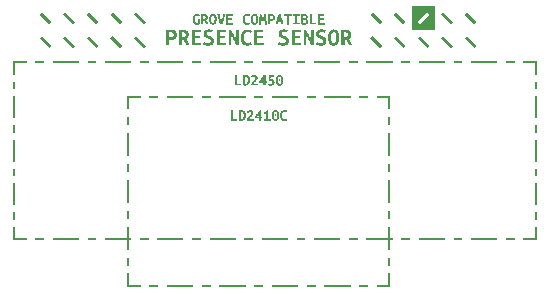
<source format=gbr>
%TF.GenerationSoftware,KiCad,Pcbnew,8.0.3*%
%TF.CreationDate,2024-08-07T13:24:35+02:00*%
%TF.ProjectId,radar_module,72616461-725f-46d6-9f64-756c652e6b69,rev?*%
%TF.SameCoordinates,Original*%
%TF.FileFunction,Legend,Top*%
%TF.FilePolarity,Positive*%
%FSLAX46Y46*%
G04 Gerber Fmt 4.6, Leading zero omitted, Abs format (unit mm)*
G04 Created by KiCad (PCBNEW 8.0.3) date 2024-08-07 13:24:35*
%MOMM*%
%LPD*%
G01*
G04 APERTURE LIST*
%ADD10C,0.000000*%
G04 APERTURE END LIST*
D10*
G36*
X131935415Y-105670017D02*
G01*
X129723499Y-105670017D01*
X129723499Y-105493628D01*
X131935415Y-105493628D01*
X131935415Y-105670017D01*
G37*
G36*
X145213969Y-105670017D02*
G01*
X143002055Y-105670017D01*
X143002055Y-105493628D01*
X145213969Y-105493628D01*
X145213969Y-105670017D01*
G37*
G36*
X114056643Y-122818538D02*
G01*
X113880254Y-122818538D01*
X113880254Y-122158845D01*
X114056643Y-122158845D01*
X114056643Y-122818538D01*
G37*
G36*
X148572407Y-117685624D02*
G01*
X148396021Y-117685624D01*
X148396021Y-115844125D01*
X148572407Y-115844125D01*
X148572407Y-117685624D01*
G37*
G36*
X148572407Y-111550820D02*
G01*
X148396021Y-111550820D01*
X148396021Y-110936988D01*
X148572407Y-110936988D01*
X148572407Y-111550820D01*
G37*
G36*
X123920306Y-108626294D02*
G01*
X121697805Y-108626294D01*
X121697805Y-108449905D01*
X123920306Y-108449905D01*
X123920306Y-108626294D01*
G37*
G36*
X104411702Y-115230292D02*
G01*
X104235313Y-115230292D01*
X104235313Y-114616458D01*
X104411702Y-114616458D01*
X104411702Y-115230292D01*
G37*
G36*
X123927198Y-106675770D02*
G01*
X123947868Y-106676811D01*
X123968208Y-106678595D01*
X123988217Y-106681165D01*
X123998098Y-106682758D01*
X124007895Y-106684562D01*
X124017610Y-106686584D01*
X124027243Y-106688827D01*
X124036793Y-106691298D01*
X124046260Y-106694002D01*
X124055645Y-106696943D01*
X124064946Y-106700127D01*
X124073502Y-106703519D01*
X124081965Y-106707086D01*
X124090324Y-106710839D01*
X124098570Y-106714789D01*
X124106692Y-106718946D01*
X124114679Y-106723319D01*
X124122522Y-106727920D01*
X124130209Y-106732759D01*
X124137731Y-106737846D01*
X124145078Y-106743191D01*
X124152238Y-106748804D01*
X124159203Y-106754697D01*
X124165960Y-106760879D01*
X124172500Y-106767361D01*
X124178813Y-106774153D01*
X124184888Y-106781266D01*
X124190798Y-106788004D01*
X124196615Y-106794991D01*
X124202328Y-106802226D01*
X124207928Y-106809709D01*
X124213404Y-106817439D01*
X124218746Y-106825418D01*
X124223943Y-106833645D01*
X124228985Y-106842120D01*
X124233861Y-106850843D01*
X124238562Y-106859814D01*
X124243077Y-106869033D01*
X124247396Y-106878500D01*
X124251508Y-106888215D01*
X124255402Y-106898179D01*
X124259070Y-106908390D01*
X124262499Y-106918849D01*
X124268777Y-106940512D01*
X124274352Y-106963167D01*
X124279182Y-106986814D01*
X124283227Y-107011453D01*
X124286445Y-107037085D01*
X124288794Y-107063708D01*
X124290234Y-107091324D01*
X124290600Y-107105504D01*
X124290723Y-107119932D01*
X124287196Y-107123460D01*
X124286700Y-107153240D01*
X124285211Y-107181779D01*
X124282731Y-107209161D01*
X124279258Y-107235468D01*
X124274793Y-107260782D01*
X124269336Y-107285187D01*
X124262886Y-107308766D01*
X124255445Y-107331600D01*
X124251394Y-107342059D01*
X124247177Y-107352270D01*
X124242796Y-107362233D01*
X124238248Y-107371949D01*
X124233535Y-107381416D01*
X124228657Y-107390635D01*
X124223614Y-107399606D01*
X124218405Y-107408329D01*
X124213030Y-107416804D01*
X124207491Y-107425031D01*
X124201785Y-107433009D01*
X124195915Y-107440740D01*
X124189879Y-107448223D01*
X124183678Y-107455457D01*
X124177311Y-107462444D01*
X124170779Y-107469183D01*
X124164082Y-107475674D01*
X124157220Y-107481923D01*
X124150192Y-107487934D01*
X124142998Y-107493712D01*
X124135640Y-107499263D01*
X124128116Y-107504591D01*
X124120426Y-107509703D01*
X124112571Y-107514603D01*
X124104551Y-107519296D01*
X124096366Y-107523787D01*
X124088015Y-107528083D01*
X124079498Y-107532187D01*
X124070817Y-107536104D01*
X124061970Y-107539842D01*
X124052958Y-107543403D01*
X124043780Y-107546794D01*
X124034478Y-107549978D01*
X124025087Y-107552919D01*
X124015604Y-107555623D01*
X124006022Y-107558093D01*
X123996337Y-107560337D01*
X123986544Y-107562358D01*
X123976637Y-107564163D01*
X123966611Y-107565755D01*
X123956460Y-107567141D01*
X123946181Y-107568325D01*
X123925214Y-107570110D01*
X123903669Y-107571150D01*
X123881503Y-107571488D01*
X123858242Y-107571432D01*
X123846901Y-107571302D01*
X123835642Y-107571047D01*
X123824383Y-107570626D01*
X123813042Y-107570000D01*
X123801535Y-107569125D01*
X123789780Y-107567960D01*
X123784446Y-107567878D01*
X123779031Y-107567636D01*
X123773532Y-107567239D01*
X123767951Y-107566692D01*
X123762287Y-107566001D01*
X123756541Y-107565170D01*
X123744800Y-107563109D01*
X123732729Y-107560553D01*
X123720327Y-107557542D01*
X123707595Y-107554118D01*
X123694532Y-107550321D01*
X123694532Y-107419794D01*
X123694532Y-106823600D01*
X123870916Y-106823600D01*
X123870916Y-107419794D01*
X123899139Y-107419794D01*
X123906372Y-107419712D01*
X123913512Y-107419464D01*
X123920549Y-107419050D01*
X123927472Y-107418471D01*
X123934271Y-107417727D01*
X123940936Y-107416818D01*
X123947455Y-107415743D01*
X123953820Y-107414503D01*
X123960020Y-107413097D01*
X123966043Y-107411526D01*
X123971881Y-107409790D01*
X123977523Y-107407888D01*
X123982957Y-107405821D01*
X123988175Y-107403589D01*
X123993165Y-107401191D01*
X123997917Y-107398628D01*
X124003126Y-107395899D01*
X124008170Y-107393005D01*
X124013048Y-107389946D01*
X124017761Y-107386721D01*
X124022309Y-107383331D01*
X124026691Y-107379776D01*
X124030908Y-107376055D01*
X124034959Y-107372169D01*
X124038845Y-107368118D01*
X124042565Y-107363901D01*
X124046121Y-107359519D01*
X124049510Y-107354971D01*
X124052735Y-107350258D01*
X124055794Y-107345380D01*
X124058688Y-107340337D01*
X124061417Y-107335128D01*
X124064643Y-107329833D01*
X124067708Y-107324524D01*
X124070619Y-107319183D01*
X124073379Y-107313796D01*
X124075995Y-107308346D01*
X124078471Y-107302819D01*
X124080813Y-107297200D01*
X124083026Y-107291471D01*
X124085114Y-107285619D01*
X124087084Y-107279627D01*
X124088940Y-107273480D01*
X124090687Y-107267163D01*
X124092331Y-107260659D01*
X124093877Y-107253954D01*
X124095330Y-107247032D01*
X124096695Y-107239877D01*
X124099175Y-107226476D01*
X124101325Y-107212702D01*
X124103143Y-107198516D01*
X124104631Y-107183874D01*
X124105789Y-107168736D01*
X124106616Y-107153061D01*
X124107112Y-107136807D01*
X124107277Y-107119933D01*
X124107167Y-107091435D01*
X124106905Y-107077579D01*
X124106395Y-107063929D01*
X124105555Y-107050445D01*
X124104301Y-107037085D01*
X124102551Y-107023808D01*
X124101464Y-107017188D01*
X124100222Y-107010572D01*
X124097563Y-106997508D01*
X124094821Y-106984775D01*
X124091913Y-106972373D01*
X124088757Y-106960301D01*
X124085271Y-106948560D01*
X124083378Y-106942814D01*
X124081371Y-106937150D01*
X124079240Y-106931569D01*
X124076975Y-106926070D01*
X124074566Y-106920655D01*
X124072001Y-106915322D01*
X124069313Y-106910112D01*
X124066537Y-106905062D01*
X124063668Y-106900168D01*
X124060701Y-106895423D01*
X124057630Y-106890823D01*
X124054451Y-106886363D01*
X124051158Y-106882036D01*
X124047747Y-106877839D01*
X124044211Y-106873766D01*
X124040546Y-106869812D01*
X124036747Y-106865972D01*
X124032808Y-106862240D01*
X124028724Y-106858611D01*
X124024491Y-106855081D01*
X124020103Y-106851643D01*
X124015554Y-106848294D01*
X124010841Y-106845109D01*
X124005962Y-106842168D01*
X124000918Y-106839465D01*
X123995709Y-106836994D01*
X123990335Y-106834750D01*
X123984795Y-106832729D01*
X123979090Y-106830924D01*
X123973220Y-106829332D01*
X123967184Y-106827946D01*
X123960983Y-106826762D01*
X123954617Y-106825774D01*
X123948086Y-106824978D01*
X123941389Y-106824367D01*
X123934526Y-106823937D01*
X123927499Y-106823683D01*
X123920306Y-106823600D01*
X123870916Y-106823600D01*
X123694532Y-106823600D01*
X123694532Y-106696599D01*
X123723581Y-106691363D01*
X123752299Y-106686457D01*
X123766431Y-106684231D01*
X123780355Y-106682213D01*
X123794032Y-106680442D01*
X123807419Y-106678961D01*
X123906197Y-106675433D01*
X123927198Y-106675770D01*
G37*
G36*
X114233032Y-120670123D02*
G01*
X112021116Y-120670123D01*
X112021116Y-120493734D01*
X114233032Y-120493734D01*
X114233032Y-120670123D01*
G37*
G36*
X114056643Y-118849790D02*
G01*
X113880254Y-118849790D01*
X113880254Y-118190096D01*
X114056643Y-118190096D01*
X114056643Y-118849790D01*
G37*
G36*
X125666110Y-101645705D02*
G01*
X125670355Y-101700606D01*
X125673609Y-101754184D01*
X125678294Y-101809141D01*
X125681987Y-101863105D01*
X125685019Y-101916407D01*
X125687721Y-101969379D01*
X125698303Y-102184573D01*
X125698909Y-102238151D01*
X125700507Y-102293052D01*
X125705357Y-102406823D01*
X125546608Y-102406823D01*
X125553662Y-101729490D01*
X125447827Y-102099907D01*
X125320828Y-102099907D01*
X125218523Y-101729490D01*
X125225575Y-102406823D01*
X125066828Y-102406823D01*
X125067138Y-102380200D01*
X125067986Y-102353245D01*
X125070796Y-102298344D01*
X125074269Y-102242120D01*
X125077410Y-102184573D01*
X125077720Y-102155476D01*
X125078568Y-102126420D01*
X125081379Y-102068598D01*
X125087995Y-101955268D01*
X125088311Y-101926474D01*
X125089207Y-101898217D01*
X125090598Y-101870374D01*
X125092403Y-101842820D01*
X125096922Y-101788084D01*
X125102104Y-101733018D01*
X125103586Y-101706732D01*
X125105357Y-101680818D01*
X125109602Y-101630271D01*
X125114508Y-101581709D01*
X125119746Y-101535462D01*
X125263135Y-101535462D01*
X125266208Y-101544998D01*
X125271886Y-101563244D01*
X125278225Y-101583473D01*
X125285555Y-101606018D01*
X125301430Y-101654084D01*
X125309367Y-101678944D01*
X125317304Y-101704796D01*
X125325297Y-101731309D01*
X125333620Y-101758153D01*
X125342605Y-101785659D01*
X125347449Y-101799763D01*
X125352582Y-101814157D01*
X125368456Y-101866632D01*
X125376394Y-101892043D01*
X125384330Y-101916462D01*
X125388451Y-101903226D01*
X125392820Y-101889949D01*
X125401970Y-101863105D01*
X125406586Y-101849455D01*
X125411120Y-101835599D01*
X125415488Y-101821495D01*
X125419609Y-101807101D01*
X125424742Y-101792714D01*
X125429586Y-101778658D01*
X125438570Y-101751539D01*
X125454885Y-101701268D01*
X125462822Y-101675471D01*
X125470760Y-101650997D01*
X125478696Y-101627846D01*
X125486633Y-101606018D01*
X125493965Y-101583528D01*
X125500305Y-101563685D01*
X125505983Y-101546487D01*
X125508677Y-101538880D01*
X125511329Y-101531935D01*
X125655967Y-101531935D01*
X125666110Y-101645705D01*
G37*
G36*
X109468457Y-104184763D02*
G01*
X109281368Y-104371852D01*
X108480628Y-103571112D01*
X108667717Y-103384024D01*
X109468457Y-104184763D01*
G37*
G36*
X124328642Y-109660104D02*
G01*
X124341823Y-109660648D01*
X124354921Y-109661606D01*
X124367895Y-109663018D01*
X124380704Y-109664927D01*
X124387034Y-109666080D01*
X124393306Y-109667373D01*
X124399517Y-109668811D01*
X124405661Y-109670398D01*
X124411733Y-109672141D01*
X124417727Y-109674043D01*
X124429620Y-109678184D01*
X124441430Y-109682697D01*
X124453074Y-109687624D01*
X124458808Y-109690255D01*
X124464470Y-109693005D01*
X124470049Y-109695879D01*
X124475535Y-109698882D01*
X124480918Y-109702020D01*
X124486187Y-109705297D01*
X124491332Y-109708719D01*
X124496343Y-109712291D01*
X124501209Y-109716017D01*
X124505920Y-109719904D01*
X124510508Y-109723915D01*
X124515008Y-109728014D01*
X124519415Y-109732206D01*
X124523724Y-109736496D01*
X124527930Y-109740889D01*
X124532027Y-109745391D01*
X124536010Y-109750006D01*
X124539875Y-109754741D01*
X124543615Y-109759599D01*
X124547226Y-109764587D01*
X124550703Y-109769709D01*
X124554041Y-109774970D01*
X124557234Y-109780376D01*
X124560277Y-109785932D01*
X124563165Y-109791643D01*
X124565892Y-109797515D01*
X124568456Y-109803510D01*
X124570854Y-109809593D01*
X124573086Y-109815769D01*
X124575153Y-109822044D01*
X124577055Y-109828422D01*
X124578791Y-109834908D01*
X124580362Y-109841508D01*
X124581768Y-109848227D01*
X124583008Y-109855069D01*
X124584083Y-109862041D01*
X124584992Y-109869148D01*
X124585736Y-109876394D01*
X124586315Y-109883784D01*
X124586728Y-109891325D01*
X124586976Y-109899020D01*
X124587017Y-109902868D01*
X124586977Y-109905733D01*
X124586735Y-109911568D01*
X124586338Y-109917331D01*
X124585791Y-109923027D01*
X124585100Y-109928660D01*
X124584268Y-109934237D01*
X124583303Y-109939762D01*
X124582208Y-109945241D01*
X124580989Y-109950678D01*
X124579652Y-109956079D01*
X124576640Y-109966793D01*
X124573215Y-109977425D01*
X124569417Y-109988015D01*
X124565277Y-109998592D01*
X124560764Y-110009127D01*
X124555837Y-110019579D01*
X124553206Y-110024761D01*
X124550456Y-110029907D01*
X124547582Y-110035012D01*
X124544579Y-110040070D01*
X124541441Y-110045077D01*
X124538164Y-110050027D01*
X124534742Y-110054914D01*
X124531171Y-110059735D01*
X124527444Y-110064483D01*
X124523557Y-110069154D01*
X124516777Y-110078566D01*
X124509666Y-110088226D01*
X124502225Y-110098051D01*
X124494453Y-110107959D01*
X124486350Y-110117867D01*
X124477916Y-110127693D01*
X124469152Y-110137352D01*
X124464646Y-110142095D01*
X124460057Y-110146764D01*
X124450949Y-110156018D01*
X124442088Y-110165230D01*
X124424780Y-110183365D01*
X124416168Y-110192205D01*
X124407473Y-110200839D01*
X124398612Y-110209224D01*
X124394094Y-110213311D01*
X124389503Y-110217320D01*
X124380905Y-110225864D01*
X124376110Y-110230529D01*
X124370983Y-110235400D01*
X124365526Y-110240437D01*
X124359737Y-110245598D01*
X124353618Y-110250841D01*
X124347168Y-110256126D01*
X124343901Y-110258812D01*
X124340712Y-110261576D01*
X124337595Y-110264413D01*
X124334545Y-110267316D01*
X124331558Y-110270281D01*
X124328627Y-110273304D01*
X124325748Y-110276377D01*
X124322915Y-110279498D01*
X124317369Y-110285857D01*
X124311946Y-110292341D01*
X124301308Y-110305515D01*
X124296175Y-110311978D01*
X124291332Y-110318193D01*
X124286736Y-110324242D01*
X124282347Y-110330209D01*
X124278123Y-110336176D01*
X124274024Y-110342226D01*
X124270007Y-110348441D01*
X124266032Y-110354904D01*
X124264130Y-110358170D01*
X124262387Y-110361360D01*
X124260800Y-110364477D01*
X124259363Y-110367526D01*
X124258070Y-110370514D01*
X124256917Y-110373445D01*
X124255898Y-110376324D01*
X124255008Y-110379157D01*
X124254242Y-110381948D01*
X124253595Y-110384703D01*
X124253062Y-110387427D01*
X124252637Y-110390126D01*
X124252316Y-110392803D01*
X124252092Y-110395466D01*
X124251962Y-110398117D01*
X124251920Y-110400764D01*
X124625865Y-110400764D01*
X124625865Y-110545403D01*
X124054362Y-110545403D01*
X124053866Y-110541875D01*
X124053432Y-110537962D01*
X124053039Y-110533056D01*
X124052897Y-110530334D01*
X124052812Y-110527489D01*
X124052799Y-110524560D01*
X124052874Y-110521591D01*
X124053052Y-110518621D01*
X124053349Y-110515692D01*
X124053781Y-110512847D01*
X124054052Y-110511468D01*
X124054362Y-110510125D01*
X124054362Y-110481903D01*
X124054700Y-110464719D01*
X124055740Y-110447618D01*
X124056537Y-110439124D01*
X124057524Y-110430681D01*
X124058709Y-110422301D01*
X124060095Y-110413993D01*
X124061687Y-110405768D01*
X124063492Y-110397636D01*
X124065513Y-110389607D01*
X124067757Y-110381692D01*
X124070228Y-110373901D01*
X124072932Y-110366244D01*
X124075874Y-110358732D01*
X124079058Y-110351375D01*
X124085845Y-110336837D01*
X124093004Y-110322381D01*
X124100576Y-110308091D01*
X124108603Y-110294049D01*
X124112800Y-110287146D01*
X124117126Y-110280337D01*
X124121587Y-110273631D01*
X124126187Y-110267039D01*
X124130931Y-110260571D01*
X124135826Y-110254237D01*
X124140875Y-110248048D01*
X124146085Y-110242014D01*
X124167253Y-110218257D01*
X124188420Y-110194830D01*
X124199003Y-110183344D01*
X124209586Y-110172065D01*
X124220169Y-110161033D01*
X124230751Y-110150292D01*
X124315417Y-110069153D01*
X124320627Y-110064483D01*
X124325677Y-110059741D01*
X124330572Y-110054937D01*
X124335317Y-110050081D01*
X124339917Y-110045184D01*
X124344377Y-110040256D01*
X124352901Y-110030348D01*
X124360928Y-110020440D01*
X124368500Y-110010614D01*
X124375659Y-110000954D01*
X124382446Y-109991542D01*
X124385630Y-109986912D01*
X124388572Y-109982282D01*
X124391275Y-109977652D01*
X124393746Y-109973022D01*
X124395990Y-109968391D01*
X124398011Y-109963761D01*
X124399815Y-109959131D01*
X124401408Y-109954501D01*
X124402794Y-109949871D01*
X124403978Y-109945240D01*
X124404966Y-109940610D01*
X124405762Y-109935980D01*
X124406373Y-109931350D01*
X124406802Y-109926719D01*
X124407056Y-109922089D01*
X124407140Y-109917459D01*
X124407016Y-109910928D01*
X124406644Y-109904568D01*
X124406024Y-109898383D01*
X124405156Y-109892379D01*
X124404040Y-109886561D01*
X124402676Y-109880934D01*
X124401063Y-109875504D01*
X124399203Y-109870275D01*
X124397095Y-109865253D01*
X124394739Y-109860443D01*
X124392134Y-109855850D01*
X124389282Y-109851479D01*
X124386181Y-109847335D01*
X124382833Y-109843424D01*
X124379236Y-109839751D01*
X124375392Y-109836320D01*
X124371341Y-109833097D01*
X124367130Y-109830044D01*
X124362765Y-109827166D01*
X124358249Y-109824469D01*
X124353589Y-109821959D01*
X124348789Y-109819639D01*
X124343855Y-109817516D01*
X124338791Y-109815595D01*
X124333604Y-109813880D01*
X124328298Y-109812377D01*
X124322878Y-109811091D01*
X124317349Y-109810027D01*
X124311717Y-109809191D01*
X124305987Y-109808587D01*
X124300164Y-109808221D01*
X124294253Y-109808098D01*
X124288961Y-109808181D01*
X124283669Y-109808429D01*
X124278377Y-109808842D01*
X124273085Y-109809421D01*
X124267793Y-109810165D01*
X124262502Y-109811075D01*
X124257210Y-109812150D01*
X124251918Y-109813390D01*
X124246626Y-109814795D01*
X124241335Y-109816366D01*
X124236043Y-109818103D01*
X124230752Y-109820004D01*
X124225461Y-109822071D01*
X124220169Y-109824304D01*
X124214878Y-109826701D01*
X124209587Y-109829265D01*
X124198852Y-109834894D01*
X124193387Y-109837970D01*
X124187870Y-109841226D01*
X124182311Y-109844669D01*
X124176721Y-109848302D01*
X124171111Y-109852132D01*
X124165490Y-109856164D01*
X124159869Y-109860402D01*
X124154259Y-109864853D01*
X124148669Y-109869520D01*
X124143110Y-109874409D01*
X124137593Y-109879526D01*
X124132127Y-109884876D01*
X124126723Y-109890463D01*
X124121391Y-109896293D01*
X124036725Y-109776348D01*
X124044044Y-109769195D01*
X124051450Y-109762285D01*
X124058949Y-109755613D01*
X124066546Y-109749173D01*
X124074247Y-109742961D01*
X124082057Y-109736971D01*
X124089980Y-109731198D01*
X124098022Y-109725636D01*
X124106187Y-109720282D01*
X124114482Y-109715129D01*
X124122912Y-109710172D01*
X124131481Y-109705407D01*
X124140194Y-109700827D01*
X124149057Y-109696429D01*
X124158076Y-109692206D01*
X124167254Y-109688154D01*
X124185775Y-109681877D01*
X124204295Y-109676303D01*
X124222816Y-109671473D01*
X124241337Y-109667428D01*
X124250597Y-109665713D01*
X124259858Y-109664210D01*
X124269118Y-109662925D01*
X124278378Y-109661861D01*
X124287639Y-109661024D01*
X124296899Y-109660421D01*
X124306159Y-109660055D01*
X124315419Y-109659931D01*
X124328642Y-109660104D01*
G37*
G36*
X125401975Y-108626294D02*
G01*
X124661140Y-108626294D01*
X124661140Y-108449905D01*
X125401975Y-108449905D01*
X125401975Y-108626294D01*
G37*
G36*
X124077512Y-101503822D02*
G01*
X124088592Y-101504084D01*
X124099340Y-101504594D01*
X124109758Y-101505435D01*
X124114843Y-101506005D01*
X124119846Y-101506689D01*
X124124765Y-101507497D01*
X124129602Y-101508439D01*
X124134356Y-101509526D01*
X124139028Y-101510768D01*
X124148130Y-101512249D01*
X124156943Y-101514020D01*
X124165508Y-101516039D01*
X124173865Y-101518264D01*
X124182058Y-101520655D01*
X124190126Y-101523170D01*
X124206057Y-101528407D01*
X124219176Y-101533698D01*
X124225529Y-101536344D01*
X124231634Y-101538990D01*
X124237408Y-101541636D01*
X124242768Y-101544282D01*
X124247632Y-101546927D01*
X124249852Y-101548250D01*
X124251917Y-101549573D01*
X124254482Y-101550895D01*
X124256892Y-101552212D01*
X124259158Y-101553519D01*
X124261288Y-101554810D01*
X124265188Y-101557325D01*
X124268675Y-101559716D01*
X124274738Y-101563960D01*
X124277481Y-101565731D01*
X124278816Y-101566510D01*
X124280141Y-101567212D01*
X124234281Y-101704795D01*
X124230231Y-101702190D01*
X124226026Y-101699662D01*
X124221677Y-101697207D01*
X124217193Y-101694818D01*
X124212585Y-101692492D01*
X124207864Y-101690223D01*
X124198121Y-101685834D01*
X124188047Y-101681610D01*
X124177726Y-101677510D01*
X124156670Y-101669518D01*
X124150675Y-101667615D01*
X124144598Y-101665873D01*
X124138439Y-101664285D01*
X124132196Y-101662848D01*
X124125871Y-101661555D01*
X124119463Y-101660402D01*
X124112972Y-101659383D01*
X124106399Y-101658493D01*
X124093004Y-101657081D01*
X124079278Y-101656123D01*
X124065222Y-101655579D01*
X124050835Y-101655407D01*
X124040402Y-101655579D01*
X124030218Y-101656123D01*
X124025194Y-101656548D01*
X124020200Y-101657081D01*
X124015227Y-101657728D01*
X124010264Y-101658493D01*
X124005301Y-101659383D01*
X124000328Y-101660402D01*
X123995335Y-101661555D01*
X123990310Y-101662848D01*
X123985244Y-101664286D01*
X123980126Y-101665873D01*
X123974946Y-101667615D01*
X123969694Y-101669518D01*
X123960440Y-101673666D01*
X123955827Y-101675889D01*
X123951228Y-101678227D01*
X123946651Y-101680688D01*
X123942099Y-101683284D01*
X123937578Y-101686025D01*
X123933094Y-101688921D01*
X123928651Y-101691981D01*
X123924254Y-101695218D01*
X123919909Y-101698641D01*
X123915621Y-101702260D01*
X123911394Y-101706086D01*
X123907235Y-101710129D01*
X123903149Y-101714399D01*
X123899139Y-101718907D01*
X123895252Y-101723580D01*
X123891519Y-101728346D01*
X123887931Y-101733216D01*
X123884478Y-101738199D01*
X123881148Y-101743306D01*
X123877932Y-101748548D01*
X123874820Y-101753935D01*
X123871800Y-101759476D01*
X123868863Y-101765183D01*
X123865999Y-101771065D01*
X123863196Y-101777134D01*
X123860446Y-101783399D01*
X123857736Y-101789870D01*
X123855057Y-101796559D01*
X123849752Y-101810629D01*
X123847228Y-101818028D01*
X123844942Y-101825670D01*
X123842884Y-101833550D01*
X123841042Y-101841662D01*
X123839407Y-101850002D01*
X123837968Y-101858564D01*
X123836716Y-101867343D01*
X123835639Y-101876334D01*
X123833971Y-101894930D01*
X123832882Y-101914312D01*
X123832289Y-101934439D01*
X123832110Y-101955268D01*
X123832317Y-101973540D01*
X123832937Y-101991310D01*
X123833971Y-102008574D01*
X123835418Y-102025327D01*
X123837278Y-102041563D01*
X123839552Y-102057277D01*
X123842240Y-102072464D01*
X123845340Y-102087118D01*
X123848855Y-102101235D01*
X123852782Y-102114810D01*
X123857123Y-102127837D01*
X123861877Y-102140311D01*
X123867045Y-102152226D01*
X123872626Y-102163579D01*
X123878620Y-102174363D01*
X123885028Y-102184573D01*
X123888397Y-102189462D01*
X123891890Y-102194205D01*
X123895508Y-102198802D01*
X123899249Y-102203252D01*
X123903115Y-102207556D01*
X123907104Y-102211711D01*
X123911218Y-102215718D01*
X123915455Y-102219575D01*
X123919817Y-102223283D01*
X123924302Y-102226840D01*
X123928912Y-102230246D01*
X123933645Y-102233500D01*
X123938503Y-102236602D01*
X123943485Y-102239551D01*
X123948590Y-102242346D01*
X123953820Y-102244986D01*
X123959174Y-102247472D01*
X123964651Y-102249802D01*
X123970253Y-102251975D01*
X123975979Y-102253992D01*
X123981829Y-102255851D01*
X123987803Y-102257551D01*
X123993900Y-102259093D01*
X124000122Y-102260475D01*
X124012938Y-102262759D01*
X124026250Y-102264396D01*
X124040058Y-102265382D01*
X124054362Y-102265712D01*
X124071077Y-102265540D01*
X124086884Y-102264995D01*
X124101863Y-102264038D01*
X124116099Y-102262625D01*
X124129673Y-102260717D01*
X124142668Y-102258271D01*
X124148974Y-102256833D01*
X124155167Y-102255246D01*
X124161256Y-102253504D01*
X124167252Y-102251601D01*
X124178675Y-102247632D01*
X124189189Y-102243664D01*
X124198877Y-102239695D01*
X124207821Y-102235726D01*
X124216103Y-102231757D01*
X124223806Y-102227788D01*
X124231013Y-102223820D01*
X124237806Y-102219851D01*
X124280141Y-102357434D01*
X124270542Y-102362726D01*
X124260241Y-102368017D01*
X124249196Y-102373309D01*
X124237365Y-102378601D01*
X124224708Y-102383892D01*
X124211183Y-102389184D01*
X124196748Y-102394476D01*
X124181363Y-102399767D01*
X124173382Y-102402291D01*
X124165309Y-102404577D01*
X124157131Y-102406635D01*
X124148841Y-102408477D01*
X124140426Y-102410111D01*
X124131877Y-102411550D01*
X124123183Y-102412802D01*
X124114334Y-102413879D01*
X124096130Y-102415546D01*
X124077182Y-102416635D01*
X124057407Y-102417227D01*
X124036723Y-102417406D01*
X124040250Y-102420934D01*
X124017431Y-102420479D01*
X123995278Y-102419108D01*
X123973797Y-102416818D01*
X123952993Y-102413603D01*
X123932871Y-102409458D01*
X123913437Y-102404377D01*
X123894694Y-102398356D01*
X123876650Y-102391389D01*
X123859308Y-102383471D01*
X123842674Y-102374598D01*
X123826754Y-102364763D01*
X123811551Y-102353961D01*
X123797073Y-102342189D01*
X123783322Y-102329439D01*
X123770306Y-102315708D01*
X123758029Y-102300990D01*
X123746455Y-102286024D01*
X123735553Y-102270232D01*
X123725333Y-102253613D01*
X123715806Y-102236167D01*
X123706981Y-102217894D01*
X123698870Y-102198794D01*
X123691482Y-102178868D01*
X123684828Y-102158115D01*
X123678917Y-102136535D01*
X123673762Y-102114128D01*
X123669371Y-102090894D01*
X123665755Y-102066834D01*
X123662925Y-102041946D01*
X123660891Y-102016232D01*
X123659663Y-101989691D01*
X123659251Y-101962323D01*
X123659740Y-101935031D01*
X123661180Y-101908690D01*
X123663530Y-101883258D01*
X123666747Y-101858695D01*
X123670792Y-101834958D01*
X123675622Y-101812007D01*
X123681197Y-101789800D01*
X123687475Y-101768295D01*
X123695590Y-101747611D01*
X123704120Y-101727836D01*
X123708566Y-101718264D01*
X123713146Y-101708888D01*
X123717871Y-101699698D01*
X123722751Y-101690684D01*
X123727797Y-101681836D01*
X123733018Y-101673142D01*
X123738425Y-101664593D01*
X123744028Y-101656178D01*
X123749839Y-101647888D01*
X123755866Y-101639711D01*
X123762121Y-101631637D01*
X123768613Y-101623657D01*
X123775311Y-101616504D01*
X123782173Y-101609594D01*
X123789201Y-101602921D01*
X123796395Y-101596482D01*
X123803754Y-101590269D01*
X123811278Y-101584279D01*
X123818967Y-101578506D01*
X123826822Y-101572945D01*
X123834842Y-101567590D01*
X123843028Y-101562437D01*
X123851379Y-101557481D01*
X123859895Y-101552715D01*
X123868577Y-101548136D01*
X123877424Y-101543737D01*
X123886437Y-101539514D01*
X123895615Y-101535462D01*
X123904916Y-101531617D01*
X123914300Y-101528021D01*
X123923767Y-101524672D01*
X123933317Y-101521572D01*
X123942950Y-101518719D01*
X123952665Y-101516114D01*
X123962462Y-101513758D01*
X123972343Y-101511650D01*
X123982306Y-101509789D01*
X123992352Y-101508177D01*
X124002480Y-101506813D01*
X124012691Y-101505696D01*
X124022985Y-101504828D01*
X124033361Y-101504208D01*
X124043820Y-101503836D01*
X124054362Y-101503712D01*
X124077512Y-101503822D01*
G37*
G36*
X124587059Y-109906876D02*
G01*
X124587017Y-109902868D01*
X124587059Y-109899821D01*
X124587059Y-109906876D01*
G37*
G36*
X137468469Y-104181186D02*
G01*
X137281381Y-104368277D01*
X136480641Y-103567537D01*
X136667732Y-103380447D01*
X137468469Y-104181186D01*
G37*
G36*
X120135003Y-105670017D02*
G01*
X119397697Y-105670017D01*
X119397697Y-105493628D01*
X120135003Y-105493628D01*
X120135003Y-105670017D01*
G37*
G36*
X136186386Y-118849790D02*
G01*
X136009997Y-118849790D01*
X136009997Y-118190096D01*
X136186386Y-118190096D01*
X136186386Y-118849790D01*
G37*
G36*
X126928946Y-101625531D02*
G01*
X126959483Y-101725962D01*
X127021219Y-101934101D01*
X127052363Y-102044565D01*
X127082514Y-102158997D01*
X127112003Y-102277398D01*
X127141161Y-102399768D01*
X126954190Y-102399768D01*
X126950668Y-102399768D01*
X126908332Y-102198684D01*
X126675498Y-102198684D01*
X126636693Y-102399768D01*
X126456776Y-102399768D01*
X126488526Y-102273374D01*
X126520276Y-102153264D01*
X126545909Y-102061101D01*
X126710779Y-102061101D01*
X126880114Y-102061101D01*
X126862472Y-101969379D01*
X126859978Y-101958789D01*
X126857732Y-101948157D01*
X126853653Y-101926604D01*
X126849574Y-101904390D01*
X126847327Y-101892932D01*
X126844833Y-101881184D01*
X126834249Y-101838410D01*
X126828958Y-101816196D01*
X126823666Y-101792990D01*
X126820869Y-101782241D01*
X126817824Y-101771162D01*
X126811319Y-101748011D01*
X126808026Y-101735939D01*
X126804815Y-101723537D01*
X126801770Y-101710804D01*
X126798972Y-101697740D01*
X126795445Y-101697740D01*
X126791634Y-101709646D01*
X126788113Y-101721553D01*
X126784840Y-101733459D01*
X126781773Y-101745365D01*
X126776095Y-101769178D01*
X126770749Y-101792990D01*
X126765459Y-101816196D01*
X126760168Y-101838410D01*
X126749585Y-101881184D01*
X126739002Y-101923959D01*
X126733710Y-101946173D01*
X126728418Y-101969379D01*
X126725924Y-101980121D01*
X126723678Y-101991152D01*
X126719600Y-102013917D01*
X126715520Y-102037344D01*
X126713274Y-102049202D01*
X126710779Y-102061101D01*
X126545909Y-102061101D01*
X126552025Y-102039108D01*
X126583775Y-101930573D01*
X126646835Y-101724198D01*
X126707247Y-101528407D01*
X126897748Y-101528407D01*
X126928946Y-101625531D01*
G37*
G36*
X128605196Y-103070045D02*
G01*
X128072501Y-103070045D01*
X128072501Y-103362850D01*
X128534639Y-103362850D01*
X128534639Y-103578045D01*
X128072501Y-103578045D01*
X128072501Y-103944933D01*
X128651056Y-103944933D01*
X128651056Y-104160128D01*
X127811446Y-104160128D01*
X127811446Y-102854851D01*
X128605196Y-102854851D01*
X128605196Y-103070045D01*
G37*
G36*
X126336835Y-106834182D02*
G01*
X126036974Y-106834182D01*
X126036816Y-106845944D01*
X126036368Y-106857499D01*
X126035672Y-106868971D01*
X126034770Y-106880484D01*
X126032510Y-106904132D01*
X126029919Y-106929433D01*
X126029840Y-106935344D01*
X126029616Y-106941167D01*
X126028817Y-106952529D01*
X126027687Y-106963477D01*
X126026392Y-106973971D01*
X126023967Y-106993429D01*
X126023168Y-107002310D01*
X126022944Y-107006521D01*
X126022865Y-107010571D01*
X126044361Y-107012142D01*
X126065191Y-107014209D01*
X126085350Y-107016773D01*
X126104831Y-107019832D01*
X126123630Y-107023387D01*
X126141742Y-107027438D01*
X126159161Y-107031986D01*
X126175883Y-107037030D01*
X126191902Y-107042569D01*
X126207212Y-107048605D01*
X126221810Y-107055137D01*
X126235689Y-107062165D01*
X126248845Y-107069689D01*
X126261272Y-107077709D01*
X126272966Y-107086226D01*
X126283920Y-107095238D01*
X126294173Y-107104706D01*
X126303764Y-107114592D01*
X126312694Y-107124903D01*
X126320963Y-107135642D01*
X126328569Y-107146815D01*
X126335515Y-107158428D01*
X126341798Y-107170485D01*
X126347420Y-107182991D01*
X126352381Y-107195952D01*
X126356680Y-107209374D01*
X126360318Y-107223260D01*
X126363295Y-107237617D01*
X126365609Y-107252449D01*
X126367263Y-107267761D01*
X126368255Y-107283560D01*
X126368586Y-107299849D01*
X126368503Y-107307124D01*
X126368255Y-107314394D01*
X126367842Y-107321654D01*
X126367263Y-107328898D01*
X126366519Y-107336121D01*
X126365609Y-107343319D01*
X126364535Y-107350486D01*
X126363294Y-107357616D01*
X126361889Y-107364705D01*
X126360318Y-107371748D01*
X126358582Y-107378739D01*
X126356680Y-107385673D01*
X126354613Y-107392545D01*
X126352380Y-107399350D01*
X126349982Y-107406083D01*
X126347419Y-107412738D01*
X126344691Y-107419270D01*
X126341797Y-107425643D01*
X126338738Y-107431861D01*
X126335514Y-107437928D01*
X126332124Y-107443851D01*
X126328569Y-107449635D01*
X126324848Y-107455284D01*
X126320962Y-107460804D01*
X126316911Y-107466200D01*
X126312694Y-107471477D01*
X126308312Y-107476640D01*
X126303764Y-107481695D01*
X126299051Y-107486646D01*
X126294173Y-107491500D01*
X126289129Y-107496260D01*
X126283920Y-107500932D01*
X126278506Y-107505520D01*
X126272854Y-107510020D01*
X126266975Y-107514427D01*
X126260879Y-107518736D01*
X126254576Y-107522942D01*
X126248077Y-107527039D01*
X126241392Y-107531022D01*
X126234531Y-107534887D01*
X126227505Y-107538627D01*
X126220323Y-107542238D01*
X126212997Y-107545715D01*
X126205537Y-107549053D01*
X126197953Y-107552246D01*
X126190255Y-107555289D01*
X126182454Y-107558177D01*
X126174560Y-107560904D01*
X126166539Y-107563468D01*
X126158347Y-107565865D01*
X126149979Y-107568098D01*
X126141431Y-107570165D01*
X126132697Y-107572066D01*
X126123771Y-107573803D01*
X126114649Y-107575374D01*
X126105326Y-107576779D01*
X126095796Y-107578020D01*
X126086054Y-107579094D01*
X126065914Y-107580748D01*
X126044865Y-107581740D01*
X126022865Y-107582071D01*
X126006385Y-107582016D01*
X125997752Y-107581885D01*
X125988911Y-107581630D01*
X125979906Y-107581210D01*
X125970776Y-107580582D01*
X125961564Y-107579707D01*
X125952311Y-107578543D01*
X125947721Y-107578463D01*
X125943209Y-107578233D01*
X125938769Y-107577868D01*
X125934397Y-107577385D01*
X125930086Y-107576799D01*
X125925832Y-107576124D01*
X125917474Y-107574574D01*
X125901213Y-107571101D01*
X125893227Y-107569427D01*
X125885281Y-107567959D01*
X125877352Y-107566485D01*
X125869463Y-107564762D01*
X125861656Y-107562874D01*
X125853974Y-107560904D01*
X125839146Y-107557045D01*
X125832084Y-107555322D01*
X125825312Y-107553848D01*
X125818869Y-107551360D01*
X125812798Y-107549162D01*
X125801940Y-107545469D01*
X125793066Y-107542438D01*
X125789476Y-107541066D01*
X125786506Y-107539737D01*
X125821782Y-107395098D01*
X125829892Y-107399060D01*
X125838373Y-107402980D01*
X125847269Y-107406818D01*
X125856618Y-107410532D01*
X125866465Y-107414080D01*
X125871587Y-107415779D01*
X125876848Y-107417422D01*
X125882254Y-107419002D01*
X125887811Y-107420515D01*
X125893522Y-107421956D01*
X125899393Y-107423320D01*
X125911637Y-107425952D01*
X125924583Y-107428501D01*
X125938274Y-107430886D01*
X125952750Y-107433022D01*
X125968053Y-107434827D01*
X125984224Y-107436219D01*
X125992649Y-107436734D01*
X126001305Y-107437115D01*
X126010200Y-107437351D01*
X126019337Y-107437432D01*
X126032235Y-107437266D01*
X126044472Y-107436770D01*
X126056047Y-107435943D01*
X126066961Y-107434786D01*
X126077214Y-107433297D01*
X126086805Y-107431478D01*
X126095735Y-107429328D01*
X126104003Y-107426848D01*
X126107931Y-107425484D01*
X126111775Y-107424043D01*
X126115538Y-107422530D01*
X126119217Y-107420950D01*
X126122814Y-107419307D01*
X126126328Y-107417608D01*
X126129759Y-107415857D01*
X126133108Y-107414059D01*
X126139557Y-107410346D01*
X126145676Y-107406508D01*
X126151464Y-107402587D01*
X126156921Y-107398625D01*
X126159485Y-107396600D01*
X126161889Y-107394498D01*
X126164138Y-107392323D01*
X126166236Y-107390082D01*
X126168190Y-107387778D01*
X126170005Y-107385417D01*
X126171685Y-107383005D01*
X126173236Y-107380546D01*
X126174663Y-107378045D01*
X126175971Y-107375509D01*
X126177166Y-107372941D01*
X126178252Y-107370348D01*
X126179234Y-107367734D01*
X126180119Y-107365105D01*
X126180911Y-107362465D01*
X126181615Y-107359820D01*
X126182931Y-107354376D01*
X126184205Y-107348685D01*
X126185397Y-107342828D01*
X126186465Y-107336889D01*
X126187367Y-107330950D01*
X126188063Y-107325093D01*
X126188511Y-107319402D01*
X126188629Y-107316644D01*
X126188669Y-107313959D01*
X126192194Y-107306905D01*
X126192029Y-107297803D01*
X126191533Y-107288991D01*
X126190706Y-107280426D01*
X126189549Y-107272069D01*
X126188061Y-107263876D01*
X126186242Y-107255808D01*
X126184092Y-107247822D01*
X126181612Y-107239877D01*
X126180166Y-107235950D01*
X126178477Y-107232105D01*
X126176551Y-107228343D01*
X126174392Y-107224664D01*
X126172005Y-107221067D01*
X126169396Y-107217553D01*
X126166570Y-107214122D01*
X126163533Y-107210773D01*
X126160288Y-107207507D01*
X126156842Y-107204324D01*
X126153200Y-107201223D01*
X126149366Y-107198205D01*
X126145346Y-107195270D01*
X126141145Y-107192418D01*
X126136769Y-107189648D01*
X126132222Y-107186960D01*
X126127507Y-107184355D01*
X126122617Y-107181827D01*
X126117541Y-107179372D01*
X126112268Y-107176984D01*
X126106789Y-107174657D01*
X126101092Y-107172388D01*
X126095168Y-107170170D01*
X126089007Y-107167999D01*
X126082597Y-107165869D01*
X126075929Y-107163775D01*
X126061777Y-107159676D01*
X126046467Y-107155659D01*
X126029917Y-107151683D01*
X126012216Y-107149202D01*
X125993482Y-107147052D01*
X125973673Y-107145233D01*
X125952748Y-107143745D01*
X125930665Y-107142588D01*
X125907383Y-107141761D01*
X125882861Y-107141265D01*
X125857058Y-107141100D01*
X125860861Y-107111995D01*
X125864333Y-107082891D01*
X125867475Y-107053787D01*
X125870286Y-107024683D01*
X125872766Y-106995579D01*
X125874916Y-106966474D01*
X125876734Y-106937370D01*
X125878222Y-106908266D01*
X125882907Y-106852759D01*
X125886600Y-106797582D01*
X125892334Y-106689544D01*
X126336835Y-106689544D01*
X126336835Y-106834182D01*
G37*
G36*
X120135003Y-120670123D02*
G01*
X119397697Y-120670123D01*
X119397697Y-120493734D01*
X120135003Y-120493734D01*
X120135003Y-120670123D01*
G37*
G36*
X128368832Y-108626294D02*
G01*
X126146331Y-108626294D01*
X126146331Y-108449905D01*
X128368832Y-108449905D01*
X128368832Y-108626294D01*
G37*
G36*
X139975218Y-102868962D02*
G01*
X137974970Y-102868962D01*
X137974970Y-102177518D01*
X138479443Y-102177518D01*
X138666414Y-102364490D01*
X139467218Y-101563685D01*
X139280247Y-101376712D01*
X138479443Y-102177518D01*
X137974970Y-102177518D01*
X137974970Y-100868713D01*
X139975218Y-100868713D01*
X139975218Y-102868962D01*
G37*
G36*
X115468460Y-104181981D02*
G01*
X115281370Y-104369070D01*
X114480631Y-103568330D01*
X114667719Y-103381242D01*
X115468460Y-104181981D01*
G37*
G36*
X115707644Y-105670017D02*
G01*
X114970338Y-105670017D01*
X114970338Y-105493628D01*
X115707644Y-105493628D01*
X115707644Y-105670017D01*
G37*
G36*
X104411702Y-114002626D02*
G01*
X104235313Y-114002626D01*
X104235313Y-112161126D01*
X104411702Y-112161126D01*
X104411702Y-114002626D01*
G37*
G36*
X113468459Y-104181732D02*
G01*
X113281371Y-104368821D01*
X112480632Y-103568081D01*
X112667719Y-103380993D01*
X113468459Y-104181732D01*
G37*
G36*
X114056643Y-114884569D02*
G01*
X113880254Y-114884569D01*
X113880254Y-114224876D01*
X114056643Y-114224876D01*
X114056643Y-114884569D01*
G37*
G36*
X139468469Y-104181437D02*
G01*
X139281378Y-104368524D01*
X138480638Y-103567785D01*
X138667729Y-103380697D01*
X139468469Y-104181437D01*
G37*
G36*
X132393261Y-102841077D02*
G01*
X132420098Y-102842118D01*
X132446357Y-102843902D01*
X132472078Y-102846472D01*
X132497303Y-102849869D01*
X132522073Y-102854134D01*
X132546430Y-102859309D01*
X132570415Y-102865434D01*
X132592567Y-102872386D01*
X132603382Y-102876123D01*
X132614016Y-102880041D01*
X132624464Y-102884145D01*
X132634721Y-102888440D01*
X132644782Y-102892932D01*
X132654641Y-102897625D01*
X132664293Y-102902525D01*
X132673734Y-102907636D01*
X132682958Y-102912965D01*
X132691959Y-102918516D01*
X132700733Y-102924294D01*
X132709275Y-102930305D01*
X132717579Y-102936554D01*
X132725640Y-102943045D01*
X132733494Y-102949783D01*
X132741177Y-102956763D01*
X132748685Y-102963982D01*
X132756012Y-102971433D01*
X132763152Y-102979111D01*
X132770102Y-102987011D01*
X132776855Y-102995129D01*
X132783407Y-103003458D01*
X132789752Y-103011994D01*
X132795885Y-103020732D01*
X132801801Y-103029666D01*
X132807495Y-103038791D01*
X132812961Y-103048102D01*
X132818195Y-103057595D01*
X132823192Y-103067262D01*
X132827945Y-103077101D01*
X132832410Y-103087147D01*
X132836550Y-103097441D01*
X132840370Y-103107983D01*
X132843874Y-103118773D01*
X132847069Y-103129811D01*
X132849958Y-103141097D01*
X132852548Y-103152631D01*
X132854843Y-103164413D01*
X132856849Y-103176443D01*
X132858570Y-103188722D01*
X132860013Y-103201248D01*
X132861181Y-103214023D01*
X132862081Y-103227045D01*
X132862718Y-103240316D01*
X132863096Y-103253834D01*
X132863221Y-103267601D01*
X132863054Y-103281449D01*
X132862552Y-103295210D01*
X132861709Y-103308877D01*
X132860520Y-103322447D01*
X132858979Y-103335913D01*
X132857082Y-103349270D01*
X132854823Y-103362514D01*
X132852197Y-103375639D01*
X132849200Y-103388640D01*
X132845824Y-103401511D01*
X132842067Y-103414249D01*
X132837922Y-103426847D01*
X132833384Y-103439300D01*
X132828449Y-103451603D01*
X132823110Y-103463751D01*
X132817363Y-103475739D01*
X132811201Y-103487440D01*
X132804616Y-103498732D01*
X132797596Y-103509621D01*
X132790132Y-103520112D01*
X132782213Y-103530211D01*
X132773829Y-103539922D01*
X132764970Y-103549250D01*
X132755625Y-103558201D01*
X132745784Y-103566780D01*
X132735437Y-103574993D01*
X132724572Y-103582843D01*
X132713181Y-103590337D01*
X132701252Y-103597480D01*
X132688775Y-103604276D01*
X132675741Y-103610731D01*
X132662138Y-103616850D01*
X132671406Y-103630397D01*
X132680715Y-103644522D01*
X132699622Y-103674177D01*
X132719189Y-103705155D01*
X132729325Y-103720934D01*
X132739749Y-103736795D01*
X132750174Y-103752987D01*
X132760310Y-103769758D01*
X132770198Y-103787024D01*
X132779879Y-103804705D01*
X132789394Y-103822716D01*
X132798786Y-103840975D01*
X132817363Y-103877906D01*
X132854404Y-103951548D01*
X132872924Y-103987542D01*
X132891444Y-104022545D01*
X132900388Y-104040900D01*
X132908752Y-104058925D01*
X132916621Y-104076619D01*
X132924077Y-104093982D01*
X132951416Y-104160128D01*
X132679779Y-104160128D01*
X132667550Y-104128543D01*
X132654700Y-104097290D01*
X132641271Y-104066366D01*
X132627304Y-104035774D01*
X132612841Y-104005512D01*
X132597923Y-103975581D01*
X132582593Y-103945981D01*
X132566890Y-103916712D01*
X132534477Y-103857952D01*
X132500743Y-103798531D01*
X132483380Y-103768779D01*
X132465686Y-103739110D01*
X132447661Y-103709606D01*
X132429306Y-103680350D01*
X132295253Y-103680350D01*
X132295253Y-104163656D01*
X132034198Y-104163656D01*
X132034198Y-103468684D01*
X132288193Y-103468684D01*
X132344638Y-103468684D01*
X132360886Y-103468477D01*
X132376560Y-103467857D01*
X132391666Y-103466823D01*
X132406208Y-103465377D01*
X132420193Y-103463516D01*
X132433625Y-103461242D01*
X132446508Y-103458555D01*
X132458850Y-103455455D01*
X132470654Y-103451941D01*
X132481925Y-103448013D01*
X132492670Y-103443672D01*
X132502892Y-103438918D01*
X132512598Y-103433751D01*
X132521792Y-103428170D01*
X132530480Y-103422175D01*
X132538666Y-103415767D01*
X132545735Y-103408987D01*
X132552385Y-103401877D01*
X132558611Y-103394435D01*
X132564408Y-103386663D01*
X132569771Y-103378560D01*
X132574695Y-103370127D01*
X132579174Y-103361362D01*
X132583204Y-103352267D01*
X132586780Y-103342841D01*
X132589895Y-103333085D01*
X132592545Y-103322998D01*
X132594725Y-103312580D01*
X132596429Y-103301831D01*
X132597653Y-103290752D01*
X132598391Y-103279342D01*
X132598638Y-103267601D01*
X132595111Y-103267601D01*
X132594863Y-103254619D01*
X132594119Y-103242128D01*
X132592879Y-103230122D01*
X132591142Y-103218598D01*
X132588910Y-103207548D01*
X132586181Y-103196969D01*
X132582957Y-103186855D01*
X132579236Y-103177201D01*
X132575019Y-103168002D01*
X132570306Y-103159252D01*
X132565097Y-103150947D01*
X132559391Y-103143081D01*
X132553190Y-103135649D01*
X132546493Y-103128646D01*
X132539299Y-103122067D01*
X132531609Y-103115906D01*
X132523507Y-103110119D01*
X132515080Y-103104668D01*
X132506332Y-103099558D01*
X132497268Y-103094795D01*
X132487895Y-103090382D01*
X132478217Y-103086326D01*
X132468239Y-103082632D01*
X132457967Y-103079305D01*
X132447405Y-103076350D01*
X132436559Y-103073773D01*
X132425434Y-103071577D01*
X132414035Y-103069769D01*
X132402368Y-103068354D01*
X132390437Y-103067337D01*
X132378247Y-103066723D01*
X132365805Y-103066517D01*
X132330526Y-103066517D01*
X132325234Y-103066531D01*
X132319942Y-103066627D01*
X132314651Y-103066889D01*
X132312005Y-103067108D01*
X132309359Y-103067399D01*
X132306713Y-103067773D01*
X132304067Y-103068240D01*
X132301421Y-103068810D01*
X132298776Y-103069494D01*
X132296130Y-103070302D01*
X132293484Y-103071244D01*
X132290839Y-103072331D01*
X132288193Y-103073573D01*
X132288193Y-103468684D01*
X132034198Y-103468684D01*
X132034198Y-103073573D01*
X132034198Y-102872490D01*
X132043624Y-102870002D01*
X132053380Y-102867804D01*
X132063467Y-102865854D01*
X132073886Y-102864111D01*
X132084634Y-102862533D01*
X132095714Y-102861080D01*
X132118864Y-102858378D01*
X132210587Y-102847795D01*
X132298780Y-102844268D01*
X132372864Y-102844268D01*
X132365805Y-102840740D01*
X132393261Y-102841077D01*
G37*
G36*
X104411702Y-118913290D02*
G01*
X104235313Y-118913290D01*
X104235313Y-118299457D01*
X104411702Y-118299457D01*
X104411702Y-118913290D01*
G37*
G36*
X136362775Y-105670017D02*
G01*
X134150861Y-105670017D01*
X134150861Y-105493628D01*
X136362775Y-105493628D01*
X136362775Y-105670017D01*
G37*
G36*
X128986192Y-105670017D02*
G01*
X128248890Y-105670017D01*
X128248890Y-105493628D01*
X128986192Y-105493628D01*
X128986192Y-105670017D01*
G37*
G36*
X123084224Y-120670123D02*
G01*
X120872309Y-120670123D01*
X120872309Y-120493734D01*
X123084224Y-120493734D01*
X123084224Y-120670123D01*
G37*
G36*
X137837386Y-120670123D02*
G01*
X137100082Y-120670123D01*
X137100082Y-120493734D01*
X137837386Y-120493734D01*
X137837386Y-120670123D01*
G37*
G36*
X122190153Y-101572063D02*
G01*
X122180231Y-101618365D01*
X122168986Y-101667313D01*
X122156418Y-101718907D01*
X122129520Y-101826945D01*
X122115243Y-101882122D01*
X122099974Y-101937629D01*
X122083492Y-101995837D01*
X122066019Y-102054046D01*
X122047885Y-102112254D01*
X122029419Y-102170462D01*
X122020007Y-102200572D01*
X122010346Y-102230104D01*
X121990613Y-102287761D01*
X121970879Y-102344095D01*
X121951806Y-102399768D01*
X121771892Y-102399768D01*
X121768362Y-102399768D01*
X121734407Y-102297021D01*
X121716272Y-102240522D01*
X121697805Y-102181045D01*
X121661206Y-102059337D01*
X121643732Y-101998483D01*
X121627251Y-101937629D01*
X121595942Y-101819007D01*
X121581115Y-101762508D01*
X121567279Y-101708323D01*
X121543907Y-101609546D01*
X121539201Y-101588365D01*
X121535033Y-101568425D01*
X121531443Y-101549642D01*
X121528474Y-101531935D01*
X121711917Y-101531935D01*
X121722943Y-101606018D01*
X121729282Y-101647028D01*
X121736614Y-101690684D01*
X121740740Y-101713181D01*
X121745157Y-101735719D01*
X121754693Y-101781084D01*
X121775419Y-101874129D01*
X121796585Y-101968938D01*
X121817752Y-102061101D01*
X121823195Y-102083418D01*
X121828886Y-102105364D01*
X121840681Y-102147972D01*
X121863612Y-102226906D01*
X121874251Y-102189093D01*
X121885221Y-102149295D01*
X121909473Y-102061101D01*
X121915777Y-102037440D01*
X121921545Y-102014027D01*
X121926898Y-101990780D01*
X121931963Y-101967615D01*
X121951806Y-101874129D01*
X121956939Y-101850323D01*
X121961783Y-101826559D01*
X121970769Y-101779320D01*
X121987084Y-101687157D01*
X122002518Y-101602490D01*
X122009409Y-101564126D01*
X122015308Y-101528407D01*
X122198751Y-101528407D01*
X122190153Y-101572063D01*
G37*
G36*
X116508448Y-108626294D02*
G01*
X115767615Y-108626294D01*
X115767615Y-108449905D01*
X116508448Y-108449905D01*
X116508448Y-108626294D01*
G37*
G36*
X136186386Y-122818538D02*
G01*
X136009997Y-122818538D01*
X136009997Y-122158845D01*
X136186386Y-122158845D01*
X136186386Y-122818538D01*
G37*
G36*
X129540055Y-102255129D02*
G01*
X129914000Y-102255129D01*
X129914000Y-102399768D01*
X129363669Y-102399768D01*
X129363669Y-101524879D01*
X129540055Y-101524879D01*
X129540055Y-102255129D01*
G37*
G36*
X120956974Y-108626294D02*
G01*
X120216142Y-108626294D01*
X120216142Y-108449905D01*
X120956974Y-108449905D01*
X120956974Y-108626294D01*
G37*
G36*
X145213969Y-120670123D02*
G01*
X143002055Y-120670123D01*
X143002055Y-120493734D01*
X145213969Y-120493734D01*
X145213969Y-120670123D01*
G37*
G36*
X118634932Y-102841077D02*
G01*
X118661769Y-102842118D01*
X118688028Y-102843902D01*
X118713749Y-102846472D01*
X118738974Y-102849869D01*
X118763745Y-102854134D01*
X118788102Y-102859309D01*
X118812087Y-102865434D01*
X118834238Y-102872386D01*
X118845053Y-102876123D01*
X118855687Y-102880041D01*
X118866135Y-102884145D01*
X118876392Y-102888440D01*
X118886453Y-102892932D01*
X118896312Y-102897625D01*
X118905964Y-102902525D01*
X118915404Y-102907636D01*
X118924628Y-102912965D01*
X118933629Y-102918516D01*
X118942403Y-102924294D01*
X118950944Y-102930305D01*
X118959247Y-102936554D01*
X118967308Y-102943045D01*
X118975162Y-102949783D01*
X118982845Y-102956763D01*
X118990353Y-102963982D01*
X118997680Y-102971433D01*
X119004821Y-102979111D01*
X119011770Y-102987011D01*
X119018524Y-102995129D01*
X119025075Y-103003458D01*
X119031421Y-103011994D01*
X119037554Y-103020732D01*
X119043470Y-103029666D01*
X119049164Y-103038791D01*
X119054630Y-103048102D01*
X119059865Y-103057595D01*
X119064861Y-103067262D01*
X119069614Y-103077101D01*
X119074080Y-103087147D01*
X119078220Y-103097441D01*
X119082040Y-103107983D01*
X119085544Y-103118773D01*
X119088739Y-103129811D01*
X119091628Y-103141097D01*
X119094218Y-103152631D01*
X119096513Y-103164413D01*
X119098519Y-103176443D01*
X119100241Y-103188722D01*
X119101683Y-103201248D01*
X119102852Y-103214023D01*
X119103752Y-103227045D01*
X119104388Y-103240316D01*
X119104767Y-103253834D01*
X119104891Y-103267601D01*
X119104725Y-103281449D01*
X119104223Y-103295210D01*
X119103380Y-103308877D01*
X119102190Y-103322447D01*
X119100649Y-103335913D01*
X119098752Y-103349270D01*
X119096493Y-103362514D01*
X119093867Y-103375639D01*
X119090869Y-103388640D01*
X119087493Y-103401511D01*
X119083735Y-103414249D01*
X119079590Y-103426847D01*
X119075052Y-103439300D01*
X119070116Y-103451603D01*
X119064777Y-103463751D01*
X119059030Y-103475739D01*
X119052868Y-103487440D01*
X119046283Y-103498732D01*
X119039264Y-103509621D01*
X119031800Y-103520112D01*
X119023882Y-103530211D01*
X119015498Y-103539922D01*
X119006639Y-103549250D01*
X118997294Y-103558201D01*
X118987453Y-103566780D01*
X118977106Y-103574993D01*
X118966242Y-103582843D01*
X118954851Y-103590337D01*
X118942922Y-103597480D01*
X118930446Y-103604276D01*
X118917411Y-103610731D01*
X118903809Y-103616850D01*
X118913076Y-103630397D01*
X118922384Y-103644522D01*
X118941291Y-103674177D01*
X118960859Y-103705155D01*
X118970995Y-103720934D01*
X118981420Y-103736795D01*
X118991845Y-103752987D01*
X119001980Y-103769758D01*
X119011868Y-103787024D01*
X119021549Y-103804705D01*
X119031064Y-103822716D01*
X119040455Y-103840975D01*
X119059031Y-103877906D01*
X119096072Y-103951548D01*
X119114593Y-103987542D01*
X119133114Y-104022545D01*
X119142057Y-104040900D01*
X119150422Y-104058925D01*
X119158291Y-104076619D01*
X119165746Y-104093982D01*
X119193086Y-104160128D01*
X118921446Y-104160128D01*
X118909217Y-104128543D01*
X118896366Y-104097290D01*
X118882937Y-104066366D01*
X118868971Y-104035774D01*
X118854509Y-104005512D01*
X118839591Y-103975581D01*
X118824261Y-103945981D01*
X118808558Y-103916712D01*
X118776147Y-103857952D01*
X118742412Y-103798531D01*
X118725049Y-103768779D01*
X118707355Y-103739110D01*
X118689330Y-103709606D01*
X118670975Y-103680350D01*
X118536919Y-103680350D01*
X118536919Y-104163656D01*
X118275863Y-104163656D01*
X118275863Y-103468684D01*
X118529864Y-103468684D01*
X118586309Y-103468684D01*
X118602557Y-103468477D01*
X118618231Y-103467857D01*
X118633337Y-103466823D01*
X118647880Y-103465377D01*
X118661864Y-103463516D01*
X118675296Y-103461242D01*
X118688179Y-103458555D01*
X118700520Y-103455455D01*
X118712324Y-103451941D01*
X118723596Y-103448013D01*
X118734340Y-103443672D01*
X118744562Y-103438918D01*
X118754268Y-103433751D01*
X118763462Y-103428170D01*
X118772149Y-103422175D01*
X118780336Y-103415767D01*
X118787404Y-103408987D01*
X118794055Y-103401877D01*
X118800281Y-103394435D01*
X118806078Y-103386663D01*
X118811441Y-103378560D01*
X118816365Y-103370127D01*
X118820845Y-103361362D01*
X118824874Y-103352267D01*
X118828450Y-103342841D01*
X118831565Y-103333085D01*
X118834215Y-103322998D01*
X118836394Y-103312580D01*
X118838099Y-103301831D01*
X118839323Y-103290752D01*
X118840061Y-103279342D01*
X118840308Y-103267601D01*
X118836781Y-103267601D01*
X118836533Y-103254619D01*
X118835788Y-103242128D01*
X118834548Y-103230122D01*
X118832812Y-103218598D01*
X118830579Y-103207548D01*
X118827851Y-103196969D01*
X118824626Y-103186855D01*
X118820906Y-103177201D01*
X118816689Y-103168002D01*
X118811976Y-103159252D01*
X118806767Y-103150947D01*
X118801062Y-103143081D01*
X118794861Y-103135649D01*
X118788164Y-103128646D01*
X118780971Y-103122067D01*
X118773281Y-103115906D01*
X118765179Y-103110119D01*
X118756752Y-103104668D01*
X118748004Y-103099558D01*
X118738941Y-103094795D01*
X118729567Y-103090382D01*
X118719889Y-103086326D01*
X118709911Y-103082632D01*
X118699639Y-103079305D01*
X118689077Y-103076350D01*
X118678231Y-103073773D01*
X118667105Y-103071577D01*
X118655706Y-103069769D01*
X118644039Y-103068354D01*
X118632107Y-103067337D01*
X118619917Y-103066723D01*
X118607474Y-103066517D01*
X118572197Y-103066517D01*
X118566906Y-103066531D01*
X118561614Y-103066627D01*
X118556323Y-103066889D01*
X118553677Y-103067108D01*
X118551031Y-103067399D01*
X118548385Y-103067773D01*
X118545739Y-103068240D01*
X118543093Y-103068810D01*
X118540447Y-103069494D01*
X118537802Y-103070302D01*
X118535156Y-103071244D01*
X118532510Y-103072331D01*
X118529864Y-103073573D01*
X118529864Y-103468684D01*
X118275863Y-103468684D01*
X118275863Y-103073573D01*
X118275863Y-102872490D01*
X118285289Y-102870002D01*
X118295045Y-102867804D01*
X118305133Y-102865854D01*
X118315551Y-102864111D01*
X118326299Y-102862533D01*
X118337379Y-102861080D01*
X118360530Y-102858378D01*
X118452252Y-102847795D01*
X118540446Y-102844268D01*
X118614529Y-102844268D01*
X118607474Y-102840740D01*
X118634932Y-102841077D01*
G37*
G36*
X126074866Y-101518072D02*
G01*
X126094615Y-101518822D01*
X126113848Y-101520079D01*
X126132553Y-101521847D01*
X126150721Y-101524132D01*
X126168341Y-101526939D01*
X126185403Y-101530273D01*
X126201896Y-101534139D01*
X126217811Y-101538543D01*
X126233136Y-101543489D01*
X126247863Y-101548983D01*
X126261979Y-101555030D01*
X126275475Y-101561635D01*
X126288341Y-101568804D01*
X126300567Y-101576541D01*
X126312141Y-101584851D01*
X126323054Y-101593781D01*
X126333301Y-101603372D01*
X126342875Y-101613625D01*
X126351773Y-101624539D01*
X126359989Y-101636114D01*
X126367518Y-101648351D01*
X126374354Y-101661250D01*
X126380492Y-101674809D01*
X126385928Y-101689031D01*
X126390655Y-101703914D01*
X126394670Y-101719458D01*
X126397966Y-101735664D01*
X126400538Y-101752531D01*
X126402383Y-101770059D01*
X126403493Y-101788250D01*
X126403864Y-101807101D01*
X126403493Y-101825992D01*
X126402383Y-101844294D01*
X126400539Y-101861997D01*
X126397966Y-101879090D01*
X126394670Y-101895563D01*
X126390656Y-101911405D01*
X126385928Y-101926606D01*
X126380493Y-101941157D01*
X126374355Y-101955045D01*
X126367519Y-101968263D01*
X126359990Y-101980798D01*
X126351774Y-101992640D01*
X126342876Y-102003780D01*
X126333301Y-102014206D01*
X126323054Y-102023910D01*
X126312141Y-102032879D01*
X126300566Y-102041229D01*
X126288335Y-102049078D01*
X126275452Y-102056420D01*
X126261924Y-102063251D01*
X126247756Y-102069565D01*
X126232951Y-102075357D01*
X126217516Y-102080622D01*
X126201456Y-102085354D01*
X126184776Y-102089550D01*
X126167481Y-102093202D01*
X126149577Y-102096307D01*
X126131067Y-102098859D01*
X126111958Y-102100853D01*
X126092255Y-102102284D01*
X126071962Y-102103146D01*
X126051086Y-102103434D01*
X125987586Y-102103434D01*
X125987586Y-102399768D01*
X125814725Y-102399768D01*
X125814725Y-101951740D01*
X125987584Y-101951740D01*
X126058138Y-101951740D01*
X126068556Y-101951616D01*
X126078643Y-101951244D01*
X126088400Y-101950624D01*
X126097826Y-101949756D01*
X126106921Y-101948639D01*
X126115685Y-101947275D01*
X126124119Y-101945663D01*
X126132221Y-101943803D01*
X126139993Y-101941694D01*
X126147435Y-101939338D01*
X126154545Y-101936733D01*
X126161325Y-101933881D01*
X126167774Y-101930780D01*
X126173892Y-101927431D01*
X126179680Y-101923835D01*
X126185137Y-101919990D01*
X126187742Y-101917954D01*
X126190263Y-101915815D01*
X126192703Y-101913575D01*
X126195059Y-101911233D01*
X126197333Y-101908790D01*
X126199524Y-101906247D01*
X126201633Y-101903604D01*
X126203659Y-101900863D01*
X126205602Y-101898023D01*
X126207462Y-101895086D01*
X126210935Y-101888922D01*
X126214077Y-101882376D01*
X126216889Y-101875452D01*
X126219369Y-101868156D01*
X126221519Y-101860493D01*
X126223338Y-101852469D01*
X126224826Y-101844088D01*
X126225984Y-101835355D01*
X126226811Y-101826277D01*
X126227307Y-101816857D01*
X126227472Y-101807101D01*
X126227307Y-101797385D01*
X126226811Y-101788077D01*
X126225984Y-101779173D01*
X126224826Y-101770666D01*
X126223338Y-101762552D01*
X126221519Y-101754825D01*
X126219369Y-101747481D01*
X126216889Y-101740514D01*
X126214077Y-101733920D01*
X126210935Y-101727692D01*
X126207462Y-101721826D01*
X126203659Y-101716316D01*
X126199524Y-101711158D01*
X126195059Y-101706346D01*
X126190263Y-101701875D01*
X126185137Y-101697740D01*
X126179762Y-101693895D01*
X126174216Y-101690299D01*
X126168495Y-101686950D01*
X126162593Y-101683850D01*
X126156504Y-101680997D01*
X126150225Y-101678392D01*
X126143749Y-101676036D01*
X126137072Y-101673928D01*
X126130188Y-101672067D01*
X126123092Y-101670455D01*
X126115779Y-101669091D01*
X126108243Y-101667974D01*
X126100481Y-101667106D01*
X126092486Y-101666486D01*
X126084253Y-101666114D01*
X126075777Y-101665990D01*
X126072252Y-101669518D01*
X125987584Y-101669518D01*
X125987584Y-101951740D01*
X125814725Y-101951740D01*
X125814725Y-101669518D01*
X125814725Y-101538990D01*
X125835010Y-101535021D01*
X125853422Y-101531549D01*
X125862669Y-101529874D01*
X125871172Y-101528407D01*
X125879109Y-101528248D01*
X125887046Y-101527800D01*
X125894983Y-101527104D01*
X125902921Y-101526202D01*
X125910859Y-101525134D01*
X125918796Y-101523942D01*
X125934672Y-101521351D01*
X126054616Y-101521351D01*
X126054611Y-101517823D01*
X126074866Y-101518072D01*
G37*
G36*
X104411702Y-111550820D02*
G01*
X104235313Y-111550820D01*
X104235313Y-110936988D01*
X104411702Y-110936988D01*
X104411702Y-111550820D01*
G37*
G36*
X118660392Y-105670017D02*
G01*
X116448476Y-105670017D01*
X116448476Y-105493628D01*
X118660392Y-105493628D01*
X118660392Y-105670017D01*
G37*
G36*
X128485249Y-101669518D02*
G01*
X128294750Y-101669518D01*
X128294750Y-102255129D01*
X128485249Y-102255129D01*
X128485249Y-102399768D01*
X127931388Y-102399768D01*
X127931388Y-102255129D01*
X128121889Y-102255129D01*
X128121889Y-101669518D01*
X127931388Y-101669518D01*
X127931388Y-101524879D01*
X128485249Y-101524879D01*
X128485249Y-101669518D01*
G37*
G36*
X130374315Y-102816535D02*
G01*
X130403254Y-102817975D01*
X130431201Y-102820324D01*
X130458155Y-102823542D01*
X130484117Y-102827587D01*
X130509087Y-102832417D01*
X130533064Y-102837991D01*
X130556049Y-102844268D01*
X130578049Y-102851041D01*
X130599099Y-102858103D01*
X130619239Y-102865414D01*
X130638511Y-102872931D01*
X130656957Y-102880614D01*
X130674616Y-102888420D01*
X130691532Y-102896309D01*
X130707744Y-102904240D01*
X130630133Y-103105323D01*
X130623477Y-103101435D01*
X130616738Y-103097703D01*
X130609917Y-103094115D01*
X130603013Y-103090661D01*
X130588957Y-103084115D01*
X130574570Y-103077983D01*
X130559853Y-103072181D01*
X130544804Y-103066628D01*
X130529426Y-103061240D01*
X130513716Y-103055934D01*
X130505695Y-103053371D01*
X130497510Y-103050973D01*
X130489159Y-103048741D01*
X130480642Y-103046674D01*
X130471960Y-103044772D01*
X130463113Y-103043036D01*
X130454101Y-103041465D01*
X130444923Y-103040059D01*
X130435580Y-103038819D01*
X130426072Y-103037744D01*
X130406560Y-103036090D01*
X130386386Y-103035098D01*
X130365551Y-103034767D01*
X130340540Y-103035347D01*
X130317106Y-103037089D01*
X130295253Y-103040000D01*
X130274986Y-103044083D01*
X130256311Y-103049345D01*
X130247572Y-103052419D01*
X130239233Y-103055789D01*
X130231295Y-103059457D01*
X130223757Y-103063423D01*
X130216621Y-103067687D01*
X130209888Y-103072250D01*
X130203558Y-103077113D01*
X130197632Y-103082276D01*
X130192109Y-103087740D01*
X130186992Y-103093506D01*
X130182281Y-103099575D01*
X130177976Y-103105946D01*
X130174078Y-103112621D01*
X130170587Y-103119600D01*
X130167505Y-103126883D01*
X130164831Y-103134473D01*
X130162567Y-103142369D01*
X130160714Y-103150571D01*
X130159271Y-103159081D01*
X130158239Y-103167899D01*
X130157620Y-103177026D01*
X130157413Y-103186462D01*
X130157496Y-103191052D01*
X130157744Y-103195564D01*
X130158157Y-103200004D01*
X130158736Y-103204376D01*
X130159480Y-103208687D01*
X130160389Y-103212941D01*
X130161463Y-103217143D01*
X130162703Y-103221299D01*
X130164109Y-103225413D01*
X130165679Y-103229491D01*
X130167415Y-103233538D01*
X130169317Y-103237559D01*
X130171384Y-103241560D01*
X130173616Y-103245545D01*
X130176014Y-103249520D01*
X130178577Y-103253489D01*
X130184034Y-103260097D01*
X130186887Y-103263388D01*
X130189822Y-103266664D01*
X130192840Y-103269918D01*
X130195940Y-103273147D01*
X130199124Y-103276345D01*
X130202389Y-103279507D01*
X130205738Y-103282627D01*
X130209169Y-103285701D01*
X130212683Y-103288724D01*
X130216280Y-103291689D01*
X130219960Y-103294592D01*
X130223722Y-103297428D01*
X130227567Y-103300192D01*
X130231495Y-103302879D01*
X130239597Y-103308163D01*
X130248031Y-103313407D01*
X130256795Y-103318567D01*
X130265890Y-103323604D01*
X130275316Y-103328476D01*
X130285073Y-103333140D01*
X130290075Y-103335382D01*
X130295160Y-103337557D01*
X130300328Y-103339659D01*
X130305579Y-103341684D01*
X130326691Y-103349621D01*
X130347472Y-103357559D01*
X130367591Y-103365497D01*
X130386717Y-103373434D01*
X130402593Y-103378891D01*
X130418468Y-103384679D01*
X130434343Y-103390797D01*
X130450218Y-103397247D01*
X130466093Y-103404026D01*
X130481968Y-103411137D01*
X130497843Y-103418578D01*
X130513719Y-103426351D01*
X130522236Y-103429780D01*
X130530599Y-103433447D01*
X130538817Y-103437342D01*
X130546901Y-103441454D01*
X130554861Y-103445772D01*
X130562707Y-103450287D01*
X130570450Y-103454988D01*
X130578100Y-103459864D01*
X130593162Y-103470103D01*
X130607976Y-103480921D01*
X130622624Y-103492235D01*
X130637190Y-103503962D01*
X130644344Y-103509998D01*
X130651260Y-103516206D01*
X130657949Y-103522589D01*
X130664420Y-103529152D01*
X130670685Y-103535902D01*
X130676754Y-103542843D01*
X130682637Y-103549980D01*
X130688344Y-103557319D01*
X130693885Y-103564865D01*
X130699272Y-103572622D01*
X130704513Y-103580597D01*
X130709621Y-103588794D01*
X130714604Y-103597218D01*
X130719474Y-103605874D01*
X130724240Y-103614769D01*
X130728913Y-103623906D01*
X130733379Y-103632670D01*
X130737519Y-103641765D01*
X130741338Y-103651191D01*
X130744843Y-103660948D01*
X130748037Y-103671035D01*
X130750926Y-103681453D01*
X130753516Y-103692202D01*
X130755811Y-103703281D01*
X130757817Y-103714691D01*
X130759539Y-103726432D01*
X130760981Y-103738504D01*
X130762150Y-103750906D01*
X130763050Y-103763639D01*
X130763686Y-103776703D01*
X130764064Y-103790098D01*
X130764189Y-103803823D01*
X130763733Y-103826643D01*
X130762363Y-103848802D01*
X130760073Y-103870300D01*
X130756858Y-103891135D01*
X130752713Y-103911310D01*
X130747632Y-103930823D01*
X130741611Y-103949674D01*
X130734644Y-103967865D01*
X130726727Y-103985393D01*
X130717853Y-104002260D01*
X130708018Y-104018466D01*
X130697217Y-104034010D01*
X130685445Y-104048893D01*
X130672696Y-104063115D01*
X130658965Y-104076675D01*
X130644247Y-104089573D01*
X130628578Y-104101768D01*
X130611994Y-104113213D01*
X130594490Y-104123904D01*
X130576061Y-104133835D01*
X130556702Y-104143002D01*
X130536408Y-104151398D01*
X130515174Y-104159020D01*
X130492993Y-104165861D01*
X130469862Y-104171917D01*
X130445775Y-104177182D01*
X130420727Y-104181651D01*
X130394713Y-104185319D01*
X130367726Y-104188181D01*
X130339764Y-104190232D01*
X130310819Y-104191466D01*
X130280887Y-104191878D01*
X130241021Y-104191375D01*
X130203387Y-104189839D01*
X130167902Y-104187228D01*
X130134484Y-104183500D01*
X130103051Y-104178615D01*
X130088052Y-104175725D01*
X130073519Y-104172531D01*
X130059441Y-104169026D01*
X130045807Y-104165206D01*
X130032608Y-104161066D01*
X130019832Y-104156600D01*
X129974908Y-104138741D01*
X129954534Y-104130308D01*
X129935606Y-104122205D01*
X129918167Y-104114433D01*
X129902257Y-104106991D01*
X129887918Y-104099880D01*
X129875192Y-104093100D01*
X129952803Y-103881434D01*
X129967686Y-103889371D01*
X129983230Y-103897309D01*
X129999436Y-103905246D01*
X130016303Y-103913184D01*
X130033831Y-103921121D01*
X130052022Y-103929059D01*
X130070873Y-103936996D01*
X130090386Y-103944934D01*
X130100433Y-103948739D01*
X130110733Y-103952224D01*
X130121292Y-103955398D01*
X130132114Y-103958273D01*
X130143205Y-103960859D01*
X130154569Y-103963165D01*
X130166213Y-103965203D01*
X130178140Y-103966982D01*
X130190358Y-103968514D01*
X130202869Y-103969807D01*
X130215681Y-103970874D01*
X130228797Y-103971723D01*
X130255965Y-103972812D01*
X130284415Y-103973156D01*
X130300111Y-103972984D01*
X130315394Y-103972439D01*
X130330181Y-103971482D01*
X130344388Y-103970069D01*
X130357934Y-103968161D01*
X130364433Y-103967007D01*
X130370736Y-103965715D01*
X130376831Y-103964277D01*
X130382710Y-103962690D01*
X130388361Y-103960947D01*
X130393774Y-103959045D01*
X130404186Y-103955062D01*
X130414225Y-103950997D01*
X130423851Y-103946767D01*
X130428496Y-103944563D01*
X130433022Y-103942288D01*
X130437424Y-103939930D01*
X130441697Y-103937479D01*
X130445835Y-103934924D01*
X130449834Y-103932256D01*
X130453688Y-103929464D01*
X130457392Y-103926537D01*
X130460942Y-103923466D01*
X130464331Y-103920240D01*
X130467556Y-103916931D01*
X130470622Y-103913618D01*
X130473532Y-103910294D01*
X130476292Y-103906955D01*
X130478908Y-103903595D01*
X130481384Y-103900210D01*
X130483726Y-103896793D01*
X130485938Y-103893340D01*
X130488026Y-103889846D01*
X130489996Y-103886305D01*
X130491852Y-103882713D01*
X130493599Y-103879064D01*
X130495243Y-103875352D01*
X130496789Y-103871574D01*
X130498242Y-103867723D01*
X130499607Y-103863795D01*
X130502087Y-103855858D01*
X130504236Y-103847920D01*
X130506055Y-103839983D01*
X130507543Y-103832045D01*
X130508701Y-103824108D01*
X130509527Y-103816170D01*
X130510023Y-103808233D01*
X130510189Y-103800295D01*
X130510105Y-103795084D01*
X130509851Y-103790029D01*
X130509422Y-103785118D01*
X130508811Y-103780341D01*
X130508015Y-103775689D01*
X130507027Y-103771150D01*
X130505843Y-103766714D01*
X130504457Y-103762372D01*
X130502865Y-103758112D01*
X130501061Y-103753924D01*
X130499040Y-103749799D01*
X130496796Y-103745725D01*
X130494325Y-103741692D01*
X130491621Y-103737691D01*
X130488680Y-103733710D01*
X130485495Y-103729740D01*
X130482767Y-103725811D01*
X130479879Y-103721961D01*
X130476836Y-103718182D01*
X130473644Y-103714471D01*
X130470306Y-103710822D01*
X130466830Y-103707229D01*
X130463218Y-103703689D01*
X130459478Y-103700194D01*
X130455614Y-103696742D01*
X130451630Y-103693325D01*
X130447533Y-103689939D01*
X130443328Y-103686579D01*
X130434611Y-103679917D01*
X130425523Y-103673295D01*
X130416249Y-103666839D01*
X130406892Y-103660672D01*
X130397370Y-103654754D01*
X130387600Y-103649042D01*
X130377499Y-103643495D01*
X130366985Y-103638072D01*
X130355974Y-103632733D01*
X130344384Y-103627434D01*
X130321178Y-103617402D01*
X130298964Y-103608031D01*
X130288125Y-103603387D01*
X130277411Y-103598661D01*
X130266779Y-103593769D01*
X130256188Y-103588629D01*
X130241478Y-103583178D01*
X130226478Y-103577439D01*
X130195775Y-103565257D01*
X130164411Y-103552414D01*
X130132717Y-103539239D01*
X130124821Y-103535850D01*
X130117008Y-103532301D01*
X130109278Y-103528597D01*
X130101630Y-103524743D01*
X130086582Y-103516605D01*
X130071864Y-103507931D01*
X130057477Y-103498760D01*
X130043420Y-103489134D01*
X130029695Y-103479095D01*
X130016300Y-103468684D01*
X130009768Y-103463310D01*
X130003402Y-103457770D01*
X129997201Y-103452065D01*
X129991166Y-103446195D01*
X129985295Y-103440159D01*
X129979590Y-103433958D01*
X129974050Y-103427591D01*
X129968676Y-103421059D01*
X129963467Y-103414362D01*
X129958423Y-103407499D01*
X129953545Y-103400471D01*
X129948832Y-103393278D01*
X129944284Y-103385919D01*
X129939902Y-103378395D01*
X129935685Y-103370706D01*
X129931634Y-103362851D01*
X129927750Y-103354829D01*
X129924042Y-103346631D01*
X129920520Y-103338248D01*
X129917194Y-103329668D01*
X129914074Y-103320881D01*
X129911172Y-103311877D01*
X129908497Y-103302646D01*
X129906060Y-103293177D01*
X129903870Y-103283460D01*
X129901939Y-103273485D01*
X129900277Y-103263241D01*
X129898894Y-103252718D01*
X129897800Y-103241906D01*
X129897006Y-103230794D01*
X129896522Y-103219371D01*
X129896358Y-103207629D01*
X129896814Y-103184808D01*
X129898184Y-103162643D01*
X129900474Y-103141129D01*
X129903689Y-103120261D01*
X129907835Y-103100034D01*
X129912915Y-103080443D01*
X129918936Y-103061482D01*
X129925903Y-103043146D01*
X129933821Y-103025431D01*
X129942694Y-103008330D01*
X129952529Y-102991839D01*
X129963330Y-102975953D01*
X129975102Y-102960666D01*
X129987851Y-102945974D01*
X130001582Y-102931871D01*
X130016300Y-102918351D01*
X130031845Y-102905575D01*
X130048051Y-102893698D01*
X130064918Y-102882710D01*
X130082447Y-102872600D01*
X130100637Y-102863359D01*
X130119489Y-102854975D01*
X130139002Y-102847439D01*
X130159176Y-102840740D01*
X130180012Y-102834868D01*
X130201510Y-102829812D01*
X130223668Y-102825563D01*
X130246489Y-102822109D01*
X130269970Y-102819441D01*
X130294113Y-102817548D01*
X130318918Y-102816419D01*
X130344384Y-102816046D01*
X130374315Y-102816535D01*
G37*
G36*
X129222556Y-102142240D02*
G01*
X129222531Y-102140672D01*
X129222556Y-102138712D01*
X129222556Y-102142240D01*
G37*
G36*
X129850501Y-124624761D02*
G01*
X129109669Y-124624761D01*
X129109669Y-124448372D01*
X129850501Y-124448372D01*
X129850501Y-124624761D01*
G37*
G36*
X109463716Y-102176245D02*
G01*
X109276628Y-102363334D01*
X108475888Y-101562594D01*
X108662977Y-101375506D01*
X109463716Y-102176245D01*
G37*
G36*
X134299026Y-108626294D02*
G01*
X133558195Y-108626294D01*
X133558195Y-108449905D01*
X134299026Y-108449905D01*
X134299026Y-108626294D01*
G37*
G36*
X148572407Y-118913290D02*
G01*
X148396021Y-118913290D01*
X148396021Y-118299457D01*
X148572407Y-118299457D01*
X148572407Y-118913290D01*
G37*
G36*
X115467247Y-102176991D02*
G01*
X115280159Y-102364080D01*
X114479418Y-101563340D01*
X114666508Y-101376252D01*
X115467247Y-102176991D01*
G37*
G36*
X133410024Y-120670123D02*
G01*
X132672722Y-120670123D01*
X132672722Y-120493734D01*
X133410024Y-120493734D01*
X133410024Y-120670123D01*
G37*
G36*
X116508448Y-124624761D02*
G01*
X115767615Y-124624761D01*
X115767615Y-124448372D01*
X116508448Y-124448372D01*
X116508448Y-124624761D01*
G37*
G36*
X119471780Y-108626294D02*
G01*
X117249281Y-108626294D01*
X117249281Y-108449905D01*
X119471780Y-108449905D01*
X119471780Y-108626294D01*
G37*
G36*
X105381840Y-105670017D02*
G01*
X104411702Y-105670017D01*
X104411702Y-106640155D01*
X104235313Y-106640155D01*
X104235313Y-105493628D01*
X105381840Y-105493628D01*
X105381840Y-105670017D01*
G37*
G36*
X106856451Y-105670017D02*
G01*
X106119145Y-105670017D01*
X106119145Y-105493628D01*
X106856451Y-105493628D01*
X106856451Y-105670017D01*
G37*
G36*
X126450161Y-109995194D02*
G01*
X126454118Y-109995560D01*
X126458054Y-109996164D01*
X126461959Y-109997000D01*
X126465823Y-109998064D01*
X126469635Y-109999350D01*
X126473386Y-110000853D01*
X126477064Y-110002567D01*
X126480659Y-110004489D01*
X126484161Y-110006612D01*
X126487560Y-110008931D01*
X126490845Y-110011442D01*
X126494006Y-110014138D01*
X126497033Y-110017016D01*
X126499915Y-110020069D01*
X126502642Y-110023293D01*
X126505205Y-110026681D01*
X126507602Y-110030224D01*
X126509834Y-110033912D01*
X126511901Y-110037734D01*
X126513802Y-110041681D01*
X126515538Y-110045741D01*
X126517109Y-110049904D01*
X126518515Y-110054161D01*
X126519755Y-110058500D01*
X126520829Y-110062911D01*
X126521739Y-110067385D01*
X126522483Y-110071910D01*
X126523062Y-110076477D01*
X126523475Y-110081074D01*
X126523723Y-110085692D01*
X126523806Y-110090321D01*
X126523723Y-110094910D01*
X126523475Y-110099423D01*
X126523062Y-110103863D01*
X126522483Y-110108235D01*
X126521739Y-110112546D01*
X126520829Y-110116800D01*
X126519755Y-110121002D01*
X126518515Y-110125158D01*
X126517109Y-110129272D01*
X126515538Y-110133350D01*
X126513802Y-110137397D01*
X126511901Y-110141418D01*
X126509834Y-110145419D01*
X126507602Y-110149404D01*
X126505205Y-110153379D01*
X126502642Y-110157349D01*
X126499954Y-110160572D01*
X126497178Y-110163626D01*
X126494309Y-110166503D01*
X126491342Y-110169200D01*
X126488271Y-110171710D01*
X126485092Y-110174030D01*
X126481800Y-110176153D01*
X126478388Y-110178074D01*
X126474853Y-110179789D01*
X126471188Y-110181292D01*
X126467389Y-110182578D01*
X126465437Y-110183138D01*
X126463450Y-110183642D01*
X126461426Y-110184089D01*
X126459366Y-110184478D01*
X126457268Y-110184809D01*
X126455132Y-110185082D01*
X126450744Y-110185448D01*
X126446194Y-110185571D01*
X126441646Y-110185448D01*
X126437258Y-110185082D01*
X126433025Y-110184478D01*
X126428942Y-110183642D01*
X126425003Y-110182578D01*
X126421204Y-110181292D01*
X126417539Y-110179789D01*
X126414004Y-110178074D01*
X126410592Y-110176153D01*
X126407299Y-110174030D01*
X126404120Y-110171710D01*
X126401050Y-110169200D01*
X126398083Y-110166503D01*
X126395214Y-110163626D01*
X126392438Y-110160572D01*
X126389750Y-110157349D01*
X126387186Y-110153999D01*
X126384788Y-110150562D01*
X126382556Y-110147032D01*
X126380489Y-110143403D01*
X126378587Y-110139671D01*
X126376851Y-110135831D01*
X126375280Y-110131877D01*
X126373874Y-110127804D01*
X126372634Y-110123607D01*
X126371559Y-110119280D01*
X126370650Y-110114820D01*
X126369906Y-110110220D01*
X126369327Y-110105475D01*
X126368914Y-110100580D01*
X126368666Y-110095531D01*
X126368583Y-110090321D01*
X126368666Y-110085150D01*
X126368914Y-110080206D01*
X126369327Y-110075469D01*
X126369906Y-110070918D01*
X126370650Y-110066532D01*
X126371559Y-110062291D01*
X126372634Y-110058175D01*
X126373874Y-110054161D01*
X126375280Y-110050230D01*
X126376851Y-110046361D01*
X126378587Y-110042534D01*
X126380489Y-110038727D01*
X126382556Y-110034920D01*
X126384788Y-110031093D01*
X126387186Y-110027224D01*
X126389750Y-110023293D01*
X126392438Y-110020069D01*
X126395214Y-110017016D01*
X126398083Y-110014138D01*
X126401050Y-110011442D01*
X126404120Y-110008931D01*
X126407299Y-110006612D01*
X126410591Y-110004489D01*
X126414003Y-110002567D01*
X126417538Y-110000853D01*
X126421203Y-109999350D01*
X126425002Y-109998064D01*
X126426953Y-109997504D01*
X126428941Y-109997000D01*
X126430964Y-109996553D01*
X126433024Y-109996164D01*
X126435122Y-109995833D01*
X126437257Y-109995560D01*
X126441646Y-109995194D01*
X126446194Y-109995071D01*
X126450161Y-109995194D01*
G37*
G36*
X111283810Y-105670017D02*
G01*
X110546505Y-105670017D01*
X110546505Y-105493628D01*
X111283810Y-105493628D01*
X111283810Y-105670017D01*
G37*
G36*
X104411702Y-107867822D02*
G01*
X104235313Y-107867822D01*
X104235313Y-107253989D01*
X104411702Y-107253989D01*
X104411702Y-107867822D01*
G37*
G36*
X132813833Y-108626294D02*
G01*
X130591332Y-108626294D01*
X130591332Y-108449905D01*
X132813833Y-108449905D01*
X132813833Y-108626294D01*
G37*
G36*
X136186386Y-113561652D02*
G01*
X136009997Y-113561652D01*
X136009997Y-111579043D01*
X136186386Y-111579043D01*
X136186386Y-113561652D01*
G37*
G36*
X121172842Y-101504167D02*
G01*
X121190724Y-101505531D01*
X121208162Y-101507805D01*
X121225140Y-101510988D01*
X121241643Y-101515081D01*
X121257655Y-101520083D01*
X121273160Y-101525995D01*
X121288144Y-101532816D01*
X121302590Y-101540547D01*
X121316483Y-101549188D01*
X121329808Y-101558737D01*
X121342549Y-101569197D01*
X121354690Y-101580565D01*
X121366217Y-101592844D01*
X121377113Y-101606032D01*
X121387363Y-101620129D01*
X121396995Y-101635095D01*
X121406042Y-101650894D01*
X121414501Y-101667529D01*
X121422365Y-101685007D01*
X121429630Y-101703332D01*
X121436290Y-101722510D01*
X121442341Y-101742546D01*
X121447776Y-101763445D01*
X121452591Y-101785212D01*
X121456782Y-101807852D01*
X121460341Y-101831371D01*
X121463265Y-101855773D01*
X121465548Y-101881065D01*
X121467185Y-101907250D01*
X121468172Y-101934334D01*
X121468501Y-101962323D01*
X121468172Y-101990312D01*
X121467185Y-102017397D01*
X121465548Y-102043582D01*
X121463265Y-102068873D01*
X121460341Y-102093276D01*
X121456781Y-102116795D01*
X121452591Y-102139435D01*
X121447775Y-102161202D01*
X121442340Y-102182101D01*
X121436289Y-102202136D01*
X121429629Y-102221314D01*
X121422364Y-102239640D01*
X121414500Y-102257118D01*
X121406042Y-102273753D01*
X121396994Y-102289551D01*
X121387363Y-102304518D01*
X121376570Y-102318615D01*
X121365349Y-102331803D01*
X121353683Y-102344081D01*
X121341557Y-102355450D01*
X121328956Y-102365909D01*
X121315864Y-102375459D01*
X121302265Y-102384099D01*
X121295271Y-102388078D01*
X121288145Y-102391830D01*
X121280884Y-102395355D01*
X121273487Y-102398651D01*
X121265951Y-102401721D01*
X121258276Y-102404563D01*
X121242496Y-102409566D01*
X121226133Y-102413658D01*
X121209170Y-102416842D01*
X121191593Y-102419115D01*
X121173384Y-102420480D01*
X121154530Y-102420934D01*
X121135636Y-102420480D01*
X121117316Y-102419115D01*
X121099564Y-102416842D01*
X121082376Y-102413658D01*
X121065746Y-102409566D01*
X121049668Y-102404563D01*
X121034139Y-102398651D01*
X121019152Y-102391830D01*
X121004702Y-102384099D01*
X120990785Y-102375459D01*
X120977395Y-102365909D01*
X120964526Y-102355450D01*
X120952175Y-102344081D01*
X120940335Y-102331803D01*
X120929001Y-102318615D01*
X120918169Y-102304518D01*
X120908538Y-102289551D01*
X120899490Y-102273753D01*
X120891032Y-102257118D01*
X120883167Y-102239640D01*
X120875902Y-102221314D01*
X120869242Y-102202136D01*
X120863192Y-102182101D01*
X120857756Y-102161202D01*
X120852941Y-102139435D01*
X120848751Y-102116795D01*
X120845191Y-102093276D01*
X120842267Y-102068873D01*
X120839984Y-102043582D01*
X120838347Y-102017397D01*
X120837360Y-101990312D01*
X120837031Y-101962323D01*
X121013418Y-101962323D01*
X121013473Y-101993467D01*
X121013859Y-102023618D01*
X121014279Y-102038426D01*
X121014906Y-102053109D01*
X121015781Y-102067709D01*
X121016946Y-102082268D01*
X121017067Y-102089461D01*
X121017421Y-102096489D01*
X121017992Y-102103352D01*
X121018765Y-102110049D01*
X121019723Y-102116581D01*
X121020852Y-102122947D01*
X121022137Y-102129149D01*
X121023560Y-102135184D01*
X121025108Y-102141055D01*
X121026764Y-102146760D01*
X121030340Y-102157674D01*
X121034164Y-102167927D01*
X121038112Y-102177518D01*
X121040138Y-102182727D01*
X121042246Y-102187770D01*
X121044437Y-102192649D01*
X121046711Y-102197361D01*
X121049068Y-102201909D01*
X121051507Y-102206291D01*
X121054029Y-102210508D01*
X121056633Y-102214559D01*
X121059320Y-102218445D01*
X121062090Y-102222166D01*
X121064943Y-102225721D01*
X121067878Y-102229111D01*
X121070896Y-102232336D01*
X121073996Y-102235395D01*
X121077179Y-102238289D01*
X121080445Y-102241018D01*
X121083834Y-102244202D01*
X121087384Y-102247143D01*
X121091088Y-102249847D01*
X121094942Y-102252318D01*
X121098941Y-102254561D01*
X121103079Y-102256583D01*
X121107352Y-102258387D01*
X121111754Y-102259980D01*
X121116280Y-102261365D01*
X121120925Y-102262550D01*
X121125684Y-102263537D01*
X121130551Y-102264334D01*
X121135521Y-102264945D01*
X121140590Y-102265375D01*
X121145752Y-102265629D01*
X121151002Y-102265712D01*
X121156251Y-102265629D01*
X121161413Y-102265375D01*
X121166482Y-102264945D01*
X121171452Y-102264334D01*
X121176319Y-102263537D01*
X121181078Y-102262550D01*
X121185723Y-102261365D01*
X121190249Y-102259980D01*
X121194651Y-102258387D01*
X121198923Y-102256583D01*
X121203062Y-102254561D01*
X121207061Y-102252318D01*
X121210915Y-102249847D01*
X121214619Y-102247143D01*
X121218168Y-102244202D01*
X121221557Y-102241018D01*
X121224823Y-102238250D01*
X121228006Y-102235244D01*
X121231107Y-102232010D01*
X121234125Y-102228560D01*
X121237060Y-102224903D01*
X121239913Y-102221050D01*
X121242682Y-102217011D01*
X121245370Y-102212795D01*
X121247974Y-102208415D01*
X121250496Y-102203880D01*
X121252935Y-102199199D01*
X121255291Y-102194385D01*
X121257565Y-102189446D01*
X121259756Y-102184394D01*
X121261864Y-102179238D01*
X121263890Y-102173990D01*
X121267693Y-102163241D01*
X121271166Y-102152162D01*
X121274308Y-102140752D01*
X121277119Y-102129011D01*
X121279600Y-102116939D01*
X121281750Y-102104537D01*
X121283569Y-102091804D01*
X121285058Y-102078740D01*
X121285209Y-102065194D01*
X121285609Y-102051069D01*
X121286821Y-102021414D01*
X121288034Y-101990435D01*
X121288434Y-101974657D01*
X121288585Y-101958796D01*
X121288530Y-101927652D01*
X121288144Y-101897500D01*
X121287724Y-101882693D01*
X121287097Y-101868010D01*
X121286222Y-101853410D01*
X121285058Y-101838851D01*
X121283570Y-101824630D01*
X121281751Y-101811070D01*
X121279601Y-101798171D01*
X121277120Y-101785934D01*
X121274309Y-101774359D01*
X121271167Y-101763445D01*
X121267694Y-101753192D01*
X121263890Y-101743601D01*
X121261864Y-101738392D01*
X121259756Y-101733348D01*
X121257565Y-101728470D01*
X121255291Y-101723757D01*
X121252935Y-101719210D01*
X121250496Y-101714828D01*
X121247974Y-101710611D01*
X121245370Y-101706559D01*
X121242682Y-101702673D01*
X121239913Y-101698953D01*
X121237060Y-101695397D01*
X121234125Y-101692007D01*
X121231107Y-101688783D01*
X121228006Y-101685723D01*
X121224823Y-101682830D01*
X121221557Y-101680101D01*
X121218168Y-101677498D01*
X121214619Y-101674989D01*
X121210915Y-101672582D01*
X121207061Y-101670290D01*
X121203062Y-101668121D01*
X121198923Y-101666087D01*
X121194651Y-101664197D01*
X121190249Y-101662462D01*
X121185723Y-101660893D01*
X121181078Y-101659499D01*
X121176319Y-101658292D01*
X121171452Y-101657281D01*
X121166482Y-101656476D01*
X121161413Y-101655889D01*
X121156251Y-101655529D01*
X121151002Y-101655407D01*
X121145752Y-101655490D01*
X121140590Y-101655744D01*
X121135521Y-101656174D01*
X121130551Y-101656785D01*
X121125684Y-101657581D01*
X121120925Y-101658569D01*
X121116280Y-101659753D01*
X121111754Y-101661139D01*
X121107352Y-101662732D01*
X121103079Y-101664536D01*
X121098941Y-101666558D01*
X121094942Y-101668801D01*
X121091088Y-101671272D01*
X121087384Y-101673976D01*
X121083834Y-101676917D01*
X121080445Y-101680101D01*
X121077179Y-101683451D01*
X121073996Y-101686888D01*
X121070896Y-101690418D01*
X121067878Y-101694047D01*
X121064943Y-101697779D01*
X121062090Y-101701619D01*
X121059320Y-101705573D01*
X121056633Y-101709646D01*
X121054029Y-101713843D01*
X121051507Y-101718169D01*
X121049068Y-101722630D01*
X121046711Y-101727230D01*
X121044437Y-101731975D01*
X121042246Y-101736869D01*
X121040138Y-101741919D01*
X121038112Y-101747129D01*
X121034309Y-101757878D01*
X121030837Y-101768957D01*
X121027695Y-101780367D01*
X121024884Y-101792108D01*
X121022403Y-101804180D01*
X121020253Y-101816582D01*
X121018434Y-101829315D01*
X121016946Y-101842379D01*
X121016794Y-101855925D01*
X121016395Y-101870050D01*
X121015182Y-101899705D01*
X121013969Y-101930684D01*
X121013570Y-101946462D01*
X121013418Y-101962323D01*
X120837031Y-101962323D01*
X120837029Y-101962323D01*
X120837360Y-101934335D01*
X120838352Y-101907250D01*
X120840006Y-101881065D01*
X120842321Y-101855774D01*
X120845298Y-101831371D01*
X120848936Y-101807852D01*
X120853236Y-101785212D01*
X120858197Y-101763445D01*
X120863819Y-101742546D01*
X120870103Y-101722510D01*
X120877048Y-101703332D01*
X120884655Y-101685007D01*
X120892923Y-101667529D01*
X120901853Y-101650894D01*
X120911444Y-101635095D01*
X120921696Y-101620129D01*
X120932528Y-101606032D01*
X120943855Y-101592844D01*
X120955679Y-101580565D01*
X120967999Y-101569197D01*
X120980815Y-101558737D01*
X120994126Y-101549188D01*
X121007934Y-101540547D01*
X121022239Y-101532816D01*
X121037039Y-101525995D01*
X121052335Y-101520083D01*
X121068127Y-101515081D01*
X121084416Y-101510988D01*
X121101200Y-101507805D01*
X121118481Y-101505531D01*
X121136258Y-101504167D01*
X121154530Y-101503712D01*
X121172842Y-101504167D01*
G37*
G36*
X107468455Y-104184514D02*
G01*
X107281367Y-104371603D01*
X106480628Y-103570864D01*
X106667717Y-103383775D01*
X107468455Y-104184514D01*
G37*
G36*
X125264386Y-101535462D02*
G01*
X125263135Y-101535462D01*
X125260861Y-101528407D01*
X125264386Y-101535462D01*
G37*
G36*
X119471779Y-124624761D02*
G01*
X117249279Y-124624761D01*
X117249279Y-124448372D01*
X119471779Y-124448372D01*
X119471779Y-124624761D01*
G37*
G36*
X125401975Y-124624761D02*
G01*
X124661140Y-124624761D01*
X124661140Y-124448372D01*
X125401975Y-124448372D01*
X125401975Y-124624761D01*
G37*
G36*
X114233032Y-105670017D02*
G01*
X112021116Y-105670017D01*
X112021116Y-105493628D01*
X114233032Y-105493628D01*
X114233032Y-105670017D01*
G37*
G36*
X124558835Y-105670017D02*
G01*
X123821531Y-105670017D01*
X123821531Y-105493628D01*
X124558835Y-105493628D01*
X124558835Y-105670017D01*
G37*
G36*
X136186386Y-114884569D02*
G01*
X136009997Y-114884569D01*
X136009997Y-114224876D01*
X136186386Y-114224876D01*
X136186386Y-114884569D01*
G37*
G36*
X124700619Y-101504167D02*
G01*
X124718502Y-101505531D01*
X124735940Y-101507805D01*
X124752918Y-101510988D01*
X124769421Y-101515081D01*
X124785433Y-101520083D01*
X124800939Y-101525995D01*
X124815922Y-101532816D01*
X124830368Y-101540547D01*
X124844261Y-101549188D01*
X124857586Y-101558737D01*
X124870327Y-101569197D01*
X124882468Y-101580565D01*
X124893994Y-101592844D01*
X124904890Y-101606032D01*
X124915141Y-101620129D01*
X124924772Y-101635095D01*
X124933820Y-101650894D01*
X124942279Y-101667529D01*
X124950143Y-101685007D01*
X124957408Y-101703332D01*
X124964069Y-101722510D01*
X124970120Y-101742546D01*
X124975555Y-101763445D01*
X124980371Y-101785212D01*
X124984561Y-101807852D01*
X124988121Y-101831371D01*
X124991045Y-101855773D01*
X124993328Y-101881065D01*
X124994966Y-101907250D01*
X124995952Y-101934334D01*
X124996282Y-101962323D01*
X124995952Y-101990312D01*
X124994966Y-102017397D01*
X124993328Y-102043582D01*
X124991045Y-102068873D01*
X124988121Y-102093276D01*
X124984561Y-102116795D01*
X124980371Y-102139435D01*
X124975555Y-102161202D01*
X124970120Y-102182101D01*
X124964069Y-102202136D01*
X124957408Y-102221314D01*
X124950143Y-102239640D01*
X124942279Y-102257118D01*
X124933820Y-102273753D01*
X124924772Y-102289551D01*
X124915141Y-102304518D01*
X124904348Y-102318615D01*
X124893126Y-102331803D01*
X124881460Y-102344081D01*
X124869334Y-102355450D01*
X124856733Y-102365909D01*
X124843641Y-102375459D01*
X124830042Y-102384099D01*
X124823048Y-102388078D01*
X124815921Y-102391830D01*
X124808660Y-102395355D01*
X124801263Y-102398651D01*
X124793728Y-102401721D01*
X124786052Y-102404563D01*
X124770273Y-102409566D01*
X124753909Y-102413658D01*
X124736947Y-102416842D01*
X124719369Y-102419115D01*
X124701161Y-102420480D01*
X124682307Y-102420934D01*
X124663413Y-102420480D01*
X124645093Y-102419115D01*
X124627341Y-102416842D01*
X124610153Y-102413658D01*
X124593523Y-102409566D01*
X124577445Y-102404563D01*
X124561916Y-102398651D01*
X124546929Y-102391830D01*
X124532479Y-102384099D01*
X124518562Y-102375459D01*
X124505171Y-102365909D01*
X124492303Y-102355450D01*
X124479951Y-102344081D01*
X124468112Y-102331803D01*
X124456778Y-102318615D01*
X124445946Y-102304518D01*
X124436314Y-102289551D01*
X124427266Y-102273753D01*
X124418807Y-102257118D01*
X124410943Y-102239640D01*
X124403678Y-102221314D01*
X124397018Y-102202136D01*
X124390968Y-102182101D01*
X124385532Y-102161202D01*
X124380717Y-102139435D01*
X124376527Y-102116795D01*
X124372967Y-102093276D01*
X124370043Y-102068873D01*
X124367760Y-102043582D01*
X124366123Y-102017397D01*
X124365137Y-101990312D01*
X124364807Y-101962323D01*
X124541196Y-101962323D01*
X124541251Y-101993467D01*
X124541637Y-102023618D01*
X124542057Y-102038426D01*
X124542684Y-102053109D01*
X124543559Y-102067709D01*
X124544723Y-102082268D01*
X124544845Y-102089461D01*
X124545199Y-102096489D01*
X124545770Y-102103352D01*
X124546542Y-102110049D01*
X124547501Y-102116581D01*
X124548630Y-102122947D01*
X124549914Y-102129149D01*
X124551337Y-102135184D01*
X124552885Y-102141055D01*
X124554541Y-102146760D01*
X124558117Y-102157674D01*
X124561941Y-102167927D01*
X124565890Y-102177518D01*
X124567915Y-102182727D01*
X124570024Y-102187770D01*
X124572215Y-102192649D01*
X124574488Y-102197361D01*
X124576845Y-102201909D01*
X124579284Y-102206291D01*
X124581805Y-102210508D01*
X124584410Y-102214559D01*
X124587097Y-102218445D01*
X124589867Y-102222166D01*
X124592720Y-102225721D01*
X124595655Y-102229111D01*
X124598673Y-102232336D01*
X124601773Y-102235395D01*
X124604957Y-102238289D01*
X124608223Y-102241018D01*
X124611612Y-102244202D01*
X124615162Y-102247143D01*
X124618867Y-102249847D01*
X124622721Y-102252318D01*
X124626720Y-102254561D01*
X124630859Y-102256583D01*
X124635132Y-102258387D01*
X124639534Y-102259980D01*
X124644059Y-102261365D01*
X124648704Y-102262550D01*
X124653462Y-102263537D01*
X124658329Y-102264334D01*
X124663299Y-102264945D01*
X124668367Y-102265375D01*
X124673528Y-102265629D01*
X124678777Y-102265712D01*
X124684026Y-102265629D01*
X124689188Y-102265375D01*
X124694256Y-102264945D01*
X124699227Y-102264334D01*
X124704094Y-102263537D01*
X124708852Y-102262550D01*
X124713497Y-102261365D01*
X124718023Y-102259980D01*
X124722426Y-102258387D01*
X124726699Y-102256583D01*
X124730837Y-102254561D01*
X124734836Y-102252318D01*
X124738690Y-102249847D01*
X124742395Y-102247143D01*
X124745944Y-102244202D01*
X124749334Y-102241018D01*
X124752600Y-102238250D01*
X124755783Y-102235244D01*
X124758883Y-102232010D01*
X124761901Y-102228560D01*
X124764836Y-102224903D01*
X124767689Y-102221050D01*
X124770458Y-102217011D01*
X124773146Y-102212795D01*
X124775750Y-102208415D01*
X124778272Y-102203880D01*
X124780711Y-102199199D01*
X124783067Y-102194385D01*
X124785341Y-102189446D01*
X124787532Y-102184394D01*
X124789641Y-102179238D01*
X124791666Y-102173990D01*
X124795470Y-102163241D01*
X124798943Y-102152162D01*
X124802085Y-102140752D01*
X124804896Y-102129011D01*
X124807377Y-102116939D01*
X124809526Y-102104537D01*
X124811345Y-102091804D01*
X124812833Y-102078740D01*
X124812985Y-102065194D01*
X124813384Y-102051069D01*
X124814597Y-102021414D01*
X124815809Y-101990435D01*
X124816209Y-101974657D01*
X124816360Y-101958796D01*
X124816305Y-101927652D01*
X124815919Y-101897500D01*
X124815499Y-101882693D01*
X124814872Y-101868010D01*
X124813997Y-101853410D01*
X124812833Y-101838851D01*
X124811344Y-101824630D01*
X124809525Y-101811070D01*
X124807375Y-101798171D01*
X124804895Y-101785934D01*
X124802084Y-101774359D01*
X124798943Y-101763445D01*
X124795470Y-101753192D01*
X124791666Y-101743601D01*
X124789641Y-101738392D01*
X124787533Y-101733348D01*
X124785342Y-101728470D01*
X124783068Y-101723757D01*
X124780712Y-101719210D01*
X124778273Y-101714828D01*
X124775751Y-101710611D01*
X124773146Y-101706559D01*
X124770459Y-101702673D01*
X124767689Y-101698953D01*
X124764837Y-101695397D01*
X124761901Y-101692007D01*
X124758884Y-101688783D01*
X124755783Y-101685723D01*
X124752600Y-101682830D01*
X124749334Y-101680101D01*
X124745944Y-101677498D01*
X124742394Y-101674989D01*
X124738690Y-101672582D01*
X124734835Y-101670290D01*
X124730836Y-101668121D01*
X124726697Y-101666087D01*
X124722425Y-101664197D01*
X124718023Y-101662462D01*
X124713497Y-101660893D01*
X124708852Y-101659499D01*
X124704093Y-101658292D01*
X124699226Y-101657281D01*
X124694256Y-101656476D01*
X124689188Y-101655889D01*
X124684026Y-101655529D01*
X124678777Y-101655407D01*
X124673528Y-101655490D01*
X124668367Y-101655744D01*
X124663299Y-101656174D01*
X124658329Y-101656785D01*
X124653462Y-101657581D01*
X124648703Y-101658569D01*
X124644059Y-101659753D01*
X124639533Y-101661139D01*
X124635131Y-101662732D01*
X124630858Y-101664536D01*
X124626719Y-101666558D01*
X124622720Y-101668801D01*
X124618866Y-101671272D01*
X124615161Y-101673976D01*
X124611612Y-101676917D01*
X124608223Y-101680101D01*
X124604957Y-101683451D01*
X124601774Y-101686888D01*
X124598673Y-101690418D01*
X124595655Y-101694047D01*
X124592720Y-101697779D01*
X124589868Y-101701619D01*
X124587098Y-101705573D01*
X124584411Y-101709646D01*
X124581806Y-101713843D01*
X124579285Y-101718169D01*
X124576846Y-101722630D01*
X124574489Y-101727230D01*
X124572215Y-101731975D01*
X124570024Y-101736869D01*
X124567916Y-101741919D01*
X124565890Y-101747129D01*
X124562086Y-101757878D01*
X124558613Y-101768957D01*
X124555471Y-101780367D01*
X124552659Y-101792108D01*
X124550179Y-101804180D01*
X124548029Y-101816582D01*
X124546211Y-101829315D01*
X124544723Y-101842379D01*
X124544572Y-101855925D01*
X124544172Y-101870050D01*
X124542960Y-101899705D01*
X124541747Y-101930684D01*
X124541348Y-101946462D01*
X124541196Y-101962323D01*
X124364807Y-101962323D01*
X124365138Y-101934335D01*
X124366130Y-101907250D01*
X124367784Y-101881065D01*
X124370099Y-101855774D01*
X124373075Y-101831371D01*
X124376713Y-101807852D01*
X124381012Y-101785212D01*
X124385973Y-101763445D01*
X124391596Y-101742546D01*
X124397879Y-101722510D01*
X124404825Y-101703332D01*
X124412431Y-101685007D01*
X124420699Y-101667529D01*
X124429629Y-101650894D01*
X124439220Y-101635095D01*
X124449473Y-101620129D01*
X124460304Y-101606032D01*
X124471632Y-101592844D01*
X124483455Y-101580565D01*
X124495775Y-101569197D01*
X124508591Y-101558737D01*
X124521902Y-101549188D01*
X124535710Y-101540547D01*
X124550014Y-101532816D01*
X124564814Y-101525995D01*
X124580110Y-101520083D01*
X124595903Y-101515081D01*
X124612191Y-101510988D01*
X124628976Y-101507805D01*
X124646257Y-101505531D01*
X124664034Y-101504167D01*
X124682307Y-101503712D01*
X124700619Y-101504167D01*
G37*
G36*
X148572407Y-115230292D02*
G01*
X148396021Y-115230292D01*
X148396021Y-114616458D01*
X148572407Y-114616458D01*
X148572407Y-115230292D01*
G37*
G36*
X148572407Y-110323154D02*
G01*
X148396021Y-110323154D01*
X148396021Y-108481655D01*
X148572407Y-108481655D01*
X148572407Y-110323154D01*
G37*
G36*
X135467252Y-102175948D02*
G01*
X135280169Y-102363038D01*
X134479426Y-101562298D01*
X134666517Y-101375208D01*
X135467252Y-102175948D01*
G37*
G36*
X115026783Y-108626294D02*
G01*
X114056643Y-108626294D01*
X114056643Y-109596432D01*
X113880254Y-109596432D01*
X113880254Y-108449905D01*
X115026783Y-108449905D01*
X115026783Y-108626294D01*
G37*
G36*
X134299026Y-124624761D02*
G01*
X133558195Y-124624761D01*
X133558195Y-124448372D01*
X134299026Y-124448372D01*
X134299026Y-124624761D01*
G37*
G36*
X140786607Y-105670017D02*
G01*
X138574693Y-105670017D01*
X138574693Y-105493628D01*
X140786607Y-105493628D01*
X140786607Y-105670017D01*
G37*
G36*
X125253807Y-110196154D02*
G01*
X125349057Y-110196154D01*
X125349057Y-110337265D01*
X125253807Y-110337265D01*
X125253807Y-110541876D01*
X125080948Y-110541876D01*
X125080948Y-110337265D01*
X124717588Y-110337265D01*
X124717588Y-110210264D01*
X124723005Y-110199682D01*
X124883387Y-110199682D01*
X125080943Y-110199682D01*
X125080943Y-109892765D01*
X125080945Y-109889238D01*
X125074330Y-109897334D01*
X125067715Y-109905719D01*
X125061100Y-109914352D01*
X125054485Y-109923192D01*
X125041257Y-109941327D01*
X125028028Y-109959793D01*
X125014798Y-109978369D01*
X125001569Y-109997276D01*
X124994954Y-110006957D01*
X124988340Y-110016844D01*
X124981725Y-110026980D01*
X124975110Y-110037405D01*
X124949093Y-110077974D01*
X124942899Y-110087909D01*
X124936911Y-110097928D01*
X124931172Y-110108111D01*
X124925723Y-110118543D01*
X124919272Y-110128975D01*
X124913153Y-110139159D01*
X124907365Y-110149177D01*
X124901908Y-110159112D01*
X124896782Y-110169048D01*
X124891986Y-110179066D01*
X124887521Y-110189250D01*
X124883387Y-110199682D01*
X124723005Y-110199682D01*
X124724526Y-110196711D01*
X124732085Y-110182538D01*
X124740222Y-110167786D01*
X124748896Y-110152497D01*
X124758067Y-110136712D01*
X124767692Y-110120472D01*
X124788142Y-110086792D01*
X124809914Y-110051790D01*
X124832680Y-110015796D01*
X124879865Y-109942154D01*
X124932780Y-109868511D01*
X124959239Y-109832517D01*
X124985697Y-109797515D01*
X125014250Y-109763781D01*
X125042142Y-109731369D01*
X125056047Y-109715659D01*
X125070034Y-109700280D01*
X125084186Y-109685232D01*
X125098587Y-109670515D01*
X125253807Y-109670515D01*
X125253807Y-110196154D01*
G37*
G36*
X148572407Y-120670123D02*
G01*
X147425882Y-120670123D01*
X147425882Y-120493734D01*
X148396021Y-120493734D01*
X148396021Y-119523596D01*
X148572407Y-119523596D01*
X148572407Y-120670123D01*
G37*
G36*
X128368834Y-124624761D02*
G01*
X126146334Y-124624761D01*
X126146334Y-124448372D01*
X128368834Y-124448372D01*
X128368834Y-124624761D01*
G37*
G36*
X107463715Y-102175997D02*
G01*
X107276627Y-102363085D01*
X106475887Y-101562346D01*
X106662976Y-101375257D01*
X107463715Y-102175997D01*
G37*
G36*
X124939834Y-106925905D02*
G01*
X124939792Y-106921898D01*
X124939834Y-106918850D01*
X124939834Y-106925905D01*
G37*
G36*
X127199316Y-102816535D02*
G01*
X127228255Y-102817975D01*
X127256202Y-102820324D01*
X127283157Y-102823542D01*
X127309119Y-102827587D01*
X127334089Y-102832417D01*
X127358066Y-102837991D01*
X127381052Y-102844268D01*
X127403051Y-102851041D01*
X127424100Y-102858103D01*
X127444240Y-102865414D01*
X127463512Y-102872931D01*
X127481957Y-102880614D01*
X127499617Y-102888420D01*
X127516532Y-102896309D01*
X127532744Y-102904240D01*
X127455133Y-103105323D01*
X127448478Y-103101435D01*
X127441739Y-103097703D01*
X127434918Y-103094115D01*
X127428015Y-103090661D01*
X127413959Y-103084115D01*
X127399572Y-103077983D01*
X127384855Y-103072181D01*
X127369806Y-103066628D01*
X127354427Y-103061240D01*
X127338716Y-103055934D01*
X127330696Y-103053371D01*
X127322511Y-103050973D01*
X127314160Y-103048741D01*
X127305643Y-103046674D01*
X127296962Y-103044772D01*
X127288115Y-103043036D01*
X127279102Y-103041465D01*
X127269925Y-103040059D01*
X127260582Y-103038819D01*
X127251073Y-103037744D01*
X127231560Y-103036090D01*
X127211386Y-103035098D01*
X127190551Y-103034767D01*
X127165540Y-103035347D01*
X127142106Y-103037089D01*
X127120253Y-103040000D01*
X127099987Y-103044083D01*
X127081312Y-103049345D01*
X127072573Y-103052419D01*
X127064234Y-103055789D01*
X127056295Y-103059457D01*
X127048757Y-103063423D01*
X127041622Y-103067687D01*
X127034888Y-103072250D01*
X127028558Y-103077113D01*
X127022632Y-103082276D01*
X127017110Y-103087740D01*
X127011993Y-103093506D01*
X127007281Y-103099575D01*
X127002976Y-103105946D01*
X126999078Y-103112621D01*
X126995587Y-103119600D01*
X126992505Y-103126883D01*
X126989832Y-103134473D01*
X126987568Y-103142369D01*
X126985714Y-103150571D01*
X126984271Y-103159081D01*
X126983239Y-103167899D01*
X126982620Y-103177026D01*
X126982414Y-103186462D01*
X126982496Y-103191052D01*
X126982744Y-103195564D01*
X126983158Y-103200004D01*
X126983736Y-103204376D01*
X126984480Y-103208687D01*
X126985390Y-103212941D01*
X126986465Y-103217143D01*
X126987705Y-103221299D01*
X126989110Y-103225413D01*
X126990681Y-103229491D01*
X126992418Y-103233538D01*
X126994319Y-103237559D01*
X126996386Y-103241560D01*
X126998619Y-103245545D01*
X127001017Y-103249520D01*
X127003580Y-103253489D01*
X127009036Y-103260097D01*
X127011889Y-103263388D01*
X127014824Y-103266664D01*
X127017842Y-103269918D01*
X127020942Y-103273147D01*
X127024125Y-103276345D01*
X127027391Y-103279507D01*
X127030740Y-103282627D01*
X127034171Y-103285701D01*
X127037685Y-103288724D01*
X127041281Y-103291689D01*
X127044961Y-103294592D01*
X127048723Y-103297428D01*
X127052568Y-103300192D01*
X127056495Y-103302879D01*
X127064598Y-103308163D01*
X127073031Y-103313407D01*
X127081795Y-103318567D01*
X127090890Y-103323604D01*
X127100316Y-103328476D01*
X127110073Y-103333140D01*
X127115075Y-103335382D01*
X127120160Y-103337557D01*
X127125328Y-103339659D01*
X127130579Y-103341684D01*
X127151691Y-103349621D01*
X127172472Y-103357559D01*
X127192592Y-103365497D01*
X127211720Y-103373434D01*
X127227595Y-103378891D01*
X127243470Y-103384679D01*
X127259345Y-103390797D01*
X127275219Y-103397247D01*
X127291094Y-103404026D01*
X127306969Y-103411137D01*
X127322844Y-103418578D01*
X127338719Y-103426351D01*
X127347237Y-103429780D01*
X127355600Y-103433447D01*
X127363818Y-103437342D01*
X127371902Y-103441454D01*
X127379861Y-103445772D01*
X127387708Y-103450287D01*
X127395450Y-103454988D01*
X127403100Y-103459864D01*
X127418162Y-103470103D01*
X127432976Y-103480921D01*
X127447625Y-103492235D01*
X127462190Y-103503962D01*
X127469344Y-103509998D01*
X127476260Y-103516206D01*
X127482949Y-103522589D01*
X127489421Y-103529152D01*
X127495686Y-103535902D01*
X127501754Y-103542843D01*
X127507637Y-103549980D01*
X127513344Y-103557319D01*
X127518885Y-103564865D01*
X127524272Y-103572622D01*
X127529514Y-103580597D01*
X127534621Y-103588794D01*
X127539604Y-103597218D01*
X127544474Y-103605874D01*
X127549240Y-103614769D01*
X127553914Y-103623906D01*
X127558379Y-103632670D01*
X127562519Y-103641765D01*
X127566339Y-103651191D01*
X127569843Y-103660948D01*
X127573038Y-103671035D01*
X127575928Y-103681453D01*
X127578517Y-103692202D01*
X127580813Y-103703281D01*
X127582819Y-103714691D01*
X127584541Y-103726432D01*
X127585983Y-103738504D01*
X127587152Y-103750906D01*
X127588052Y-103763639D01*
X127588689Y-103776703D01*
X127589067Y-103790098D01*
X127589192Y-103803823D01*
X127588736Y-103826643D01*
X127587366Y-103848802D01*
X127585076Y-103870300D01*
X127581861Y-103891135D01*
X127577715Y-103911310D01*
X127572635Y-103930823D01*
X127566614Y-103949674D01*
X127559647Y-103967865D01*
X127551729Y-103985393D01*
X127542855Y-104002260D01*
X127533020Y-104018466D01*
X127522219Y-104034010D01*
X127510447Y-104048893D01*
X127497697Y-104063115D01*
X127483966Y-104076675D01*
X127469248Y-104089573D01*
X127453579Y-104101768D01*
X127436995Y-104113213D01*
X127419491Y-104123904D01*
X127401062Y-104133835D01*
X127381704Y-104143002D01*
X127361410Y-104151398D01*
X127340175Y-104159020D01*
X127317995Y-104165861D01*
X127294863Y-104171917D01*
X127270776Y-104177182D01*
X127245728Y-104181651D01*
X127219713Y-104185319D01*
X127192727Y-104188181D01*
X127164764Y-104190232D01*
X127135819Y-104191466D01*
X127105888Y-104191878D01*
X127066021Y-104191375D01*
X127028387Y-104189839D01*
X126992903Y-104187228D01*
X126959485Y-104183500D01*
X126928052Y-104178615D01*
X126913054Y-104175725D01*
X126898521Y-104172531D01*
X126884442Y-104169026D01*
X126870808Y-104165206D01*
X126857609Y-104161066D01*
X126844833Y-104156600D01*
X126799909Y-104138741D01*
X126779534Y-104130308D01*
X126760607Y-104122205D01*
X126743167Y-104114433D01*
X126727258Y-104106991D01*
X126712919Y-104099880D01*
X126700192Y-104093100D01*
X126777803Y-103881434D01*
X126792686Y-103889371D01*
X126808230Y-103897309D01*
X126824436Y-103905246D01*
X126841303Y-103913184D01*
X126858832Y-103921121D01*
X126877022Y-103929059D01*
X126895874Y-103936996D01*
X126915387Y-103944934D01*
X126925434Y-103948739D01*
X126935734Y-103952224D01*
X126946292Y-103955398D01*
X126957114Y-103958273D01*
X126968205Y-103960859D01*
X126979569Y-103963165D01*
X126991213Y-103965203D01*
X127003141Y-103966982D01*
X127015358Y-103968514D01*
X127027870Y-103969807D01*
X127040681Y-103970874D01*
X127053797Y-103971723D01*
X127080965Y-103972812D01*
X127109415Y-103973156D01*
X127125112Y-103972984D01*
X127140394Y-103972439D01*
X127155181Y-103971482D01*
X127169389Y-103970069D01*
X127182935Y-103968161D01*
X127189434Y-103967007D01*
X127195737Y-103965715D01*
X127201833Y-103964277D01*
X127207712Y-103962690D01*
X127213363Y-103960947D01*
X127218777Y-103959045D01*
X127229188Y-103955062D01*
X127239227Y-103950997D01*
X127248853Y-103946767D01*
X127253497Y-103944563D01*
X127258023Y-103942288D01*
X127262425Y-103939930D01*
X127266698Y-103937479D01*
X127270837Y-103934924D01*
X127274835Y-103932256D01*
X127278689Y-103929464D01*
X127282394Y-103926537D01*
X127285943Y-103923466D01*
X127289331Y-103920240D01*
X127292557Y-103916931D01*
X127295622Y-103913618D01*
X127298532Y-103910294D01*
X127301293Y-103906955D01*
X127303908Y-103903595D01*
X127306384Y-103900210D01*
X127308726Y-103896793D01*
X127310938Y-103893340D01*
X127313027Y-103889846D01*
X127314996Y-103886305D01*
X127316852Y-103882713D01*
X127318600Y-103879064D01*
X127320244Y-103875352D01*
X127321789Y-103871574D01*
X127323242Y-103867723D01*
X127324607Y-103863795D01*
X127327087Y-103855858D01*
X127329237Y-103847920D01*
X127331056Y-103839983D01*
X127332545Y-103832045D01*
X127333703Y-103824108D01*
X127334530Y-103816170D01*
X127335026Y-103808233D01*
X127335192Y-103800295D01*
X127335108Y-103795084D01*
X127334854Y-103790029D01*
X127334424Y-103785118D01*
X127333814Y-103780341D01*
X127333017Y-103775689D01*
X127332029Y-103771150D01*
X127330845Y-103766714D01*
X127329459Y-103762372D01*
X127327867Y-103758112D01*
X127326063Y-103753924D01*
X127324041Y-103749799D01*
X127321798Y-103745725D01*
X127319327Y-103741692D01*
X127316623Y-103737691D01*
X127313682Y-103733710D01*
X127310498Y-103729740D01*
X127307770Y-103725811D01*
X127304882Y-103721961D01*
X127301839Y-103718182D01*
X127298646Y-103714471D01*
X127295309Y-103710822D01*
X127291832Y-103707229D01*
X127288220Y-103703689D01*
X127284480Y-103700194D01*
X127280615Y-103696742D01*
X127276632Y-103693325D01*
X127272535Y-103689939D01*
X127268329Y-103686579D01*
X127259614Y-103679917D01*
X127250526Y-103673295D01*
X127241252Y-103666839D01*
X127231895Y-103660672D01*
X127222372Y-103654754D01*
X127212602Y-103649042D01*
X127202500Y-103643495D01*
X127191985Y-103638072D01*
X127180974Y-103632733D01*
X127169385Y-103627434D01*
X127146178Y-103617402D01*
X127123964Y-103608031D01*
X127113126Y-103603387D01*
X127102412Y-103598661D01*
X127091781Y-103593769D01*
X127081191Y-103588629D01*
X127066481Y-103583178D01*
X127051480Y-103577439D01*
X127020777Y-103565257D01*
X126989413Y-103552414D01*
X126957720Y-103539239D01*
X126949824Y-103535850D01*
X126942010Y-103532301D01*
X126934279Y-103528597D01*
X126926631Y-103524743D01*
X126911583Y-103516605D01*
X126896865Y-103507931D01*
X126882478Y-103498760D01*
X126868422Y-103489134D01*
X126854697Y-103479095D01*
X126841303Y-103468684D01*
X126834771Y-103463310D01*
X126828404Y-103457770D01*
X126822203Y-103452065D01*
X126816167Y-103446195D01*
X126810296Y-103440159D01*
X126804591Y-103433958D01*
X126799051Y-103427591D01*
X126793677Y-103421059D01*
X126788468Y-103414362D01*
X126783424Y-103407499D01*
X126778546Y-103400471D01*
X126773833Y-103393278D01*
X126769286Y-103385919D01*
X126764904Y-103378395D01*
X126760688Y-103370706D01*
X126756637Y-103362851D01*
X126752753Y-103354829D01*
X126749044Y-103346631D01*
X126745521Y-103338248D01*
X126742195Y-103329668D01*
X126739075Y-103320881D01*
X126736173Y-103311877D01*
X126733498Y-103302646D01*
X126731060Y-103293177D01*
X126728871Y-103283460D01*
X126726940Y-103273485D01*
X126725278Y-103263241D01*
X126723894Y-103252718D01*
X126722800Y-103241906D01*
X126722006Y-103230794D01*
X126721522Y-103219371D01*
X126721359Y-103207629D01*
X126721814Y-103184808D01*
X126723184Y-103162643D01*
X126725475Y-103141129D01*
X126728690Y-103120261D01*
X126732835Y-103100034D01*
X126737916Y-103080443D01*
X126743937Y-103061482D01*
X126750904Y-103043146D01*
X126758821Y-103025431D01*
X126767695Y-103008330D01*
X126777530Y-102991839D01*
X126788331Y-102975953D01*
X126800104Y-102960666D01*
X126812853Y-102945974D01*
X126826585Y-102931871D01*
X126841303Y-102918351D01*
X126856847Y-102905575D01*
X126873053Y-102893698D01*
X126889920Y-102882710D01*
X126907448Y-102872600D01*
X126925638Y-102863359D01*
X126944490Y-102854975D01*
X126964003Y-102847439D01*
X126984177Y-102840740D01*
X127005013Y-102834868D01*
X127026510Y-102829812D01*
X127048669Y-102825563D01*
X127071489Y-102822109D01*
X127094971Y-102819441D01*
X127119114Y-102817548D01*
X127143918Y-102816419D01*
X127169385Y-102816046D01*
X127199316Y-102816535D01*
G37*
G36*
X136186386Y-121495622D02*
G01*
X136009997Y-121495622D01*
X136009997Y-119513012D01*
X136186386Y-119513012D01*
X136186386Y-121495622D01*
G37*
G36*
X126813677Y-106668832D02*
G01*
X126831335Y-106670190D01*
X126848425Y-106672447D01*
X126864952Y-106675599D01*
X126880921Y-106679639D01*
X126896336Y-106684563D01*
X126911205Y-106690365D01*
X126925530Y-106697041D01*
X126939318Y-106704585D01*
X126952574Y-106712992D01*
X126965303Y-106722257D01*
X126977510Y-106732374D01*
X126989200Y-106743339D01*
X127000379Y-106755146D01*
X127011051Y-106767791D01*
X127021222Y-106781267D01*
X127030814Y-106795652D01*
X127039750Y-106811019D01*
X127048034Y-106827357D01*
X127055673Y-106844656D01*
X127062671Y-106862907D01*
X127069033Y-106882098D01*
X127074765Y-106902219D01*
X127079871Y-106923260D01*
X127084358Y-106945210D01*
X127088229Y-106968060D01*
X127091491Y-106991798D01*
X127094148Y-107016415D01*
X127096205Y-107041900D01*
X127097669Y-107068243D01*
X127098543Y-107095433D01*
X127098833Y-107123460D01*
X127098543Y-107152070D01*
X127097669Y-107179698D01*
X127096205Y-107206355D01*
X127094148Y-107232050D01*
X127091491Y-107256794D01*
X127088229Y-107280598D01*
X127084358Y-107303472D01*
X127079871Y-107325426D01*
X127074765Y-107346470D01*
X127069033Y-107366615D01*
X127062671Y-107385872D01*
X127055673Y-107404250D01*
X127048034Y-107421759D01*
X127039750Y-107438411D01*
X127030814Y-107454215D01*
X127021222Y-107469183D01*
X127011051Y-107482659D01*
X127000379Y-107495303D01*
X126989200Y-107507110D01*
X126977510Y-107518075D01*
X126965303Y-107528193D01*
X126952574Y-107537457D01*
X126939318Y-107545864D01*
X126932491Y-107549744D01*
X126925530Y-107553408D01*
X126918435Y-107556855D01*
X126911205Y-107560084D01*
X126896336Y-107565886D01*
X126880921Y-107570810D01*
X126864952Y-107574851D01*
X126848425Y-107578002D01*
X126831335Y-107580259D01*
X126813677Y-107581618D01*
X126795445Y-107582071D01*
X126777213Y-107581618D01*
X126759554Y-107580259D01*
X126742464Y-107578002D01*
X126725937Y-107574851D01*
X126709968Y-107570810D01*
X126694552Y-107565886D01*
X126679684Y-107560084D01*
X126665358Y-107553408D01*
X126651570Y-107545864D01*
X126638314Y-107537457D01*
X126625585Y-107528193D01*
X126613378Y-107518075D01*
X126601688Y-107507110D01*
X126590509Y-107495303D01*
X126579837Y-107482659D01*
X126569666Y-107469183D01*
X126560074Y-107454797D01*
X126551138Y-107439424D01*
X126542853Y-107423069D01*
X126535215Y-107405738D01*
X126528217Y-107387435D01*
X126521854Y-107368166D01*
X126516123Y-107347935D01*
X126511016Y-107326749D01*
X126506530Y-107304611D01*
X126502658Y-107281528D01*
X126499397Y-107257505D01*
X126496740Y-107232546D01*
X126494682Y-107206657D01*
X126493219Y-107179843D01*
X126492345Y-107152109D01*
X126492055Y-107123460D01*
X126647277Y-107123460D01*
X126647932Y-107160516D01*
X126649868Y-107195008D01*
X126651304Y-107211319D01*
X126653044Y-107227020D01*
X126655085Y-107242122D01*
X126657420Y-107256634D01*
X126660044Y-107270568D01*
X126662953Y-107283933D01*
X126666140Y-107296740D01*
X126669602Y-107309000D01*
X126673332Y-107320722D01*
X126677326Y-107331916D01*
X126681578Y-107342595D01*
X126686083Y-107352766D01*
X126690838Y-107362358D01*
X126695847Y-107371294D01*
X126701114Y-107379578D01*
X126706644Y-107387217D01*
X126712443Y-107394215D01*
X126715445Y-107397475D01*
X126718516Y-107400577D01*
X126721657Y-107403521D01*
X126724868Y-107406309D01*
X126728150Y-107408940D01*
X126731504Y-107411415D01*
X126734930Y-107413736D01*
X126738429Y-107415901D01*
X126742002Y-107417914D01*
X126745649Y-107419773D01*
X126749371Y-107421480D01*
X126753169Y-107423035D01*
X126757043Y-107424438D01*
X126760994Y-107425692D01*
X126765022Y-107426795D01*
X126769128Y-107427749D01*
X126773314Y-107428555D01*
X126777578Y-107429212D01*
X126786349Y-107430087D01*
X126795445Y-107430377D01*
X126804541Y-107430087D01*
X126813311Y-107429212D01*
X126821761Y-107427749D01*
X126829895Y-107425692D01*
X126837720Y-107423035D01*
X126841518Y-107421480D01*
X126845240Y-107419773D01*
X126848887Y-107417914D01*
X126852460Y-107415901D01*
X126859385Y-107411415D01*
X126866021Y-107406309D01*
X126872373Y-107400577D01*
X126878446Y-107394215D01*
X126884245Y-107387217D01*
X126889775Y-107379578D01*
X126895042Y-107371294D01*
X126900050Y-107362358D01*
X126904805Y-107352766D01*
X126909310Y-107342556D01*
X126913562Y-107331772D01*
X126917556Y-107320419D01*
X126921286Y-107308504D01*
X126924747Y-107296030D01*
X126927935Y-107283003D01*
X126930843Y-107269428D01*
X126933468Y-107255311D01*
X126935803Y-107240657D01*
X126937843Y-107225470D01*
X126939584Y-107209756D01*
X126941020Y-107193520D01*
X126942145Y-107176767D01*
X126942956Y-107159503D01*
X126943446Y-107141732D01*
X126943610Y-107123460D01*
X126942956Y-107087418D01*
X126941020Y-107053401D01*
X126939584Y-107037165D01*
X126937843Y-107021451D01*
X126935803Y-107006264D01*
X126933468Y-106991610D01*
X126930843Y-106977493D01*
X126927935Y-106963918D01*
X126924747Y-106950892D01*
X126921286Y-106938418D01*
X126917556Y-106926502D01*
X126913562Y-106915150D01*
X126909310Y-106904366D01*
X126904805Y-106894155D01*
X126900050Y-106884563D01*
X126895042Y-106875628D01*
X126889775Y-106867343D01*
X126884245Y-106859705D01*
X126878446Y-106852707D01*
X126875444Y-106849446D01*
X126872373Y-106846345D01*
X126869232Y-106843400D01*
X126866021Y-106840613D01*
X126862739Y-106837982D01*
X126859385Y-106835506D01*
X126855959Y-106833186D01*
X126852460Y-106831020D01*
X126848887Y-106829008D01*
X126845240Y-106827149D01*
X126841518Y-106825442D01*
X126837720Y-106823887D01*
X126833846Y-106822483D01*
X126829895Y-106821230D01*
X126825867Y-106820126D01*
X126821761Y-106819172D01*
X126817576Y-106818367D01*
X126813311Y-106817709D01*
X126804541Y-106816835D01*
X126795445Y-106816545D01*
X126786349Y-106816835D01*
X126777578Y-106817709D01*
X126769128Y-106819172D01*
X126760994Y-106821230D01*
X126753169Y-106823887D01*
X126749371Y-106825442D01*
X126745649Y-106827149D01*
X126742002Y-106829008D01*
X126738429Y-106831020D01*
X126731504Y-106835506D01*
X126724868Y-106840613D01*
X126718516Y-106846345D01*
X126712443Y-106852707D01*
X126706644Y-106859705D01*
X126701114Y-106867343D01*
X126695847Y-106875628D01*
X126690838Y-106884563D01*
X126686083Y-106894155D01*
X126681578Y-106904327D01*
X126677326Y-106915005D01*
X126673332Y-106926200D01*
X126669602Y-106937922D01*
X126666140Y-106950181D01*
X126662953Y-106962988D01*
X126660044Y-106976354D01*
X126657420Y-106990287D01*
X126655085Y-107004800D01*
X126653044Y-107019901D01*
X126651304Y-107035602D01*
X126649868Y-107051913D01*
X126648742Y-107068844D01*
X126647932Y-107086405D01*
X126647442Y-107104607D01*
X126647277Y-107123460D01*
X126492055Y-107123460D01*
X126492384Y-107094890D01*
X126493364Y-107067375D01*
X126494985Y-107040892D01*
X126497236Y-107015423D01*
X126500108Y-106990945D01*
X126503589Y-106967440D01*
X126507670Y-106944885D01*
X126512340Y-106923260D01*
X126517589Y-106902544D01*
X126523406Y-106882718D01*
X126529781Y-106863759D01*
X126536704Y-106845649D01*
X126544164Y-106828365D01*
X126552151Y-106811887D01*
X126560655Y-106796194D01*
X126569666Y-106781267D01*
X126579837Y-106767791D01*
X126590509Y-106755146D01*
X126601688Y-106743339D01*
X126613378Y-106732374D01*
X126625585Y-106722257D01*
X126638314Y-106712992D01*
X126651570Y-106704585D01*
X126658397Y-106700705D01*
X126665358Y-106697041D01*
X126672453Y-106693594D01*
X126679684Y-106690365D01*
X126694552Y-106684563D01*
X126709968Y-106679639D01*
X126725937Y-106675599D01*
X126742464Y-106672447D01*
X126759554Y-106670190D01*
X126777213Y-106668832D01*
X126795445Y-106668378D01*
X126813677Y-106668832D01*
G37*
G36*
X123084224Y-105670017D02*
G01*
X120872308Y-105670017D01*
X120872308Y-105493628D01*
X123084224Y-105493628D01*
X123084224Y-105670017D01*
G37*
G36*
X143464763Y-102175910D02*
G01*
X143277675Y-102362998D01*
X142476937Y-101562258D01*
X142664025Y-101375171D01*
X143464763Y-102175910D01*
G37*
G36*
X122837281Y-110400765D02*
G01*
X123211225Y-110400765D01*
X123211225Y-110545404D01*
X122660892Y-110545404D01*
X122660892Y-109670515D01*
X122837281Y-109670515D01*
X122837281Y-110400765D01*
G37*
G36*
X136186386Y-109596432D02*
G01*
X136009997Y-109596432D01*
X136009997Y-108626294D01*
X135039858Y-108626294D01*
X135039858Y-108449905D01*
X136186386Y-108449905D01*
X136186386Y-109596432D01*
G37*
G36*
X126802939Y-107014223D02*
G01*
X126806896Y-107014589D01*
X126810832Y-107015192D01*
X126814737Y-107016029D01*
X126818601Y-107017092D01*
X126822413Y-107018378D01*
X126826163Y-107019881D01*
X126829841Y-107021596D01*
X126833436Y-107023517D01*
X126836938Y-107025640D01*
X126840337Y-107027960D01*
X126843622Y-107030470D01*
X126846783Y-107033167D01*
X126849809Y-107036044D01*
X126852691Y-107039098D01*
X126855417Y-107042321D01*
X126857980Y-107045709D01*
X126860378Y-107049253D01*
X126862611Y-107052941D01*
X126864678Y-107056763D01*
X126866580Y-107060709D01*
X126868316Y-107064769D01*
X126869887Y-107068933D01*
X126871292Y-107073189D01*
X126872533Y-107077528D01*
X126873607Y-107081940D01*
X126874517Y-107086413D01*
X126875261Y-107090939D01*
X126875840Y-107095505D01*
X126876253Y-107100103D01*
X126876501Y-107104721D01*
X126876584Y-107109349D01*
X126876501Y-107113939D01*
X126876253Y-107118451D01*
X126875840Y-107122891D01*
X126875261Y-107127264D01*
X126874517Y-107131574D01*
X126873607Y-107135828D01*
X126872533Y-107140030D01*
X126871292Y-107144186D01*
X126869887Y-107148300D01*
X126868316Y-107152378D01*
X126866580Y-107156426D01*
X126864678Y-107160447D01*
X126862611Y-107164448D01*
X126860378Y-107168433D01*
X126857980Y-107172408D01*
X126855417Y-107176377D01*
X126852729Y-107179601D01*
X126849954Y-107182654D01*
X126847085Y-107185532D01*
X126844118Y-107188228D01*
X126841048Y-107190739D01*
X126837869Y-107193058D01*
X126834576Y-107195181D01*
X126831165Y-107197103D01*
X126827629Y-107198818D01*
X126823965Y-107200321D01*
X126820165Y-107201607D01*
X126818214Y-107202167D01*
X126816227Y-107202670D01*
X126814203Y-107203117D01*
X126812143Y-107203507D01*
X126810045Y-107203838D01*
X126807910Y-107204110D01*
X126803521Y-107204476D01*
X126798972Y-107204600D01*
X126794424Y-107204476D01*
X126790036Y-107204110D01*
X126785803Y-107203507D01*
X126781720Y-107202670D01*
X126777781Y-107201607D01*
X126773982Y-107200321D01*
X126770317Y-107198818D01*
X126766782Y-107197103D01*
X126763370Y-107195181D01*
X126760078Y-107193058D01*
X126756898Y-107190739D01*
X126753828Y-107188228D01*
X126750861Y-107185532D01*
X126747992Y-107182654D01*
X126745216Y-107179601D01*
X126742528Y-107176377D01*
X126739964Y-107173028D01*
X126737566Y-107169591D01*
X126735334Y-107166060D01*
X126733267Y-107162432D01*
X126731365Y-107158700D01*
X126729629Y-107154859D01*
X126728058Y-107150905D01*
X126726652Y-107146832D01*
X126725412Y-107142635D01*
X126724337Y-107138309D01*
X126723428Y-107133848D01*
X126722684Y-107129248D01*
X126722105Y-107124503D01*
X126721692Y-107119609D01*
X126721444Y-107114559D01*
X126721361Y-107109349D01*
X126721444Y-107104178D01*
X126721692Y-107099234D01*
X126722105Y-107094497D01*
X126722684Y-107089946D01*
X126723428Y-107085561D01*
X126724337Y-107081320D01*
X126725412Y-107077203D01*
X126726652Y-107073189D01*
X126728058Y-107069259D01*
X126729629Y-107065390D01*
X126731365Y-107061562D01*
X126733267Y-107057755D01*
X126735334Y-107053949D01*
X126737566Y-107050121D01*
X126739964Y-107046252D01*
X126742528Y-107042321D01*
X126745216Y-107039098D01*
X126747992Y-107036044D01*
X126750861Y-107033167D01*
X126753828Y-107030470D01*
X126756898Y-107027960D01*
X126760077Y-107025640D01*
X126763369Y-107023517D01*
X126766781Y-107021596D01*
X126770316Y-107019881D01*
X126773981Y-107018378D01*
X126777780Y-107017092D01*
X126779732Y-107016532D01*
X126781719Y-107016029D01*
X126783742Y-107015582D01*
X126785802Y-107015192D01*
X126787900Y-107014861D01*
X126790035Y-107014589D01*
X126794424Y-107014223D01*
X126798972Y-107014099D01*
X126802939Y-107014223D01*
G37*
G36*
X142261218Y-120670123D02*
G01*
X141523914Y-120670123D01*
X141523914Y-120493734D01*
X142261218Y-120493734D01*
X142261218Y-120670123D01*
G37*
G36*
X120414405Y-101518147D02*
G01*
X120432382Y-101519091D01*
X120449945Y-101520614D01*
X120467054Y-101522674D01*
X120483666Y-101525230D01*
X120499741Y-101528241D01*
X120515237Y-101531666D01*
X120530113Y-101535462D01*
X120537348Y-101537529D01*
X120544500Y-101539762D01*
X120551569Y-101542160D01*
X120558556Y-101544723D01*
X120565460Y-101547451D01*
X120572281Y-101550345D01*
X120579020Y-101553404D01*
X120585676Y-101556629D01*
X120592249Y-101560019D01*
X120598740Y-101563574D01*
X120605147Y-101567295D01*
X120611473Y-101571181D01*
X120617715Y-101575232D01*
X120623875Y-101579449D01*
X120629952Y-101583831D01*
X120635946Y-101588379D01*
X120641195Y-101593051D01*
X120646351Y-101597812D01*
X120651403Y-101602665D01*
X120656342Y-101607616D01*
X120661156Y-101612671D01*
X120665836Y-101617835D01*
X120670372Y-101623112D01*
X120674752Y-101628508D01*
X120678967Y-101634027D01*
X120683007Y-101639677D01*
X120686860Y-101645460D01*
X120690517Y-101651383D01*
X120693967Y-101657451D01*
X120697200Y-101663668D01*
X120700205Y-101670041D01*
X120702973Y-101676573D01*
X120708086Y-101690133D01*
X120710492Y-101697161D01*
X120712785Y-101704355D01*
X120714953Y-101711713D01*
X120716988Y-101719237D01*
X120718878Y-101726927D01*
X120720612Y-101734782D01*
X120722182Y-101742802D01*
X120723575Y-101750987D01*
X120724783Y-101759338D01*
X120725794Y-101767855D01*
X120726599Y-101776536D01*
X120727186Y-101785383D01*
X120727546Y-101794396D01*
X120727668Y-101803573D01*
X120727544Y-101812831D01*
X120727172Y-101822074D01*
X120726552Y-101831285D01*
X120725684Y-101840450D01*
X120724568Y-101849553D01*
X120723203Y-101858578D01*
X120721591Y-101867510D01*
X120719731Y-101876334D01*
X120717622Y-101885034D01*
X120715266Y-101893594D01*
X120712661Y-101901999D01*
X120709809Y-101910234D01*
X120706708Y-101918282D01*
X120703359Y-101926129D01*
X120699762Y-101933759D01*
X120695917Y-101941157D01*
X120691784Y-101948389D01*
X120687325Y-101955523D01*
X120682546Y-101962543D01*
X120677452Y-101969434D01*
X120672047Y-101976180D01*
X120666338Y-101982767D01*
X120660329Y-101989177D01*
X120654025Y-101995396D01*
X120647432Y-102001409D01*
X120640555Y-102007199D01*
X120633399Y-102012752D01*
X120625969Y-102018051D01*
X120618270Y-102023082D01*
X120610307Y-102027828D01*
X120602086Y-102032275D01*
X120593612Y-102036407D01*
X120604802Y-102055534D01*
X120616983Y-102075653D01*
X120629827Y-102096434D01*
X120643001Y-102117546D01*
X120649615Y-102128287D01*
X120656230Y-102139319D01*
X120669459Y-102162084D01*
X120682688Y-102185510D01*
X120695917Y-102209268D01*
X120702381Y-102221181D01*
X120708596Y-102233135D01*
X120714646Y-102245172D01*
X120720613Y-102257334D01*
X120732629Y-102282193D01*
X120745306Y-102308045D01*
X120751604Y-102320958D01*
X120757323Y-102333291D01*
X120762546Y-102345129D01*
X120767355Y-102356552D01*
X120771834Y-102367646D01*
X120776065Y-102378491D01*
X120784112Y-102399768D01*
X120600668Y-102399768D01*
X120592565Y-102378759D01*
X120584131Y-102358041D01*
X120575367Y-102337570D01*
X120566272Y-102317306D01*
X120556846Y-102297207D01*
X120547089Y-102277232D01*
X120537002Y-102257340D01*
X120526584Y-102237490D01*
X120515842Y-102217646D01*
X120504811Y-102197802D01*
X120482047Y-102158115D01*
X120458621Y-102118427D01*
X120434864Y-102078740D01*
X120343142Y-102078740D01*
X120343142Y-102399768D01*
X120170280Y-102399768D01*
X120170280Y-101930573D01*
X120170280Y-101669518D01*
X120339613Y-101669518D01*
X120339613Y-101930573D01*
X120378419Y-101930573D01*
X120389457Y-101930448D01*
X120400081Y-101930070D01*
X120410292Y-101929434D01*
X120420090Y-101928534D01*
X120429475Y-101927365D01*
X120438446Y-101925922D01*
X120447004Y-101924201D01*
X120455148Y-101922195D01*
X120462879Y-101919900D01*
X120470196Y-101917310D01*
X120477100Y-101914420D01*
X120483591Y-101911226D01*
X120489668Y-101907721D01*
X120495332Y-101903901D01*
X120500582Y-101899761D01*
X120505419Y-101895296D01*
X120510506Y-101890582D01*
X120515189Y-101885698D01*
X120519480Y-101880638D01*
X120523389Y-101875397D01*
X120526925Y-101869970D01*
X120530100Y-101864352D01*
X120532923Y-101858537D01*
X120535405Y-101852521D01*
X120537557Y-101846299D01*
X120539388Y-101839864D01*
X120540909Y-101833212D01*
X120542130Y-101826338D01*
X120543062Y-101819237D01*
X120543715Y-101811904D01*
X120544099Y-101804332D01*
X120544225Y-101796518D01*
X120547752Y-101803573D01*
X120547587Y-101795099D01*
X120547091Y-101786878D01*
X120546264Y-101778916D01*
X120545106Y-101771217D01*
X120543618Y-101763787D01*
X120541799Y-101756630D01*
X120539649Y-101749753D01*
X120537168Y-101743160D01*
X120534357Y-101736856D01*
X120531215Y-101730847D01*
X120527743Y-101725138D01*
X120523939Y-101719733D01*
X120519805Y-101714639D01*
X120515341Y-101709860D01*
X120510545Y-101705401D01*
X120505419Y-101701268D01*
X120500004Y-101697423D01*
X120494346Y-101693826D01*
X120488451Y-101690478D01*
X120482323Y-101687377D01*
X120475968Y-101684525D01*
X120469390Y-101681920D01*
X120462596Y-101679564D01*
X120455590Y-101677455D01*
X120448376Y-101675595D01*
X120440962Y-101673983D01*
X120433351Y-101672618D01*
X120425549Y-101671502D01*
X120417560Y-101670634D01*
X120409391Y-101670014D01*
X120401046Y-101669642D01*
X120392531Y-101669518D01*
X120339613Y-101669518D01*
X120170280Y-101669518D01*
X120170280Y-101538990D01*
X120190564Y-101535021D01*
X120208975Y-101531549D01*
X120218221Y-101529874D01*
X120226724Y-101528407D01*
X120230692Y-101528327D01*
X120234655Y-101528103D01*
X120238607Y-101527755D01*
X120242544Y-101527304D01*
X120250351Y-101526174D01*
X120258033Y-101524879D01*
X120265550Y-101523583D01*
X120272860Y-101522454D01*
X120276425Y-101522002D01*
X120279923Y-101521654D01*
X120283348Y-101521430D01*
X120286696Y-101521351D01*
X120396056Y-101521351D01*
X120396057Y-101517823D01*
X120414405Y-101518147D01*
G37*
G36*
X123574421Y-109660269D02*
G01*
X123595092Y-109661310D01*
X123615431Y-109663094D01*
X123635440Y-109665664D01*
X123645320Y-109667257D01*
X123655118Y-109669061D01*
X123664833Y-109671083D01*
X123674465Y-109673326D01*
X123684015Y-109675797D01*
X123693482Y-109678501D01*
X123702867Y-109681442D01*
X123712168Y-109684626D01*
X123720724Y-109688018D01*
X123729187Y-109691585D01*
X123737546Y-109695338D01*
X123745792Y-109699288D01*
X123753914Y-109703445D01*
X123761901Y-109707818D01*
X123769744Y-109712419D01*
X123777431Y-109717258D01*
X123784953Y-109722344D01*
X123792300Y-109727690D01*
X123799460Y-109733303D01*
X123806424Y-109739196D01*
X123813182Y-109745378D01*
X123819722Y-109751860D01*
X123826035Y-109758652D01*
X123832110Y-109765764D01*
X123838020Y-109772503D01*
X123843837Y-109779490D01*
X123849550Y-109786725D01*
X123855150Y-109794207D01*
X123860626Y-109801938D01*
X123865968Y-109809917D01*
X123871165Y-109818144D01*
X123876207Y-109826619D01*
X123881083Y-109835342D01*
X123885784Y-109844313D01*
X123890299Y-109853532D01*
X123894618Y-109862999D01*
X123898730Y-109872714D01*
X123902624Y-109882677D01*
X123906292Y-109892889D01*
X123909721Y-109903348D01*
X123915999Y-109925011D01*
X123921574Y-109947665D01*
X123926404Y-109971313D01*
X123930449Y-109995952D01*
X123933667Y-110021583D01*
X123936016Y-110048207D01*
X123937456Y-110075823D01*
X123937822Y-110090003D01*
X123937945Y-110104431D01*
X123934418Y-110107959D01*
X123933922Y-110137739D01*
X123932433Y-110166278D01*
X123929953Y-110193659D01*
X123926480Y-110219966D01*
X123922015Y-110245281D01*
X123916559Y-110269686D01*
X123910110Y-110293264D01*
X123902669Y-110316099D01*
X123898618Y-110326558D01*
X123894401Y-110336769D01*
X123890019Y-110346732D01*
X123885471Y-110356447D01*
X123880758Y-110365915D01*
X123875880Y-110375134D01*
X123870836Y-110384105D01*
X123865627Y-110392828D01*
X123860253Y-110401303D01*
X123854713Y-110409529D01*
X123849008Y-110417508D01*
X123843138Y-110425239D01*
X123837102Y-110432722D01*
X123830901Y-110439956D01*
X123824535Y-110446943D01*
X123818003Y-110453681D01*
X123811306Y-110460173D01*
X123804443Y-110466421D01*
X123797415Y-110472432D01*
X123790222Y-110478210D01*
X123782863Y-110483761D01*
X123775339Y-110489090D01*
X123767649Y-110494202D01*
X123759795Y-110499101D01*
X123751774Y-110503794D01*
X123743589Y-110508286D01*
X123735238Y-110512581D01*
X123726721Y-110516685D01*
X123718040Y-110520603D01*
X123709192Y-110524340D01*
X123700180Y-110527901D01*
X123691002Y-110531292D01*
X123681700Y-110534476D01*
X123672309Y-110537417D01*
X123662826Y-110540121D01*
X123653244Y-110542592D01*
X123643559Y-110544836D01*
X123633766Y-110546857D01*
X123623859Y-110548661D01*
X123613833Y-110550254D01*
X123603682Y-110551640D01*
X123593403Y-110552824D01*
X123572436Y-110554608D01*
X123550891Y-110555649D01*
X123528725Y-110555986D01*
X123505464Y-110555931D01*
X123494123Y-110555800D01*
X123482864Y-110555545D01*
X123471605Y-110555125D01*
X123460264Y-110554498D01*
X123448757Y-110553623D01*
X123437002Y-110552458D01*
X123431668Y-110552377D01*
X123426253Y-110552135D01*
X123420754Y-110551738D01*
X123415173Y-110551191D01*
X123409509Y-110550499D01*
X123403763Y-110549668D01*
X123392022Y-110547608D01*
X123379951Y-110545052D01*
X123367549Y-110542041D01*
X123354817Y-110538616D01*
X123341754Y-110534820D01*
X123341754Y-110404293D01*
X123341754Y-109808098D01*
X123518140Y-109808098D01*
X123518140Y-110404293D01*
X123546361Y-110404293D01*
X123553594Y-110404210D01*
X123560734Y-110403962D01*
X123567771Y-110403548D01*
X123574694Y-110402970D01*
X123581493Y-110402226D01*
X123588158Y-110401316D01*
X123594677Y-110400241D01*
X123601042Y-110399001D01*
X123607242Y-110397595D01*
X123613265Y-110396024D01*
X123619103Y-110394288D01*
X123624744Y-110392386D01*
X123630179Y-110390319D01*
X123635397Y-110388087D01*
X123640387Y-110385689D01*
X123645139Y-110383126D01*
X123650348Y-110380398D01*
X123655392Y-110377504D01*
X123660271Y-110374444D01*
X123664984Y-110371220D01*
X123669531Y-110367830D01*
X123673914Y-110364274D01*
X123678130Y-110360554D01*
X123682182Y-110356668D01*
X123686068Y-110352616D01*
X123689788Y-110348399D01*
X123693344Y-110344017D01*
X123696733Y-110339470D01*
X123699958Y-110334757D01*
X123703017Y-110329879D01*
X123705910Y-110324835D01*
X123708639Y-110319626D01*
X123711865Y-110314332D01*
X123714930Y-110309022D01*
X123717841Y-110303681D01*
X123720601Y-110298294D01*
X123723217Y-110292845D01*
X123725693Y-110287318D01*
X123728035Y-110281698D01*
X123730248Y-110275970D01*
X123732336Y-110270118D01*
X123734306Y-110264126D01*
X123736162Y-110257979D01*
X123737909Y-110251661D01*
X123739553Y-110245158D01*
X123741099Y-110238453D01*
X123742552Y-110231531D01*
X123743917Y-110224376D01*
X123746397Y-110210975D01*
X123748547Y-110197201D01*
X123750365Y-110183014D01*
X123751853Y-110168372D01*
X123753011Y-110153235D01*
X123753838Y-110137560D01*
X123754334Y-110121306D01*
X123754499Y-110104431D01*
X123754389Y-110075934D01*
X123754127Y-110062077D01*
X123753617Y-110048428D01*
X123752777Y-110034944D01*
X123751523Y-110021584D01*
X123749773Y-110008307D01*
X123748686Y-110001686D01*
X123747444Y-109995071D01*
X123744786Y-109982007D01*
X123742044Y-109969274D01*
X123739137Y-109956871D01*
X123735981Y-109944800D01*
X123732495Y-109933059D01*
X123730601Y-109927312D01*
X123728594Y-109921649D01*
X123726463Y-109916068D01*
X123724198Y-109910569D01*
X123721788Y-109905154D01*
X123719223Y-109899821D01*
X123716535Y-109894611D01*
X123713759Y-109889561D01*
X123710890Y-109884666D01*
X123707923Y-109879922D01*
X123704853Y-109875322D01*
X123701674Y-109870861D01*
X123698381Y-109866535D01*
X123694970Y-109862338D01*
X123691434Y-109858265D01*
X123687769Y-109854311D01*
X123683970Y-109850470D01*
X123680031Y-109846738D01*
X123675947Y-109843110D01*
X123671714Y-109839579D01*
X123667325Y-109836142D01*
X123662776Y-109832793D01*
X123658063Y-109829608D01*
X123653184Y-109826667D01*
X123648140Y-109823963D01*
X123642931Y-109821492D01*
X123637557Y-109819249D01*
X123632017Y-109817227D01*
X123626312Y-109815423D01*
X123620442Y-109813831D01*
X123614406Y-109812445D01*
X123608205Y-109811261D01*
X123601839Y-109810273D01*
X123595308Y-109809476D01*
X123588611Y-109808865D01*
X123581748Y-109808436D01*
X123574721Y-109808182D01*
X123567528Y-109808098D01*
X123518140Y-109808098D01*
X123341754Y-109808098D01*
X123341754Y-109681098D01*
X123370803Y-109675862D01*
X123399521Y-109670956D01*
X123413653Y-109668730D01*
X123427577Y-109666711D01*
X123441254Y-109664941D01*
X123454641Y-109663459D01*
X123553419Y-109659931D01*
X123574421Y-109660269D01*
G37*
G36*
X127511583Y-105670017D02*
G01*
X125299667Y-105670017D01*
X125299667Y-105493628D01*
X127511583Y-105493628D01*
X127511583Y-105670017D01*
G37*
G36*
X111468457Y-104185011D02*
G01*
X111281370Y-104372100D01*
X110480630Y-103571360D01*
X110667718Y-103384272D01*
X111468457Y-104185011D01*
G37*
G36*
X141467255Y-102173167D02*
G01*
X141280170Y-102360255D01*
X140479430Y-101559515D01*
X140666518Y-101372428D01*
X141467255Y-102173167D01*
G37*
G36*
X131935415Y-120670123D02*
G01*
X129723499Y-120670123D01*
X129723499Y-120493734D01*
X131935415Y-120493734D01*
X131935415Y-120670123D01*
G37*
G36*
X122826696Y-101669518D02*
G01*
X122470391Y-101669518D01*
X122470391Y-101867073D01*
X122780836Y-101867073D01*
X122780836Y-102011712D01*
X122470391Y-102011712D01*
X122470391Y-102258656D01*
X122858447Y-102258656D01*
X122858447Y-102403295D01*
X122297529Y-102403295D01*
X122297529Y-101524879D01*
X122826696Y-101524879D01*
X122826696Y-101669518D01*
G37*
G36*
X115707644Y-120670123D02*
G01*
X114970338Y-120670123D01*
X114970338Y-120493734D01*
X115707644Y-120493734D01*
X115707644Y-120670123D01*
G37*
G36*
X137837386Y-105670017D02*
G01*
X137100082Y-105670017D01*
X137100082Y-105493628D01*
X137837386Y-105493628D01*
X137837386Y-105670017D01*
G37*
G36*
X131405515Y-102823763D02*
G01*
X131432399Y-102825754D01*
X131458651Y-102829077D01*
X131484248Y-102833740D01*
X131509162Y-102839745D01*
X131533368Y-102847100D01*
X131556840Y-102855808D01*
X131579553Y-102865875D01*
X131601480Y-102877307D01*
X131622596Y-102890108D01*
X131642874Y-102904284D01*
X131662290Y-102919839D01*
X131680816Y-102936779D01*
X131698428Y-102955110D01*
X131715100Y-102974836D01*
X131730805Y-102995962D01*
X131745524Y-103018411D01*
X131759255Y-103042106D01*
X131772005Y-103067051D01*
X131783778Y-103093251D01*
X131794579Y-103120713D01*
X131804414Y-103149441D01*
X131813288Y-103179440D01*
X131821205Y-103210716D01*
X131828172Y-103243273D01*
X131834193Y-103277116D01*
X131839273Y-103312252D01*
X131843418Y-103348685D01*
X131846633Y-103386420D01*
X131848923Y-103425462D01*
X131850294Y-103465817D01*
X131850749Y-103507489D01*
X131850254Y-103549162D01*
X131848772Y-103589517D01*
X131846308Y-103628559D01*
X131842867Y-103666294D01*
X131838454Y-103702727D01*
X131833075Y-103737863D01*
X131826735Y-103771707D01*
X131819440Y-103804264D01*
X131811193Y-103835539D01*
X131802000Y-103865538D01*
X131791868Y-103894266D01*
X131780799Y-103921728D01*
X131768801Y-103947928D01*
X131755878Y-103972873D01*
X131742035Y-103996568D01*
X131727278Y-104019017D01*
X131711651Y-104040143D01*
X131695203Y-104059869D01*
X131677939Y-104078199D01*
X131659863Y-104095140D01*
X131640981Y-104110695D01*
X131631240Y-104117955D01*
X131621299Y-104124871D01*
X131611159Y-104131443D01*
X131600820Y-104137672D01*
X131579551Y-104149104D01*
X131557497Y-104159171D01*
X131534662Y-104167880D01*
X131511052Y-104175234D01*
X131486672Y-104181240D01*
X131461527Y-104185902D01*
X131435622Y-104189225D01*
X131408963Y-104191216D01*
X131381554Y-104191878D01*
X131354066Y-104191216D01*
X131327183Y-104189225D01*
X131300930Y-104185902D01*
X131275334Y-104181240D01*
X131250420Y-104175234D01*
X131226214Y-104167880D01*
X131202742Y-104159171D01*
X131180029Y-104149104D01*
X131158102Y-104137672D01*
X131136987Y-104124871D01*
X131116708Y-104110695D01*
X131097293Y-104095140D01*
X131078766Y-104078199D01*
X131061154Y-104059869D01*
X131044482Y-104040143D01*
X131028776Y-104019017D01*
X131014058Y-103996568D01*
X131000326Y-103972873D01*
X130987576Y-103947928D01*
X130975804Y-103921728D01*
X130965002Y-103894266D01*
X130955168Y-103865538D01*
X130946294Y-103835539D01*
X130938376Y-103804264D01*
X130931410Y-103771707D01*
X130925389Y-103737863D01*
X130920308Y-103702727D01*
X130916163Y-103666294D01*
X130912948Y-103628559D01*
X130910658Y-103589517D01*
X130909288Y-103549162D01*
X130908832Y-103507489D01*
X131169890Y-103507489D01*
X131173417Y-103507489D01*
X131173527Y-103554453D01*
X131173789Y-103577439D01*
X131174299Y-103600094D01*
X131175139Y-103622418D01*
X131176393Y-103644412D01*
X131178143Y-103666074D01*
X131180472Y-103687406D01*
X131182118Y-103708091D01*
X131184385Y-103727865D01*
X131187231Y-103746813D01*
X131190614Y-103765017D01*
X131194493Y-103782560D01*
X131198827Y-103799523D01*
X131203574Y-103815991D01*
X131208693Y-103832045D01*
X131211421Y-103839859D01*
X131214315Y-103847431D01*
X131217375Y-103854765D01*
X131220599Y-103861866D01*
X131223989Y-103868740D01*
X131227545Y-103875391D01*
X131231266Y-103881826D01*
X131235152Y-103888049D01*
X131239203Y-103894064D01*
X131243420Y-103899879D01*
X131247802Y-103905497D01*
X131252350Y-103910924D01*
X131257063Y-103916165D01*
X131261942Y-103921225D01*
X131266985Y-103926109D01*
X131272195Y-103930823D01*
X131277570Y-103935288D01*
X131283115Y-103939429D01*
X131288837Y-103943248D01*
X131294739Y-103946753D01*
X131300827Y-103949947D01*
X131307107Y-103952837D01*
X131313582Y-103955427D01*
X131320260Y-103957722D01*
X131327144Y-103959728D01*
X131334240Y-103961450D01*
X131341553Y-103962892D01*
X131349088Y-103964061D01*
X131356851Y-103964961D01*
X131364846Y-103965597D01*
X131373079Y-103965976D01*
X131381554Y-103966100D01*
X131389990Y-103965976D01*
X131398111Y-103965598D01*
X131405932Y-103964961D01*
X131413469Y-103964061D01*
X131420738Y-103962892D01*
X131427753Y-103961450D01*
X131434530Y-103959728D01*
X131441086Y-103957722D01*
X131447434Y-103955427D01*
X131453592Y-103952837D01*
X131459573Y-103949947D01*
X131465395Y-103946753D01*
X131471072Y-103943248D01*
X131476619Y-103939429D01*
X131482053Y-103935289D01*
X131487389Y-103930823D01*
X131492598Y-103926109D01*
X131497642Y-103921225D01*
X131502520Y-103916165D01*
X131507232Y-103910924D01*
X131511780Y-103905497D01*
X131516162Y-103899879D01*
X131520379Y-103894064D01*
X131524430Y-103888048D01*
X131528316Y-103881826D01*
X131532037Y-103875391D01*
X131535592Y-103868740D01*
X131538982Y-103861866D01*
X131542207Y-103854765D01*
X131545266Y-103847431D01*
X131548160Y-103839859D01*
X131550889Y-103832045D01*
X131556008Y-103815991D01*
X131560756Y-103799523D01*
X131565090Y-103782560D01*
X131568969Y-103765017D01*
X131572352Y-103746813D01*
X131575198Y-103727865D01*
X131577465Y-103708091D01*
X131578369Y-103697867D01*
X131579112Y-103687406D01*
X131581702Y-103644963D01*
X131583961Y-103601858D01*
X131585559Y-103557430D01*
X131586006Y-103534513D01*
X131586165Y-103511017D01*
X131586054Y-103464054D01*
X131585793Y-103441068D01*
X131585283Y-103418413D01*
X131584443Y-103396089D01*
X131583189Y-103374096D01*
X131581440Y-103352433D01*
X131579112Y-103331101D01*
X131577465Y-103310416D01*
X131575198Y-103290642D01*
X131572352Y-103271694D01*
X131568969Y-103253490D01*
X131565090Y-103235947D01*
X131560756Y-103218984D01*
X131556008Y-103202516D01*
X131550889Y-103186462D01*
X131548160Y-103178648D01*
X131545266Y-103171076D01*
X131542207Y-103163743D01*
X131538982Y-103156641D01*
X131535592Y-103149768D01*
X131532037Y-103143116D01*
X131528316Y-103136681D01*
X131524430Y-103130459D01*
X131520379Y-103124443D01*
X131516162Y-103118628D01*
X131511780Y-103113010D01*
X131507232Y-103107583D01*
X131502520Y-103102342D01*
X131497642Y-103097282D01*
X131492598Y-103092398D01*
X131487389Y-103087684D01*
X131482014Y-103083219D01*
X131476468Y-103079078D01*
X131470746Y-103075259D01*
X131464844Y-103071754D01*
X131458755Y-103068560D01*
X131452475Y-103065670D01*
X131445999Y-103063080D01*
X131439322Y-103060785D01*
X131432438Y-103058779D01*
X131425342Y-103057057D01*
X131418029Y-103055615D01*
X131410493Y-103054446D01*
X131402731Y-103053546D01*
X131394736Y-103052909D01*
X131386503Y-103052531D01*
X131378027Y-103052406D01*
X131369551Y-103052531D01*
X131361319Y-103052909D01*
X131353323Y-103053546D01*
X131345561Y-103054446D01*
X131338026Y-103055615D01*
X131330713Y-103057057D01*
X131323617Y-103058779D01*
X131316733Y-103060785D01*
X131310055Y-103063080D01*
X131303579Y-103065670D01*
X131297300Y-103068560D01*
X131291211Y-103071754D01*
X131285309Y-103075259D01*
X131279588Y-103079078D01*
X131274042Y-103083219D01*
X131268667Y-103087684D01*
X131263459Y-103092398D01*
X131258415Y-103097282D01*
X131253537Y-103102342D01*
X131248824Y-103107583D01*
X131244277Y-103113010D01*
X131239895Y-103118628D01*
X131235678Y-103124443D01*
X131231627Y-103130459D01*
X131227741Y-103136681D01*
X131224020Y-103143116D01*
X131220465Y-103149768D01*
X131217075Y-103156641D01*
X131213850Y-103163743D01*
X131210791Y-103171076D01*
X131207897Y-103178648D01*
X131205168Y-103186462D01*
X131200048Y-103202661D01*
X131195301Y-103219480D01*
X131190967Y-103236878D01*
X131187088Y-103254813D01*
X131183705Y-103273244D01*
X131180859Y-103292130D01*
X131178592Y-103311429D01*
X131176944Y-103331101D01*
X131174354Y-103373544D01*
X131172094Y-103416649D01*
X131170496Y-103461077D01*
X131170048Y-103483994D01*
X131169890Y-103507489D01*
X130908832Y-103507489D01*
X130909327Y-103465817D01*
X130910810Y-103425462D01*
X130913274Y-103386419D01*
X130916715Y-103348684D01*
X130921127Y-103312252D01*
X130926506Y-103277116D01*
X130932846Y-103243272D01*
X130940142Y-103210715D01*
X130948389Y-103179440D01*
X130957581Y-103149441D01*
X130967714Y-103120713D01*
X130978782Y-103093251D01*
X130990780Y-103067051D01*
X131003703Y-103042106D01*
X131017546Y-103018411D01*
X131032304Y-102995962D01*
X131048511Y-102974836D01*
X131065390Y-102955110D01*
X131082951Y-102936779D01*
X131101205Y-102919839D01*
X131120162Y-102904284D01*
X131139832Y-102890108D01*
X131160225Y-102877307D01*
X131181352Y-102865875D01*
X131203223Y-102855808D01*
X131225849Y-102847100D01*
X131249240Y-102839745D01*
X131273406Y-102833740D01*
X131298357Y-102829077D01*
X131324104Y-102825754D01*
X131350657Y-102823763D01*
X131378027Y-102823101D01*
X131405515Y-102823763D01*
G37*
G36*
X106856451Y-120670123D02*
G01*
X106119145Y-120670123D01*
X106119145Y-120493734D01*
X106856451Y-120493734D01*
X106856451Y-120670123D01*
G37*
G36*
X130587805Y-101669518D02*
G01*
X130231497Y-101669518D01*
X130231497Y-101867073D01*
X130541942Y-101867073D01*
X130541942Y-102011712D01*
X130231497Y-102011712D01*
X130231497Y-102258656D01*
X130619554Y-102258656D01*
X130619554Y-102403295D01*
X130058638Y-102403295D01*
X130058638Y-101524879D01*
X130587805Y-101524879D01*
X130587805Y-101669518D01*
G37*
G36*
X119832163Y-101510878D02*
G01*
X119844000Y-101511140D01*
X119855425Y-101511650D01*
X119866518Y-101512491D01*
X119877363Y-101513745D01*
X119882718Y-101514552D01*
X119888043Y-101515495D01*
X119893346Y-101516582D01*
X119898639Y-101517824D01*
X119903850Y-101518526D01*
X119908906Y-101519305D01*
X119918594Y-101521076D01*
X119927785Y-101523095D01*
X119936563Y-101525320D01*
X119945010Y-101527711D01*
X119953210Y-101530226D01*
X119969195Y-101535462D01*
X119976816Y-101538108D01*
X119983858Y-101540754D01*
X119990403Y-101543400D01*
X119996536Y-101546046D01*
X120002337Y-101548692D01*
X120007890Y-101551337D01*
X120018584Y-101556629D01*
X120021149Y-101557951D01*
X120023559Y-101559268D01*
X120025824Y-101560575D01*
X120027955Y-101561866D01*
X120031855Y-101564381D01*
X120035341Y-101566772D01*
X120041405Y-101571016D01*
X120044148Y-101572787D01*
X120045483Y-101573566D01*
X120046807Y-101574268D01*
X120000946Y-101711851D01*
X119996935Y-101709246D01*
X119992836Y-101706718D01*
X119988644Y-101704263D01*
X119984354Y-101701874D01*
X119979960Y-101699548D01*
X119975458Y-101697279D01*
X119970843Y-101695061D01*
X119966108Y-101692890D01*
X119956262Y-101688666D01*
X119945879Y-101684566D01*
X119934917Y-101680549D01*
X119923335Y-101676574D01*
X119918002Y-101674671D01*
X119912592Y-101672929D01*
X119907110Y-101671341D01*
X119901561Y-101669904D01*
X119895950Y-101668611D01*
X119890282Y-101667458D01*
X119884562Y-101666439D01*
X119878796Y-101665549D01*
X119872988Y-101664784D01*
X119867145Y-101664137D01*
X119855370Y-101663179D01*
X119843512Y-101662635D01*
X119831613Y-101662462D01*
X119828085Y-101658934D01*
X119820231Y-101659017D01*
X119812541Y-101659265D01*
X119805017Y-101659679D01*
X119797658Y-101660257D01*
X119790465Y-101661002D01*
X119783437Y-101661911D01*
X119776574Y-101662986D01*
X119769877Y-101664226D01*
X119763345Y-101665632D01*
X119756979Y-101667203D01*
X119750777Y-101668939D01*
X119744741Y-101670841D01*
X119738871Y-101672908D01*
X119733166Y-101675140D01*
X119727626Y-101677538D01*
X119722252Y-101680101D01*
X119717002Y-101682830D01*
X119711841Y-101685723D01*
X119706772Y-101688783D01*
X119701802Y-101692007D01*
X119696935Y-101695397D01*
X119692177Y-101698953D01*
X119687532Y-101702673D01*
X119683006Y-101706559D01*
X119678604Y-101710611D01*
X119674331Y-101714828D01*
X119670193Y-101719210D01*
X119666194Y-101723757D01*
X119662339Y-101728470D01*
X119658635Y-101733348D01*
X119655086Y-101738392D01*
X119651696Y-101743601D01*
X119645254Y-101754350D01*
X119642170Y-101759848D01*
X119639184Y-101765429D01*
X119636301Y-101771093D01*
X119633527Y-101776839D01*
X119630866Y-101782668D01*
X119628325Y-101788580D01*
X119625907Y-101794575D01*
X119623619Y-101800652D01*
X119621465Y-101806812D01*
X119619450Y-101813054D01*
X119617580Y-101819379D01*
X119615860Y-101825787D01*
X119614296Y-101832278D01*
X119612891Y-101838851D01*
X119610410Y-101853417D01*
X119608260Y-101868065D01*
X119606441Y-101882879D01*
X119604953Y-101897941D01*
X119603796Y-101913334D01*
X119602969Y-101929140D01*
X119602473Y-101945442D01*
X119602307Y-101962323D01*
X119602513Y-101981797D01*
X119603127Y-102000536D01*
X119604145Y-102018552D01*
X119605560Y-102035855D01*
X119607368Y-102052455D01*
X119609563Y-102068363D01*
X119612141Y-102083589D01*
X119615096Y-102098143D01*
X119618423Y-102112035D01*
X119622117Y-102125276D01*
X119626173Y-102137877D01*
X119630585Y-102149847D01*
X119635349Y-102161196D01*
X119640459Y-102171936D01*
X119645910Y-102182077D01*
X119651696Y-102191629D01*
X119654724Y-102196187D01*
X119657855Y-102200600D01*
X119661088Y-102204868D01*
X119664422Y-102208992D01*
X119667858Y-102212971D01*
X119671393Y-102216806D01*
X119675027Y-102220495D01*
X119678761Y-102224040D01*
X119682593Y-102227441D01*
X119686522Y-102230696D01*
X119690548Y-102233807D01*
X119694670Y-102236773D01*
X119698888Y-102239595D01*
X119703201Y-102242272D01*
X119707608Y-102244804D01*
X119712109Y-102247191D01*
X119716703Y-102249434D01*
X119721390Y-102251532D01*
X119726168Y-102253485D01*
X119731037Y-102255294D01*
X119735996Y-102256958D01*
X119741046Y-102258477D01*
X119751411Y-102261082D01*
X119762128Y-102263108D01*
X119773191Y-102264554D01*
X119784596Y-102265423D01*
X119796336Y-102265712D01*
X119831613Y-102265712D01*
X119841589Y-102265657D01*
X119846185Y-102265526D01*
X119850574Y-102265271D01*
X119852704Y-102265084D01*
X119854798Y-102264851D01*
X119856860Y-102264566D01*
X119858897Y-102264224D01*
X119860913Y-102263820D01*
X119862914Y-102263349D01*
X119864905Y-102262805D01*
X119866890Y-102262184D01*
X119866890Y-101944684D01*
X120039751Y-101944684D01*
X120039751Y-102382129D01*
X120031317Y-102384781D01*
X120021891Y-102387475D01*
X120011473Y-102390252D01*
X120000063Y-102393153D01*
X119944501Y-102406823D01*
X119936440Y-102408726D01*
X119928130Y-102410468D01*
X119910767Y-102413493D01*
X119892411Y-102415939D01*
X119873064Y-102417847D01*
X119852724Y-102419260D01*
X119831392Y-102420218D01*
X119809067Y-102420762D01*
X119785751Y-102420934D01*
X119775289Y-102420811D01*
X119765060Y-102420445D01*
X119755047Y-102419841D01*
X119745237Y-102419005D01*
X119735612Y-102417941D01*
X119726158Y-102416655D01*
X119716858Y-102415152D01*
X119707699Y-102413438D01*
X119698663Y-102411516D01*
X119689736Y-102409393D01*
X119680902Y-102407074D01*
X119672145Y-102404563D01*
X119654803Y-102398989D01*
X119637585Y-102392712D01*
X119629108Y-102389242D01*
X119620869Y-102385457D01*
X119612858Y-102381372D01*
X119605063Y-102377002D01*
X119597475Y-102372364D01*
X119590084Y-102367473D01*
X119582879Y-102362344D01*
X119575849Y-102356993D01*
X119568985Y-102351436D01*
X119562275Y-102345687D01*
X119555711Y-102339762D01*
X119549280Y-102333677D01*
X119542974Y-102327447D01*
X119536782Y-102321089D01*
X119524696Y-102308045D01*
X119518827Y-102300686D01*
X119513128Y-102293156D01*
X119507604Y-102285450D01*
X119502262Y-102277563D01*
X119497105Y-102269491D01*
X119492140Y-102261227D01*
X119487371Y-102252766D01*
X119482804Y-102244104D01*
X119478443Y-102235236D01*
X119474294Y-102226156D01*
X119470363Y-102216858D01*
X119466653Y-102207338D01*
X119463171Y-102197591D01*
X119459922Y-102187612D01*
X119456910Y-102177395D01*
X119454141Y-102166934D01*
X119449028Y-102145278D01*
X119444329Y-102122672D01*
X119440126Y-102099156D01*
X119436501Y-102074771D01*
X119433539Y-102049560D01*
X119431320Y-102023563D01*
X119429928Y-101996823D01*
X119429446Y-101969379D01*
X119429935Y-101941935D01*
X119431375Y-101915194D01*
X119433725Y-101889198D01*
X119436942Y-101863987D01*
X119440987Y-101839602D01*
X119445817Y-101816086D01*
X119451392Y-101793479D01*
X119457669Y-101771823D01*
X119465786Y-101750994D01*
X119474316Y-101730868D01*
X119483342Y-101711486D01*
X119488067Y-101702087D01*
X119492947Y-101692889D01*
X119497992Y-101683899D01*
X119503213Y-101675120D01*
X119508620Y-101666558D01*
X119514224Y-101658218D01*
X119520034Y-101650106D01*
X119526061Y-101642226D01*
X119532316Y-101634584D01*
X119538808Y-101627185D01*
X119545465Y-101620032D01*
X119552209Y-101613122D01*
X119559047Y-101606449D01*
X119565983Y-101600010D01*
X119573022Y-101593797D01*
X119580169Y-101587807D01*
X119587431Y-101582034D01*
X119594811Y-101576473D01*
X119602315Y-101571118D01*
X119609949Y-101565965D01*
X119617717Y-101561009D01*
X119625624Y-101556243D01*
X119633676Y-101551664D01*
X119641878Y-101547265D01*
X119650235Y-101543043D01*
X119658752Y-101538990D01*
X119667393Y-101535185D01*
X119676116Y-101531700D01*
X119684921Y-101528526D01*
X119693810Y-101525651D01*
X119702781Y-101523065D01*
X119711835Y-101520759D01*
X119720971Y-101518721D01*
X119730190Y-101516942D01*
X119739492Y-101515410D01*
X119748876Y-101514117D01*
X119758343Y-101513050D01*
X119767893Y-101512201D01*
X119777525Y-101511559D01*
X119787240Y-101511113D01*
X119806918Y-101510768D01*
X119832163Y-101510878D01*
G37*
G36*
X123345279Y-104160128D02*
G01*
X123137141Y-104160128D01*
X123137141Y-104163656D01*
X123091446Y-104055177D01*
X123044096Y-103946698D01*
X122994762Y-103838219D01*
X122943113Y-103729739D01*
X122889480Y-103621260D01*
X122834193Y-103512781D01*
X122776922Y-103404302D01*
X122717336Y-103295823D01*
X122717336Y-104167184D01*
X122480975Y-104167184D01*
X122480975Y-102858378D01*
X122689113Y-102858378D01*
X122718272Y-102906665D01*
X122747762Y-102956274D01*
X122809054Y-103059462D01*
X122824619Y-103086072D01*
X122839647Y-103112930D01*
X122854261Y-103139953D01*
X122868586Y-103167059D01*
X122896864Y-103221188D01*
X122911066Y-103248046D01*
X122925474Y-103274656D01*
X122939709Y-103301107D01*
X122953365Y-103327518D01*
X122966525Y-103353845D01*
X122979272Y-103380048D01*
X123027779Y-103482795D01*
X123072316Y-103577604D01*
X123091775Y-103620213D01*
X123108917Y-103659184D01*
X123108917Y-102851323D01*
X123345279Y-102851323D01*
X123345279Y-104160128D01*
G37*
G36*
X136186386Y-124624761D02*
G01*
X135039858Y-124624761D01*
X135039858Y-124448372D01*
X136009997Y-124448372D01*
X136009997Y-123478234D01*
X136186386Y-123478234D01*
X136186386Y-124624761D01*
G37*
G36*
X125857053Y-110404293D02*
G01*
X126029912Y-110404293D01*
X126029912Y-110548932D01*
X125500745Y-110548932D01*
X125500745Y-110404293D01*
X125684188Y-110404293D01*
X125684194Y-110400765D01*
X125684194Y-109913932D01*
X125662916Y-109927106D01*
X125652071Y-109933590D01*
X125640977Y-109939949D01*
X125629554Y-109946144D01*
X125617716Y-109952131D01*
X125611617Y-109955035D01*
X125605383Y-109957871D01*
X125599004Y-109960634D01*
X125592470Y-109963321D01*
X125544846Y-109982282D01*
X125534594Y-109986506D01*
X125525003Y-109990606D01*
X125516073Y-109994623D01*
X125507805Y-109998598D01*
X125451360Y-109853960D01*
X125459462Y-109851149D01*
X125467896Y-109848007D01*
X125476660Y-109844534D01*
X125485755Y-109840731D01*
X125495180Y-109836597D01*
X125504937Y-109832132D01*
X125515024Y-109827336D01*
X125525441Y-109822210D01*
X125603055Y-109779876D01*
X125623559Y-109767198D01*
X125642741Y-109755182D01*
X125651836Y-109749215D01*
X125660600Y-109743165D01*
X125669034Y-109736950D01*
X125673126Y-109733755D01*
X125677136Y-109730487D01*
X125681686Y-109727179D01*
X125686080Y-109723866D01*
X125690329Y-109720542D01*
X125694445Y-109717203D01*
X125698436Y-109713844D01*
X125702313Y-109710458D01*
X125706088Y-109707041D01*
X125709769Y-109703588D01*
X125716893Y-109696553D01*
X125723770Y-109689312D01*
X125730481Y-109681822D01*
X125737108Y-109674043D01*
X125857053Y-109674043D01*
X125857053Y-110404293D01*
G37*
G36*
X146688578Y-120670123D02*
G01*
X145951273Y-120670123D01*
X145951273Y-120493734D01*
X146688578Y-120493734D01*
X146688578Y-120670123D01*
G37*
G36*
X120849324Y-102816535D02*
G01*
X120878262Y-102817975D01*
X120906209Y-102820324D01*
X120933163Y-102823542D01*
X120959125Y-102827587D01*
X120984095Y-102832417D01*
X121008073Y-102837991D01*
X121031059Y-102844268D01*
X121053059Y-102851041D01*
X121074108Y-102858103D01*
X121094248Y-102865414D01*
X121113520Y-102872931D01*
X121131965Y-102880614D01*
X121149625Y-102888420D01*
X121166540Y-102896309D01*
X121182753Y-102904240D01*
X121105141Y-103105323D01*
X121098486Y-103101435D01*
X121091747Y-103097703D01*
X121084926Y-103094115D01*
X121078022Y-103090661D01*
X121063966Y-103084115D01*
X121049579Y-103077983D01*
X121034862Y-103072181D01*
X121019814Y-103066628D01*
X121004434Y-103061240D01*
X120988725Y-103055934D01*
X120980704Y-103053371D01*
X120972519Y-103050973D01*
X120964168Y-103048741D01*
X120955651Y-103046674D01*
X120946970Y-103044772D01*
X120938123Y-103043036D01*
X120929110Y-103041465D01*
X120919933Y-103040059D01*
X120910590Y-103038819D01*
X120901081Y-103037744D01*
X120881568Y-103036090D01*
X120861394Y-103035098D01*
X120840558Y-103034767D01*
X120815547Y-103035347D01*
X120792113Y-103037089D01*
X120770260Y-103040000D01*
X120749993Y-103044083D01*
X120731318Y-103049345D01*
X120722579Y-103052419D01*
X120714240Y-103055789D01*
X120706301Y-103059457D01*
X120698764Y-103063423D01*
X120691628Y-103067687D01*
X120684895Y-103072250D01*
X120678565Y-103077113D01*
X120672638Y-103082276D01*
X120667116Y-103087740D01*
X120661999Y-103093506D01*
X120657287Y-103099575D01*
X120652982Y-103105946D01*
X120649084Y-103112621D01*
X120645593Y-103119600D01*
X120642511Y-103126883D01*
X120639837Y-103134473D01*
X120637573Y-103142369D01*
X120635720Y-103150571D01*
X120634277Y-103159081D01*
X120633245Y-103167899D01*
X120632626Y-103177026D01*
X120632419Y-103186462D01*
X120632502Y-103191052D01*
X120632750Y-103195564D01*
X120633163Y-103200004D01*
X120633742Y-103204376D01*
X120634486Y-103208687D01*
X120635396Y-103212941D01*
X120636471Y-103217143D01*
X120637711Y-103221299D01*
X120639117Y-103225413D01*
X120640688Y-103229491D01*
X120642424Y-103233538D01*
X120644325Y-103237559D01*
X120646393Y-103241560D01*
X120648625Y-103245545D01*
X120651023Y-103249520D01*
X120653586Y-103253489D01*
X120659043Y-103260097D01*
X120661896Y-103263388D01*
X120664831Y-103266664D01*
X120667849Y-103269918D01*
X120670950Y-103273147D01*
X120674133Y-103276345D01*
X120677399Y-103279507D01*
X120680748Y-103282627D01*
X120684179Y-103285701D01*
X120687693Y-103288724D01*
X120691290Y-103291689D01*
X120694969Y-103294592D01*
X120698731Y-103297428D01*
X120702576Y-103300192D01*
X120706503Y-103302879D01*
X120714606Y-103308163D01*
X120723040Y-103313407D01*
X120731805Y-103318567D01*
X120740900Y-103323604D01*
X120750325Y-103328476D01*
X120760082Y-103333140D01*
X120765084Y-103335382D01*
X120770169Y-103337557D01*
X120775337Y-103339659D01*
X120780587Y-103341684D01*
X120801699Y-103349621D01*
X120822479Y-103357559D01*
X120842598Y-103365497D01*
X120861726Y-103373434D01*
X120877601Y-103378891D01*
X120893476Y-103384679D01*
X120909351Y-103390797D01*
X120925226Y-103397247D01*
X120941101Y-103404026D01*
X120956976Y-103411137D01*
X120972851Y-103418578D01*
X120988726Y-103426351D01*
X120997244Y-103429780D01*
X121005607Y-103433447D01*
X121013825Y-103437342D01*
X121021909Y-103441454D01*
X121029869Y-103445772D01*
X121037715Y-103450287D01*
X121045458Y-103454988D01*
X121053108Y-103459864D01*
X121068170Y-103470103D01*
X121082984Y-103480921D01*
X121097632Y-103492235D01*
X121112197Y-103503962D01*
X121119351Y-103509998D01*
X121126267Y-103516206D01*
X121132956Y-103522589D01*
X121139427Y-103529152D01*
X121145692Y-103535902D01*
X121151761Y-103542843D01*
X121157643Y-103549980D01*
X121163350Y-103557319D01*
X121168891Y-103564865D01*
X121174277Y-103572622D01*
X121179519Y-103580597D01*
X121184626Y-103588794D01*
X121189610Y-103597218D01*
X121194479Y-103605874D01*
X121199246Y-103614769D01*
X121203919Y-103623906D01*
X121208385Y-103632670D01*
X121212525Y-103641765D01*
X121216344Y-103651191D01*
X121219849Y-103660948D01*
X121223043Y-103671035D01*
X121225933Y-103681453D01*
X121228523Y-103692202D01*
X121230818Y-103703281D01*
X121232824Y-103714691D01*
X121234545Y-103726432D01*
X121235988Y-103738504D01*
X121237157Y-103750906D01*
X121238057Y-103763639D01*
X121238693Y-103776703D01*
X121239071Y-103790098D01*
X121239196Y-103803823D01*
X121238741Y-103826643D01*
X121237370Y-103848802D01*
X121235080Y-103870300D01*
X121231865Y-103891135D01*
X121227720Y-103911310D01*
X121222639Y-103930823D01*
X121216618Y-103949674D01*
X121209651Y-103967865D01*
X121201733Y-103985393D01*
X121192860Y-104002260D01*
X121183025Y-104018466D01*
X121172224Y-104034010D01*
X121160451Y-104048893D01*
X121147701Y-104063115D01*
X121133970Y-104076675D01*
X121119252Y-104089573D01*
X121103583Y-104101768D01*
X121086999Y-104113213D01*
X121069495Y-104123904D01*
X121051066Y-104133835D01*
X121031707Y-104143002D01*
X121011413Y-104151398D01*
X120990178Y-104159020D01*
X120967998Y-104165861D01*
X120944867Y-104171917D01*
X120920779Y-104177182D01*
X120895731Y-104181651D01*
X120869716Y-104185319D01*
X120842730Y-104188181D01*
X120814767Y-104190232D01*
X120785822Y-104191466D01*
X120755891Y-104191878D01*
X120716024Y-104191375D01*
X120678390Y-104189839D01*
X120642906Y-104187228D01*
X120609488Y-104183500D01*
X120578055Y-104178615D01*
X120563057Y-104175725D01*
X120548524Y-104172531D01*
X120534445Y-104169026D01*
X120520811Y-104165206D01*
X120507611Y-104161066D01*
X120494835Y-104156600D01*
X120449911Y-104138741D01*
X120429537Y-104130308D01*
X120410609Y-104122205D01*
X120393170Y-104114433D01*
X120377261Y-104106991D01*
X120362923Y-104099880D01*
X120350196Y-104093100D01*
X120427808Y-103881434D01*
X120442691Y-103889371D01*
X120458235Y-103897309D01*
X120474441Y-103905246D01*
X120491308Y-103913184D01*
X120508837Y-103921121D01*
X120527027Y-103929059D01*
X120545878Y-103936996D01*
X120565391Y-103944934D01*
X120575438Y-103948739D01*
X120585738Y-103952224D01*
X120596296Y-103955398D01*
X120607118Y-103958273D01*
X120618209Y-103960859D01*
X120629573Y-103963165D01*
X120641217Y-103965203D01*
X120653144Y-103966982D01*
X120665362Y-103968514D01*
X120677873Y-103969807D01*
X120690685Y-103970874D01*
X120703801Y-103971723D01*
X120730969Y-103972812D01*
X120759418Y-103973156D01*
X120759419Y-103973156D01*
X120775115Y-103972984D01*
X120790397Y-103972439D01*
X120805184Y-103971482D01*
X120819391Y-103970069D01*
X120832937Y-103968161D01*
X120839437Y-103967007D01*
X120845739Y-103965715D01*
X120851836Y-103964277D01*
X120857715Y-103962690D01*
X120863366Y-103960947D01*
X120868780Y-103959045D01*
X120879192Y-103955062D01*
X120889231Y-103950997D01*
X120898857Y-103946767D01*
X120903502Y-103944563D01*
X120908028Y-103942288D01*
X120912430Y-103939930D01*
X120916703Y-103937479D01*
X120920841Y-103934924D01*
X120924840Y-103932256D01*
X120928694Y-103929464D01*
X120932398Y-103926537D01*
X120935948Y-103923466D01*
X120939337Y-103920240D01*
X120942562Y-103916931D01*
X120945627Y-103913618D01*
X120948538Y-103910294D01*
X120951298Y-103906955D01*
X120953914Y-103903595D01*
X120956390Y-103900210D01*
X120958732Y-103896793D01*
X120960944Y-103893340D01*
X120963033Y-103889846D01*
X120965003Y-103886305D01*
X120966859Y-103882713D01*
X120968606Y-103879064D01*
X120970250Y-103875352D01*
X120971796Y-103871574D01*
X120973249Y-103867723D01*
X120974614Y-103863795D01*
X120977095Y-103855858D01*
X120979244Y-103847920D01*
X120981063Y-103839983D01*
X120982552Y-103832045D01*
X120983709Y-103824108D01*
X120984536Y-103816170D01*
X120985032Y-103808233D01*
X120985197Y-103800295D01*
X120985114Y-103795084D01*
X120984860Y-103790029D01*
X120984430Y-103785118D01*
X120983819Y-103780341D01*
X120983022Y-103775689D01*
X120982034Y-103771150D01*
X120980850Y-103766714D01*
X120979464Y-103762372D01*
X120977872Y-103758112D01*
X120976067Y-103753924D01*
X120974046Y-103749799D01*
X120971802Y-103745725D01*
X120969331Y-103741692D01*
X120966628Y-103737691D01*
X120963686Y-103733710D01*
X120960502Y-103729740D01*
X120957775Y-103725811D01*
X120954887Y-103721961D01*
X120951844Y-103718182D01*
X120948651Y-103714471D01*
X120945314Y-103710822D01*
X120941837Y-103707229D01*
X120938226Y-103703689D01*
X120934485Y-103700194D01*
X120930621Y-103696742D01*
X120926638Y-103693325D01*
X120922541Y-103689939D01*
X120918335Y-103686579D01*
X120909619Y-103679917D01*
X120900531Y-103673295D01*
X120891257Y-103666839D01*
X120881900Y-103660672D01*
X120872378Y-103654754D01*
X120862607Y-103649042D01*
X120852507Y-103643495D01*
X120841992Y-103638072D01*
X120830982Y-103632733D01*
X120819393Y-103627434D01*
X120796186Y-103617402D01*
X120773972Y-103608031D01*
X120763134Y-103603387D01*
X120752420Y-103598661D01*
X120741788Y-103593769D01*
X120731198Y-103588629D01*
X120716488Y-103583178D01*
X120701488Y-103577439D01*
X120670785Y-103565257D01*
X120639421Y-103552414D01*
X120607727Y-103539239D01*
X120599831Y-103535850D01*
X120592017Y-103532301D01*
X120584286Y-103528597D01*
X120576638Y-103524743D01*
X120561590Y-103516605D01*
X120546873Y-103507931D01*
X120532486Y-103498760D01*
X120518429Y-103489134D01*
X120504704Y-103479095D01*
X120491308Y-103468684D01*
X120484777Y-103463310D01*
X120478410Y-103457770D01*
X120472209Y-103452065D01*
X120466173Y-103446195D01*
X120460303Y-103440159D01*
X120454598Y-103433958D01*
X120449058Y-103427591D01*
X120443684Y-103421059D01*
X120438475Y-103414362D01*
X120433431Y-103407499D01*
X120428553Y-103400471D01*
X120423840Y-103393278D01*
X120419292Y-103385919D01*
X120414910Y-103378395D01*
X120410693Y-103370706D01*
X120406641Y-103362851D01*
X120402757Y-103354829D01*
X120399048Y-103346631D01*
X120395526Y-103338248D01*
X120392200Y-103329668D01*
X120389080Y-103320881D01*
X120386178Y-103311877D01*
X120383503Y-103302646D01*
X120381065Y-103293177D01*
X120378876Y-103283460D01*
X120376945Y-103273485D01*
X120375283Y-103263241D01*
X120373900Y-103252718D01*
X120372806Y-103241906D01*
X120372012Y-103230794D01*
X120371528Y-103219371D01*
X120371364Y-103207629D01*
X120371820Y-103184808D01*
X120373190Y-103162643D01*
X120375480Y-103141129D01*
X120378695Y-103120261D01*
X120382841Y-103100034D01*
X120387921Y-103080443D01*
X120393943Y-103061482D01*
X120400909Y-103043146D01*
X120408827Y-103025431D01*
X120417701Y-103008330D01*
X120427536Y-102991839D01*
X120438337Y-102975953D01*
X120450110Y-102960666D01*
X120462859Y-102945974D01*
X120476590Y-102931871D01*
X120491308Y-102918351D01*
X120506853Y-102905575D01*
X120523058Y-102893698D01*
X120539926Y-102882710D01*
X120557454Y-102872600D01*
X120575644Y-102863359D01*
X120594496Y-102854975D01*
X120614009Y-102847439D01*
X120634184Y-102840740D01*
X120655020Y-102834868D01*
X120676517Y-102829812D01*
X120698676Y-102825563D01*
X120721497Y-102822109D01*
X120744979Y-102819441D01*
X120769122Y-102817548D01*
X120793927Y-102816419D01*
X120819393Y-102816046D01*
X120849324Y-102816535D01*
G37*
G36*
X104411702Y-120493734D02*
G01*
X105381840Y-120493734D01*
X105381840Y-120670123D01*
X104235313Y-120670123D01*
X104235313Y-119523596D01*
X104411702Y-119523596D01*
X104411702Y-120493734D01*
G37*
G36*
X127252512Y-109645932D02*
G01*
X127263591Y-109646194D01*
X127274340Y-109646704D01*
X127284758Y-109647544D01*
X127289843Y-109648114D01*
X127294845Y-109648798D01*
X127299765Y-109649606D01*
X127304602Y-109650548D01*
X127309356Y-109651635D01*
X127314028Y-109652877D01*
X127323129Y-109654359D01*
X127331942Y-109656130D01*
X127340506Y-109658148D01*
X127348864Y-109660374D01*
X127357057Y-109662765D01*
X127365125Y-109665280D01*
X127381057Y-109670516D01*
X127388671Y-109673162D01*
X127395665Y-109675808D01*
X127402079Y-109678453D01*
X127407956Y-109681099D01*
X127413337Y-109683745D01*
X127418263Y-109686391D01*
X127422776Y-109689037D01*
X127426917Y-109691682D01*
X127429482Y-109693005D01*
X127431892Y-109694321D01*
X127434157Y-109695628D01*
X127436288Y-109696919D01*
X127440187Y-109699434D01*
X127443673Y-109701825D01*
X127449736Y-109706069D01*
X127452478Y-109707840D01*
X127453813Y-109708619D01*
X127455138Y-109709321D01*
X127409278Y-109846904D01*
X127405229Y-109844299D01*
X127401024Y-109841771D01*
X127396675Y-109839315D01*
X127392192Y-109836927D01*
X127387584Y-109834601D01*
X127382863Y-109832331D01*
X127373120Y-109827942D01*
X127363046Y-109823719D01*
X127352724Y-109819619D01*
X127331667Y-109811626D01*
X127325673Y-109809723D01*
X127319596Y-109807981D01*
X127313436Y-109806394D01*
X127307194Y-109804956D01*
X127300869Y-109803664D01*
X127294461Y-109802510D01*
X127287970Y-109801491D01*
X127281397Y-109800602D01*
X127268002Y-109799189D01*
X127254277Y-109798231D01*
X127240221Y-109797687D01*
X127225834Y-109797515D01*
X127215402Y-109797687D01*
X127205218Y-109798231D01*
X127200193Y-109798656D01*
X127195200Y-109799189D01*
X127190227Y-109799836D01*
X127185264Y-109800602D01*
X127180301Y-109801491D01*
X127175328Y-109802510D01*
X127170334Y-109803664D01*
X127165309Y-109804956D01*
X127160243Y-109806394D01*
X127155125Y-109807981D01*
X127149946Y-109809723D01*
X127144693Y-109811626D01*
X127135440Y-109815774D01*
X127130826Y-109817998D01*
X127126228Y-109820335D01*
X127121650Y-109822797D01*
X127117099Y-109825393D01*
X127112578Y-109828133D01*
X127108093Y-109831029D01*
X127103650Y-109834090D01*
X127099254Y-109837327D01*
X127094908Y-109840749D01*
X127090620Y-109844368D01*
X127086394Y-109848194D01*
X127082235Y-109852237D01*
X127078148Y-109856507D01*
X127074139Y-109861015D01*
X127070251Y-109865688D01*
X127066519Y-109870454D01*
X127062931Y-109875324D01*
X127059477Y-109880307D01*
X127056147Y-109885415D01*
X127052931Y-109890656D01*
X127049818Y-109896043D01*
X127046799Y-109901584D01*
X127043862Y-109907291D01*
X127040997Y-109913174D01*
X127038194Y-109919242D01*
X127035443Y-109925507D01*
X127032733Y-109931979D01*
X127030055Y-109938667D01*
X127024749Y-109952737D01*
X127022226Y-109960137D01*
X127019940Y-109967779D01*
X127017882Y-109975658D01*
X127016041Y-109983771D01*
X127014406Y-109992110D01*
X127012968Y-110000672D01*
X127011715Y-110009451D01*
X127010638Y-110018442D01*
X127008971Y-110037039D01*
X127007882Y-110056421D01*
X127007289Y-110076547D01*
X127007110Y-110097376D01*
X127007317Y-110115648D01*
X127007937Y-110133419D01*
X127008970Y-110150683D01*
X127010417Y-110167435D01*
X127012278Y-110183671D01*
X127014551Y-110199385D01*
X127017239Y-110214572D01*
X127020339Y-110229226D01*
X127023853Y-110243344D01*
X127027781Y-110256918D01*
X127032122Y-110269945D01*
X127036876Y-110282419D01*
X127042044Y-110294334D01*
X127047625Y-110305687D01*
X127053619Y-110316471D01*
X127060027Y-110326681D01*
X127063397Y-110331570D01*
X127066890Y-110336313D01*
X127070507Y-110340910D01*
X127074249Y-110345361D01*
X127078114Y-110349664D01*
X127082104Y-110353819D01*
X127086217Y-110357826D01*
X127090455Y-110361683D01*
X127094816Y-110365391D01*
X127099302Y-110368948D01*
X127103911Y-110372354D01*
X127108645Y-110375608D01*
X127113503Y-110378710D01*
X127118484Y-110381659D01*
X127123590Y-110384454D01*
X127128820Y-110387094D01*
X127134173Y-110389580D01*
X127139651Y-110391910D01*
X127145253Y-110394083D01*
X127150979Y-110396100D01*
X127156828Y-110397959D01*
X127162802Y-110399659D01*
X127168900Y-110401201D01*
X127175122Y-110402583D01*
X127187938Y-110404867D01*
X127201250Y-110406504D01*
X127215058Y-110407490D01*
X127229362Y-110407820D01*
X127246077Y-110407648D01*
X127261883Y-110407103D01*
X127276863Y-110406145D01*
X127291098Y-110404733D01*
X127304672Y-110402824D01*
X127317668Y-110400378D01*
X127323974Y-110398941D01*
X127330166Y-110397354D01*
X127336255Y-110395611D01*
X127342251Y-110393709D01*
X127353675Y-110389740D01*
X127364189Y-110385771D01*
X127373877Y-110381802D01*
X127382820Y-110377833D01*
X127391102Y-110373865D01*
X127398805Y-110369896D01*
X127406012Y-110365927D01*
X127412805Y-110361958D01*
X127455138Y-110499542D01*
X127445540Y-110504833D01*
X127435240Y-110510125D01*
X127424195Y-110515417D01*
X127412364Y-110520708D01*
X127399707Y-110526000D01*
X127386182Y-110531292D01*
X127371748Y-110536583D01*
X127356363Y-110541875D01*
X127348343Y-110544399D01*
X127340164Y-110546685D01*
X127331829Y-110548743D01*
X127323344Y-110550584D01*
X127314715Y-110552219D01*
X127305946Y-110553657D01*
X127297043Y-110554910D01*
X127288011Y-110555986D01*
X127269580Y-110557654D01*
X127250694Y-110558742D01*
X127231394Y-110559335D01*
X127211723Y-110559514D01*
X127215250Y-110563043D01*
X127192431Y-110562587D01*
X127170278Y-110561217D01*
X127148797Y-110558927D01*
X127127993Y-110555712D01*
X127107871Y-110551567D01*
X127088436Y-110546486D01*
X127069694Y-110540465D01*
X127051650Y-110533498D01*
X127034308Y-110525580D01*
X127017674Y-110516706D01*
X127001754Y-110506872D01*
X126986551Y-110496070D01*
X126972072Y-110484298D01*
X126958322Y-110471548D01*
X126945306Y-110457817D01*
X126933028Y-110443099D01*
X126921454Y-110428133D01*
X126910552Y-110412341D01*
X126900332Y-110395722D01*
X126890805Y-110378276D01*
X126881980Y-110360003D01*
X126873868Y-110340903D01*
X126866480Y-110320977D01*
X126859826Y-110300224D01*
X126853916Y-110278644D01*
X126848761Y-110256237D01*
X126844370Y-110233003D01*
X126840755Y-110208943D01*
X126837925Y-110184055D01*
X126835890Y-110158341D01*
X126834662Y-110131800D01*
X126834251Y-110104433D01*
X126834740Y-110077141D01*
X126836180Y-110050799D01*
X126838529Y-110025368D01*
X126841747Y-110000804D01*
X126845791Y-109977067D01*
X126850621Y-109954116D01*
X126856195Y-109931909D01*
X126862472Y-109910405D01*
X126865903Y-109899944D01*
X126869576Y-109889721D01*
X126873488Y-109879725D01*
X126877631Y-109869946D01*
X126882002Y-109860373D01*
X126886596Y-109850997D01*
X126891406Y-109841808D01*
X126896428Y-109832793D01*
X126901656Y-109823945D01*
X126907087Y-109815251D01*
X126912713Y-109806702D01*
X126918531Y-109798287D01*
X126924536Y-109789997D01*
X126930721Y-109781820D01*
X126943613Y-109765766D01*
X126950310Y-109758613D01*
X126957173Y-109751703D01*
X126964201Y-109745031D01*
X126971394Y-109738591D01*
X126978753Y-109732379D01*
X126986277Y-109726388D01*
X126993967Y-109720615D01*
X127001821Y-109715054D01*
X127009842Y-109709700D01*
X127018027Y-109704547D01*
X127026378Y-109699590D01*
X127034894Y-109694825D01*
X127043575Y-109690245D01*
X127052422Y-109685847D01*
X127061434Y-109681624D01*
X127070612Y-109677572D01*
X127079914Y-109673727D01*
X127089298Y-109670131D01*
X127098766Y-109666782D01*
X127108316Y-109663681D01*
X127117948Y-109660829D01*
X127127664Y-109658224D01*
X127137462Y-109655868D01*
X127147342Y-109653759D01*
X127157305Y-109651899D01*
X127167351Y-109650287D01*
X127177480Y-109648922D01*
X127187691Y-109647806D01*
X127197985Y-109646938D01*
X127208361Y-109646318D01*
X127218820Y-109645946D01*
X127229362Y-109645822D01*
X127252512Y-109645932D01*
G37*
G36*
X141471998Y-104181685D02*
G01*
X141284908Y-104368772D01*
X140484173Y-103568032D01*
X140671255Y-103380945D01*
X141471998Y-104181685D01*
G37*
G36*
X132813833Y-124624761D02*
G01*
X130591332Y-124624761D01*
X130591332Y-124448372D01*
X132813833Y-124448372D01*
X132813833Y-124624761D01*
G37*
G36*
X117600983Y-102841152D02*
G01*
X117630826Y-102842386D01*
X117659831Y-102844437D01*
X117687994Y-102847299D01*
X117715309Y-102850967D01*
X117741771Y-102855436D01*
X117767376Y-102860701D01*
X117792118Y-102866757D01*
X117815992Y-102873598D01*
X117838992Y-102881220D01*
X117861114Y-102889616D01*
X117882352Y-102898783D01*
X117902701Y-102908714D01*
X117922156Y-102919405D01*
X117940712Y-102930850D01*
X117958364Y-102943045D01*
X117966829Y-102949463D01*
X117975025Y-102956149D01*
X117982952Y-102963103D01*
X117990610Y-102970323D01*
X117998000Y-102977810D01*
X118005121Y-102985562D01*
X118011973Y-102993579D01*
X118018556Y-103001860D01*
X118024871Y-103010404D01*
X118030917Y-103019212D01*
X118036695Y-103028282D01*
X118042203Y-103037613D01*
X118052415Y-103057058D01*
X118061551Y-103077542D01*
X118069612Y-103099059D01*
X118076599Y-103121604D01*
X118082511Y-103145173D01*
X118087347Y-103169760D01*
X118091109Y-103195360D01*
X118093797Y-103221967D01*
X118095409Y-103249577D01*
X118095946Y-103278184D01*
X118095409Y-103306792D01*
X118093797Y-103334408D01*
X118091109Y-103361031D01*
X118087347Y-103386663D01*
X118082511Y-103411302D01*
X118076599Y-103434949D01*
X118069612Y-103457604D01*
X118061551Y-103479267D01*
X118052415Y-103499938D01*
X118042203Y-103519616D01*
X118030917Y-103538302D01*
X118018556Y-103555996D01*
X118005121Y-103572698D01*
X117990610Y-103588408D01*
X117975025Y-103603125D01*
X117958364Y-103616850D01*
X117940711Y-103629666D01*
X117922149Y-103641655D01*
X117902678Y-103652817D01*
X117882296Y-103663152D01*
X117861006Y-103672661D01*
X117838806Y-103681343D01*
X117815696Y-103689197D01*
X117791677Y-103696225D01*
X117766748Y-103702427D01*
X117740909Y-103707801D01*
X117714162Y-103712348D01*
X117686504Y-103716069D01*
X117657938Y-103718963D01*
X117628461Y-103721030D01*
X117598076Y-103722270D01*
X117566780Y-103722684D01*
X117475059Y-103722684D01*
X117475059Y-104163656D01*
X117214002Y-104163656D01*
X117214002Y-103496906D01*
X117471530Y-103496906D01*
X117577364Y-103496906D01*
X117592951Y-103496700D01*
X117607970Y-103496086D01*
X117622431Y-103495069D01*
X117636344Y-103493654D01*
X117649719Y-103491846D01*
X117662568Y-103489651D01*
X117674899Y-103487073D01*
X117686725Y-103484118D01*
X117698054Y-103480791D01*
X117708897Y-103477097D01*
X117719265Y-103473041D01*
X117729168Y-103468629D01*
X117738616Y-103463865D01*
X117747619Y-103458755D01*
X117756189Y-103453304D01*
X117764335Y-103447517D01*
X117768241Y-103444468D01*
X117772024Y-103441275D01*
X117775683Y-103437936D01*
X117779217Y-103434454D01*
X117782628Y-103430826D01*
X117785915Y-103427053D01*
X117789077Y-103423136D01*
X117792116Y-103419075D01*
X117795030Y-103414868D01*
X117797821Y-103410517D01*
X117800488Y-103406021D01*
X117803030Y-103401381D01*
X117807743Y-103391665D01*
X117811960Y-103381371D01*
X117815681Y-103370499D01*
X117818905Y-103359047D01*
X117821634Y-103347017D01*
X117823866Y-103334408D01*
X117825603Y-103321220D01*
X117826843Y-103307454D01*
X117827587Y-103293108D01*
X117827835Y-103278184D01*
X117827587Y-103263339D01*
X117826843Y-103249218D01*
X117825603Y-103235799D01*
X117823866Y-103223063D01*
X117821634Y-103210988D01*
X117818905Y-103199553D01*
X117815681Y-103188739D01*
X117811960Y-103178525D01*
X117807743Y-103168889D01*
X117803030Y-103159811D01*
X117797821Y-103151270D01*
X117792116Y-103143247D01*
X117785915Y-103135719D01*
X117779217Y-103128667D01*
X117772024Y-103122070D01*
X117764335Y-103115906D01*
X117756233Y-103110119D01*
X117747805Y-103104668D01*
X117739057Y-103099559D01*
X117729994Y-103094795D01*
X117720621Y-103090383D01*
X117710943Y-103086327D01*
X117700965Y-103082633D01*
X117690693Y-103079306D01*
X117680131Y-103076351D01*
X117669285Y-103073773D01*
X117658160Y-103071578D01*
X117646761Y-103069770D01*
X117635093Y-103068355D01*
X117623162Y-103067337D01*
X117610972Y-103066723D01*
X117598529Y-103066518D01*
X117535031Y-103066518D01*
X117515186Y-103066628D01*
X117506257Y-103066890D01*
X117497988Y-103067399D01*
X117494102Y-103067773D01*
X117490382Y-103068240D01*
X117486826Y-103068810D01*
X117483436Y-103069494D01*
X117480212Y-103070302D01*
X117477153Y-103071244D01*
X117474259Y-103072331D01*
X117471530Y-103073573D01*
X117471530Y-103496906D01*
X117214002Y-103496906D01*
X117214002Y-103073573D01*
X117214002Y-102868962D01*
X117223428Y-102866474D01*
X117233185Y-102864276D01*
X117243272Y-102862326D01*
X117253691Y-102860583D01*
X117264439Y-102859005D01*
X117275519Y-102857552D01*
X117298670Y-102854851D01*
X117393920Y-102844268D01*
X117489170Y-102840740D01*
X117570309Y-102840740D01*
X117600983Y-102841152D01*
G37*
G36*
X113467246Y-102176742D02*
G01*
X113280157Y-102363831D01*
X112479418Y-101563091D01*
X112666507Y-101376003D01*
X113467246Y-102176742D01*
G37*
G36*
X129850501Y-108626294D02*
G01*
X129109669Y-108626294D01*
X129109669Y-108449905D01*
X129850501Y-108449905D01*
X129850501Y-108626294D01*
G37*
G36*
X136362775Y-120670123D02*
G01*
X134150861Y-120670123D01*
X134150861Y-120493734D01*
X136362775Y-120493734D01*
X136362775Y-120670123D01*
G37*
G36*
X135468467Y-104180938D02*
G01*
X135281379Y-104368025D01*
X134480639Y-103567287D01*
X134667730Y-103380198D01*
X135468467Y-104180938D01*
G37*
G36*
X104411702Y-117685624D02*
G01*
X104235313Y-117685624D01*
X104235313Y-115844125D01*
X104411702Y-115844125D01*
X104411702Y-117685624D01*
G37*
G36*
X104411702Y-110323154D02*
G01*
X104235313Y-110323154D01*
X104235313Y-108481655D01*
X104411702Y-108481655D01*
X104411702Y-110323154D01*
G37*
G36*
X126460899Y-109649803D02*
G01*
X126478558Y-109651161D01*
X126495648Y-109653418D01*
X126512175Y-109656570D01*
X126528144Y-109660610D01*
X126543560Y-109665534D01*
X126558428Y-109671336D01*
X126572753Y-109678012D01*
X126586541Y-109685556D01*
X126599797Y-109693963D01*
X126612525Y-109703228D01*
X126624732Y-109713345D01*
X126636422Y-109724310D01*
X126647601Y-109736117D01*
X126658273Y-109748761D01*
X126668444Y-109762238D01*
X126678036Y-109776623D01*
X126686972Y-109791989D01*
X126695256Y-109808328D01*
X126702895Y-109825627D01*
X126709893Y-109843878D01*
X126716255Y-109863069D01*
X126721987Y-109883190D01*
X126727093Y-109904231D01*
X126731580Y-109926181D01*
X126735451Y-109949031D01*
X126738713Y-109972769D01*
X126741370Y-109997386D01*
X126743427Y-110022871D01*
X126744891Y-110049214D01*
X126745765Y-110076404D01*
X126746055Y-110104431D01*
X126745765Y-110133041D01*
X126744891Y-110160669D01*
X126743427Y-110187326D01*
X126741370Y-110213021D01*
X126738713Y-110237765D01*
X126735451Y-110261569D01*
X126731580Y-110284443D01*
X126727093Y-110306397D01*
X126721987Y-110327441D01*
X126716255Y-110347586D01*
X126709893Y-110366843D01*
X126702895Y-110385221D01*
X126695256Y-110402730D01*
X126686972Y-110419382D01*
X126678036Y-110435186D01*
X126668444Y-110450153D01*
X126658273Y-110463630D01*
X126647601Y-110476274D01*
X126636422Y-110488081D01*
X126624732Y-110499046D01*
X126612525Y-110509164D01*
X126599797Y-110518428D01*
X126586541Y-110526835D01*
X126579714Y-110530715D01*
X126572753Y-110534379D01*
X126565658Y-110537826D01*
X126558428Y-110541055D01*
X126543560Y-110546857D01*
X126528144Y-110551781D01*
X126512175Y-110555821D01*
X126495648Y-110558973D01*
X126478558Y-110561230D01*
X126460899Y-110562588D01*
X126442667Y-110563042D01*
X126424435Y-110562588D01*
X126406776Y-110561230D01*
X126389686Y-110558973D01*
X126373159Y-110555821D01*
X126357190Y-110551781D01*
X126341774Y-110546857D01*
X126326906Y-110541055D01*
X126312580Y-110534379D01*
X126298792Y-110526835D01*
X126285536Y-110518428D01*
X126272807Y-110509164D01*
X126260600Y-110499046D01*
X126248910Y-110488081D01*
X126237731Y-110476274D01*
X126227059Y-110463630D01*
X126216888Y-110450153D01*
X126207296Y-110435768D01*
X126198361Y-110420395D01*
X126190076Y-110404040D01*
X126182438Y-110386709D01*
X126175440Y-110368406D01*
X126169078Y-110349137D01*
X126163346Y-110328906D01*
X126158239Y-110307720D01*
X126153753Y-110285582D01*
X126149881Y-110262499D01*
X126146619Y-110238476D01*
X126143962Y-110213517D01*
X126141905Y-110187628D01*
X126140441Y-110160814D01*
X126139567Y-110133080D01*
X126139277Y-110104431D01*
X126294502Y-110104431D01*
X126295156Y-110141487D01*
X126297092Y-110175979D01*
X126298528Y-110192290D01*
X126300268Y-110207991D01*
X126302309Y-110223093D01*
X126304643Y-110237605D01*
X126307268Y-110251539D01*
X126310176Y-110264904D01*
X126313364Y-110277711D01*
X126316825Y-110289971D01*
X126320555Y-110301693D01*
X126324549Y-110312887D01*
X126328802Y-110323565D01*
X126333307Y-110333737D01*
X126338062Y-110343329D01*
X126343070Y-110352265D01*
X126348337Y-110360549D01*
X126353867Y-110368188D01*
X126359666Y-110375186D01*
X126362668Y-110378446D01*
X126365738Y-110381548D01*
X126368879Y-110384492D01*
X126372090Y-110387280D01*
X126375372Y-110389911D01*
X126378726Y-110392386D01*
X126382152Y-110394706D01*
X126385651Y-110396872D01*
X126389224Y-110398885D01*
X126392871Y-110400744D01*
X126396593Y-110402451D01*
X126400391Y-110404005D01*
X126404265Y-110405409D01*
X126408216Y-110406662D01*
X126412244Y-110407766D01*
X126416350Y-110408720D01*
X126420536Y-110409526D01*
X126424800Y-110410183D01*
X126433571Y-110411058D01*
X126442667Y-110411348D01*
X126451763Y-110411058D01*
X126460533Y-110410183D01*
X126468983Y-110408720D01*
X126477117Y-110406662D01*
X126484942Y-110404005D01*
X126488740Y-110402451D01*
X126492462Y-110400744D01*
X126496109Y-110398885D01*
X126499682Y-110396872D01*
X126506607Y-110392386D01*
X126513243Y-110387280D01*
X126519595Y-110381548D01*
X126525668Y-110375186D01*
X126531467Y-110368188D01*
X126536997Y-110360549D01*
X126542264Y-110352265D01*
X126547272Y-110343329D01*
X126552027Y-110333737D01*
X126556532Y-110323527D01*
X126560784Y-110312743D01*
X126564778Y-110301390D01*
X126568508Y-110289474D01*
X126571969Y-110277001D01*
X126575157Y-110263974D01*
X126578065Y-110250399D01*
X126580690Y-110236282D01*
X126583025Y-110221627D01*
X126585065Y-110206441D01*
X126586806Y-110190727D01*
X126588242Y-110174491D01*
X126589367Y-110157738D01*
X126590178Y-110140474D01*
X126590668Y-110122703D01*
X126590832Y-110104431D01*
X126590178Y-110068389D01*
X126588242Y-110034372D01*
X126586806Y-110018136D01*
X126585065Y-110002422D01*
X126583025Y-109987235D01*
X126580690Y-109972581D01*
X126578065Y-109958464D01*
X126575157Y-109944889D01*
X126571969Y-109931863D01*
X126568508Y-109919389D01*
X126564778Y-109907473D01*
X126560784Y-109896121D01*
X126556532Y-109885337D01*
X126552027Y-109875126D01*
X126547272Y-109865534D01*
X126542264Y-109856599D01*
X126536997Y-109848314D01*
X126531467Y-109840675D01*
X126525668Y-109833678D01*
X126522666Y-109830417D01*
X126519595Y-109827315D01*
X126516454Y-109824371D01*
X126513243Y-109821584D01*
X126509961Y-109818953D01*
X126506607Y-109816477D01*
X126503181Y-109814157D01*
X126499682Y-109811991D01*
X126496109Y-109809979D01*
X126492462Y-109808119D01*
X126488740Y-109806413D01*
X126484942Y-109804858D01*
X126481068Y-109803454D01*
X126477117Y-109802201D01*
X126473089Y-109801097D01*
X126468983Y-109800143D01*
X126464798Y-109799338D01*
X126460533Y-109798680D01*
X126451763Y-109797806D01*
X126442667Y-109797515D01*
X126433571Y-109797806D01*
X126424800Y-109798680D01*
X126416350Y-109800143D01*
X126408216Y-109802201D01*
X126400391Y-109804858D01*
X126396593Y-109806413D01*
X126392871Y-109808119D01*
X126389224Y-109809979D01*
X126385651Y-109811991D01*
X126378726Y-109816477D01*
X126372090Y-109821584D01*
X126365738Y-109827315D01*
X126359666Y-109833678D01*
X126353867Y-109840675D01*
X126348337Y-109848314D01*
X126343070Y-109856599D01*
X126338062Y-109865534D01*
X126333307Y-109875126D01*
X126328802Y-109885298D01*
X126324549Y-109895976D01*
X126320555Y-109907171D01*
X126316825Y-109918893D01*
X126313364Y-109931152D01*
X126310176Y-109943959D01*
X126307268Y-109957324D01*
X126304643Y-109971258D01*
X126302309Y-109985771D01*
X126300268Y-110000872D01*
X126298528Y-110016573D01*
X126297092Y-110032884D01*
X126295967Y-110049815D01*
X126295156Y-110067376D01*
X126294666Y-110085578D01*
X126294502Y-110104431D01*
X126139277Y-110104431D01*
X126139567Y-110075861D01*
X126140441Y-110048345D01*
X126141905Y-110021863D01*
X126143962Y-109996394D01*
X126146619Y-109971916D01*
X126149881Y-109948410D01*
X126153753Y-109925855D01*
X126158239Y-109904231D01*
X126163346Y-109883515D01*
X126169078Y-109863689D01*
X126175440Y-109844730D01*
X126182438Y-109826620D01*
X126190076Y-109809336D01*
X126198361Y-109792858D01*
X126207296Y-109777165D01*
X126216888Y-109762238D01*
X126227059Y-109748761D01*
X126237731Y-109736117D01*
X126248910Y-109724310D01*
X126260600Y-109713345D01*
X126272807Y-109703228D01*
X126285536Y-109693963D01*
X126298792Y-109685556D01*
X126305619Y-109681676D01*
X126312580Y-109678012D01*
X126319675Y-109674565D01*
X126326906Y-109671336D01*
X126341774Y-109665534D01*
X126357190Y-109660610D01*
X126373159Y-109656570D01*
X126389686Y-109653418D01*
X126406776Y-109651161D01*
X126424435Y-109649803D01*
X126442667Y-109649349D01*
X126460899Y-109649803D01*
G37*
G36*
X123920306Y-124624761D02*
G01*
X121697805Y-124624761D01*
X121697805Y-124448372D01*
X123920306Y-124448372D01*
X123920306Y-124624761D01*
G37*
G36*
X120138530Y-103070045D02*
G01*
X119605836Y-103070045D01*
X119605836Y-103362850D01*
X120067975Y-103362850D01*
X120067975Y-103578045D01*
X119605836Y-103578045D01*
X119605836Y-103944933D01*
X120184391Y-103944933D01*
X120184391Y-104160128D01*
X119344780Y-104160128D01*
X119344780Y-102854851D01*
X120138530Y-102854851D01*
X120138530Y-103070045D01*
G37*
G36*
X124681420Y-106679133D02*
G01*
X124694601Y-106679677D01*
X124707699Y-106680635D01*
X124720673Y-106682048D01*
X124733481Y-106683956D01*
X124739811Y-106685109D01*
X124746083Y-106686402D01*
X124752294Y-106687840D01*
X124758438Y-106689427D01*
X124764509Y-106691170D01*
X124770503Y-106693072D01*
X124782396Y-106697213D01*
X124794207Y-106701726D01*
X124805851Y-106706653D01*
X124811586Y-106709284D01*
X124817248Y-106712034D01*
X124822827Y-106714908D01*
X124828313Y-106717911D01*
X124833696Y-106721049D01*
X124838965Y-106724326D01*
X124844110Y-106727748D01*
X124849121Y-106731319D01*
X124853987Y-106735046D01*
X124858698Y-106738933D01*
X124863286Y-106742944D01*
X124867786Y-106747042D01*
X124872193Y-106751234D01*
X124876502Y-106755524D01*
X124880708Y-106759917D01*
X124884805Y-106764419D01*
X124888788Y-106769035D01*
X124892653Y-106773769D01*
X124896393Y-106778628D01*
X124900004Y-106783615D01*
X124903481Y-106788737D01*
X124906819Y-106793999D01*
X124910012Y-106799405D01*
X124913055Y-106804961D01*
X124915943Y-106810673D01*
X124918670Y-106816544D01*
X124921234Y-106822539D01*
X124923631Y-106828622D01*
X124925864Y-106834799D01*
X124927931Y-106841073D01*
X124929832Y-106847451D01*
X124931568Y-106853937D01*
X124933139Y-106860537D01*
X124934544Y-106867256D01*
X124935784Y-106874099D01*
X124936859Y-106881071D01*
X124937768Y-106888177D01*
X124938512Y-106895423D01*
X124939091Y-106902813D01*
X124939504Y-106910354D01*
X124939752Y-106918049D01*
X124939792Y-106921898D01*
X124939753Y-106924762D01*
X124939511Y-106930598D01*
X124939114Y-106936360D01*
X124938567Y-106942056D01*
X124937876Y-106947690D01*
X124937045Y-106953266D01*
X124936079Y-106958791D01*
X124934985Y-106964270D01*
X124933766Y-106969707D01*
X124932429Y-106975108D01*
X124929418Y-106985822D01*
X124925993Y-106996454D01*
X124922195Y-107007044D01*
X124918055Y-107017621D01*
X124913542Y-107028156D01*
X124908615Y-107038608D01*
X124905984Y-107043790D01*
X124903234Y-107048936D01*
X124900360Y-107054041D01*
X124897357Y-107059099D01*
X124894219Y-107064106D01*
X124890942Y-107069056D01*
X124887520Y-107073943D01*
X124883949Y-107078764D01*
X124880222Y-107083512D01*
X124876335Y-107088183D01*
X124869555Y-107097595D01*
X124862444Y-107107255D01*
X124855003Y-107117080D01*
X124847231Y-107126988D01*
X124839128Y-107136896D01*
X124830694Y-107146722D01*
X124821930Y-107156382D01*
X124817424Y-107161124D01*
X124812836Y-107165793D01*
X124803727Y-107175047D01*
X124794866Y-107184259D01*
X124777558Y-107202394D01*
X124768946Y-107211234D01*
X124760251Y-107219868D01*
X124751390Y-107228253D01*
X124746872Y-107232340D01*
X124742281Y-107236349D01*
X124733682Y-107244893D01*
X124728886Y-107249558D01*
X124723760Y-107254429D01*
X124718303Y-107259466D01*
X124712515Y-107264627D01*
X124706396Y-107269870D01*
X124699946Y-107275155D01*
X124696679Y-107277841D01*
X124693490Y-107280605D01*
X124690373Y-107283442D01*
X124687323Y-107286345D01*
X124684336Y-107289310D01*
X124681405Y-107292333D01*
X124678526Y-107295407D01*
X124675693Y-107298527D01*
X124670147Y-107304887D01*
X124664724Y-107311370D01*
X124654086Y-107324544D01*
X124648952Y-107331007D01*
X124644108Y-107337222D01*
X124639513Y-107343271D01*
X124635124Y-107349238D01*
X124630901Y-107355205D01*
X124626802Y-107361255D01*
X124622785Y-107367470D01*
X124618810Y-107373933D01*
X124616907Y-107377199D01*
X124615165Y-107380389D01*
X124613577Y-107383506D01*
X124612140Y-107386555D01*
X124610847Y-107389543D01*
X124609693Y-107392474D01*
X124608674Y-107395353D01*
X124607785Y-107398186D01*
X124607019Y-107400977D01*
X124606372Y-107403732D01*
X124605839Y-107406457D01*
X124605415Y-107409155D01*
X124605093Y-107411833D01*
X124604870Y-107414495D01*
X124604740Y-107417146D01*
X124604698Y-107419793D01*
X124978643Y-107419793D01*
X124978643Y-107564432D01*
X124407140Y-107564432D01*
X124406644Y-107560905D01*
X124406210Y-107556991D01*
X124405817Y-107552085D01*
X124405675Y-107549363D01*
X124405590Y-107546518D01*
X124405577Y-107543589D01*
X124405652Y-107540620D01*
X124405830Y-107537650D01*
X124406127Y-107534722D01*
X124406559Y-107531876D01*
X124406830Y-107530497D01*
X124407140Y-107529154D01*
X124407140Y-107500932D01*
X124407478Y-107483748D01*
X124408518Y-107466647D01*
X124409315Y-107458153D01*
X124410302Y-107449711D01*
X124411487Y-107441330D01*
X124412872Y-107433022D01*
X124414465Y-107424797D01*
X124416269Y-107416665D01*
X124418290Y-107408636D01*
X124420534Y-107400721D01*
X124423005Y-107392930D01*
X124425708Y-107385273D01*
X124428650Y-107377761D01*
X124431834Y-107370404D01*
X124438621Y-107355866D01*
X124445781Y-107341410D01*
X124453353Y-107327120D01*
X124461380Y-107313078D01*
X124465577Y-107306175D01*
X124469903Y-107299366D01*
X124474364Y-107292660D01*
X124478964Y-107286068D01*
X124483709Y-107279600D01*
X124488603Y-107273266D01*
X124493653Y-107267077D01*
X124498863Y-107261043D01*
X124520030Y-107237286D01*
X124541197Y-107213859D01*
X124551780Y-107202373D01*
X124562363Y-107191094D01*
X124572946Y-107180063D01*
X124583529Y-107169321D01*
X124668195Y-107088182D01*
X124673405Y-107083512D01*
X124678455Y-107078770D01*
X124683350Y-107073966D01*
X124688095Y-107069110D01*
X124692695Y-107064213D01*
X124697155Y-107059285D01*
X124705679Y-107049377D01*
X124713706Y-107039469D01*
X124721278Y-107029643D01*
X124728437Y-107019983D01*
X124735224Y-107010571D01*
X124738408Y-107005941D01*
X124741350Y-107001311D01*
X124744053Y-106996681D01*
X124746524Y-106992051D01*
X124748768Y-106987420D01*
X124750789Y-106982790D01*
X124752593Y-106978160D01*
X124754186Y-106973530D01*
X124755572Y-106968900D01*
X124756756Y-106964269D01*
X124757744Y-106959639D01*
X124758540Y-106955009D01*
X124759151Y-106950379D01*
X124759580Y-106945749D01*
X124759835Y-106941118D01*
X124759918Y-106936488D01*
X124759794Y-106929957D01*
X124759422Y-106923597D01*
X124758802Y-106917412D01*
X124757934Y-106911408D01*
X124756818Y-106905590D01*
X124755454Y-106899963D01*
X124753841Y-106894533D01*
X124751981Y-106889304D01*
X124749873Y-106884282D01*
X124747517Y-106879472D01*
X124744912Y-106874879D01*
X124742060Y-106870508D01*
X124738959Y-106866364D01*
X124735611Y-106862453D01*
X124732014Y-106858780D01*
X124728170Y-106855350D01*
X124724119Y-106852126D01*
X124719908Y-106849073D01*
X124715543Y-106846195D01*
X124711027Y-106843499D01*
X124706367Y-106840988D01*
X124701567Y-106838669D01*
X124696633Y-106836545D01*
X124691569Y-106834624D01*
X124686382Y-106832909D01*
X124681075Y-106831406D01*
X124675655Y-106830120D01*
X124670126Y-106829057D01*
X124664494Y-106828220D01*
X124658764Y-106827616D01*
X124652940Y-106827250D01*
X124647028Y-106827127D01*
X124641737Y-106827210D01*
X124636445Y-106827458D01*
X124631154Y-106827871D01*
X124625862Y-106828450D01*
X124620571Y-106829194D01*
X124615279Y-106830104D01*
X124609987Y-106831179D01*
X124604696Y-106832419D01*
X124599404Y-106833825D01*
X124594112Y-106835396D01*
X124588820Y-106837132D01*
X124583529Y-106839033D01*
X124578237Y-106841101D01*
X124572946Y-106843333D01*
X124567654Y-106845731D01*
X124562363Y-106848294D01*
X124551629Y-106853923D01*
X124546164Y-106856999D01*
X124540647Y-106860255D01*
X124535088Y-106863698D01*
X124529499Y-106867331D01*
X124523888Y-106871162D01*
X124518268Y-106875193D01*
X124512647Y-106879432D01*
X124507037Y-106883882D01*
X124501447Y-106888549D01*
X124495888Y-106893439D01*
X124490371Y-106898555D01*
X124484905Y-106903905D01*
X124479501Y-106909492D01*
X124474169Y-106915322D01*
X124389503Y-106795377D01*
X124396822Y-106788225D01*
X124404228Y-106781315D01*
X124411727Y-106774642D01*
X124419325Y-106768202D01*
X124427025Y-106761990D01*
X124434835Y-106756000D01*
X124442758Y-106750227D01*
X124450800Y-106744666D01*
X124458965Y-106739311D01*
X124467260Y-106734158D01*
X124475690Y-106729201D01*
X124484259Y-106724436D01*
X124492972Y-106719857D01*
X124501835Y-106715458D01*
X124510854Y-106711235D01*
X124520032Y-106707183D01*
X124538553Y-106700906D01*
X124557073Y-106695332D01*
X124575594Y-106690502D01*
X124594115Y-106686457D01*
X124603375Y-106684742D01*
X124612636Y-106683240D01*
X124621896Y-106681954D01*
X124631156Y-106680890D01*
X124640417Y-106680054D01*
X124649677Y-106679450D01*
X124658937Y-106679084D01*
X124668197Y-106678961D01*
X124681420Y-106679133D01*
G37*
G36*
X123190059Y-107416266D02*
G01*
X123564003Y-107416266D01*
X123564003Y-107560905D01*
X123013670Y-107560905D01*
X123013670Y-106686016D01*
X123190059Y-106686016D01*
X123190059Y-107416266D01*
G37*
G36*
X124558835Y-120670123D02*
G01*
X123821531Y-120670123D01*
X123821531Y-120493734D01*
X124558835Y-120493734D01*
X124558835Y-120670123D01*
G37*
G36*
X118660392Y-120670123D02*
G01*
X116448476Y-120670123D01*
X116448476Y-120493734D01*
X118660392Y-120493734D01*
X118660392Y-120670123D01*
G37*
G36*
X127818501Y-101673046D02*
G01*
X127589194Y-101673046D01*
X127589194Y-102403295D01*
X127412805Y-102403295D01*
X127412805Y-101673046D01*
X127183499Y-101673046D01*
X127183499Y-101528407D01*
X127818501Y-101528407D01*
X127818501Y-101673046D01*
G37*
G36*
X114056643Y-117526873D02*
G01*
X113880254Y-117526873D01*
X113880254Y-115544263D01*
X114056643Y-115544263D01*
X114056643Y-117526873D01*
G37*
G36*
X109809200Y-105670017D02*
G01*
X107597284Y-105670017D01*
X107597284Y-105493628D01*
X109809200Y-105493628D01*
X109809200Y-105670017D01*
G37*
G36*
X109809200Y-120670123D02*
G01*
X107597284Y-120670123D01*
X107597284Y-120493734D01*
X109809200Y-120493734D01*
X109809200Y-120670123D01*
G37*
G36*
X128986192Y-120670123D02*
G01*
X128248890Y-120670123D01*
X128248890Y-120493734D01*
X128986192Y-120493734D01*
X128986192Y-120670123D01*
G37*
G36*
X114056643Y-110915821D02*
G01*
X113880254Y-110915821D01*
X113880254Y-110256126D01*
X114056643Y-110256126D01*
X114056643Y-110915821D01*
G37*
G36*
X125606585Y-107215183D02*
G01*
X125701833Y-107215183D01*
X125701833Y-107356294D01*
X125606585Y-107356294D01*
X125606585Y-107560905D01*
X125433726Y-107560905D01*
X125433726Y-107356294D01*
X125070363Y-107356294D01*
X125070363Y-107229293D01*
X125077302Y-107215740D01*
X125077600Y-107215182D01*
X125236165Y-107215182D01*
X125433721Y-107215182D01*
X125433721Y-106908265D01*
X125433723Y-106904738D01*
X125427108Y-106912834D01*
X125420493Y-106921220D01*
X125413878Y-106929853D01*
X125407263Y-106938693D01*
X125394035Y-106956828D01*
X125380806Y-106975294D01*
X125367575Y-106993870D01*
X125354346Y-107012776D01*
X125347732Y-107022457D01*
X125341117Y-107032345D01*
X125334503Y-107042480D01*
X125327888Y-107052905D01*
X125301870Y-107093474D01*
X125295676Y-107103410D01*
X125289688Y-107113428D01*
X125283948Y-107123612D01*
X125278498Y-107134044D01*
X125272049Y-107144475D01*
X125265930Y-107154659D01*
X125260143Y-107164677D01*
X125254686Y-107174613D01*
X125249560Y-107184549D01*
X125244764Y-107194567D01*
X125240300Y-107204750D01*
X125236165Y-107215182D01*
X125077600Y-107215182D01*
X125084862Y-107201567D01*
X125092999Y-107186816D01*
X125101674Y-107171526D01*
X125110845Y-107155741D01*
X125120470Y-107139501D01*
X125140920Y-107105821D01*
X125162692Y-107070819D01*
X125185457Y-107034825D01*
X125232643Y-106961183D01*
X125285558Y-106887540D01*
X125312017Y-106851546D01*
X125338475Y-106816544D01*
X125367028Y-106782810D01*
X125394920Y-106750398D01*
X125408825Y-106734688D01*
X125422812Y-106719309D01*
X125436964Y-106704261D01*
X125451365Y-106689544D01*
X125606585Y-106689544D01*
X125606585Y-107215183D01*
G37*
G36*
X136186386Y-117526874D02*
G01*
X136009997Y-117526874D01*
X136009997Y-115544265D01*
X136186386Y-115544265D01*
X136186386Y-117526874D01*
G37*
G36*
X136186386Y-110915821D02*
G01*
X136009997Y-110915821D01*
X136009997Y-110256126D01*
X136186386Y-110256126D01*
X136186386Y-110915821D01*
G37*
G36*
X124113725Y-102826794D02*
G01*
X124130426Y-102827290D01*
X124146797Y-102828117D01*
X124162837Y-102829274D01*
X124178547Y-102830763D01*
X124193926Y-102832582D01*
X124208974Y-102834731D01*
X124223691Y-102837212D01*
X124237919Y-102840009D01*
X124251527Y-102843055D01*
X124264557Y-102846266D01*
X124277048Y-102849559D01*
X124300585Y-102856063D01*
X124311713Y-102859109D01*
X124322469Y-102861906D01*
X124332881Y-102865875D01*
X124342920Y-102869844D01*
X124352545Y-102873812D01*
X124361716Y-102877781D01*
X124370391Y-102881750D01*
X124378528Y-102885719D01*
X124386085Y-102889687D01*
X124393023Y-102893656D01*
X124418160Y-102908649D01*
X124428247Y-102914492D01*
X124432237Y-102916711D01*
X124435359Y-102918351D01*
X124368329Y-103126489D01*
X124362294Y-103122562D01*
X124356093Y-103118717D01*
X124349726Y-103114955D01*
X124343195Y-103111276D01*
X124336498Y-103107679D01*
X124329635Y-103104165D01*
X124322607Y-103100734D01*
X124315414Y-103097385D01*
X124308055Y-103094119D01*
X124300531Y-103090936D01*
X124284986Y-103084818D01*
X124268780Y-103079030D01*
X124251912Y-103073573D01*
X124243230Y-103071010D01*
X124234383Y-103068612D01*
X124225371Y-103066379D01*
X124216193Y-103064312D01*
X124197341Y-103060674D01*
X124177828Y-103057698D01*
X124157654Y-103055383D01*
X124136818Y-103053729D01*
X124115321Y-103052737D01*
X124093163Y-103052406D01*
X124085266Y-103052489D01*
X124077446Y-103052737D01*
X124069699Y-103053150D01*
X124062019Y-103053729D01*
X124054401Y-103054473D01*
X124046840Y-103055383D01*
X124039331Y-103056457D01*
X124031868Y-103057698D01*
X124024447Y-103059103D01*
X124017061Y-103060674D01*
X124009707Y-103062411D01*
X124002379Y-103064312D01*
X123995071Y-103066379D01*
X123987779Y-103068612D01*
X123973221Y-103073573D01*
X123965987Y-103076343D01*
X123958842Y-103079361D01*
X123951789Y-103082627D01*
X123944834Y-103086141D01*
X123937983Y-103089903D01*
X123931240Y-103093913D01*
X123924610Y-103098171D01*
X123918100Y-103102677D01*
X123911713Y-103107431D01*
X123905456Y-103112433D01*
X123899333Y-103117684D01*
X123893349Y-103123182D01*
X123887510Y-103128929D01*
X123881821Y-103134923D01*
X123876287Y-103141166D01*
X123870913Y-103147656D01*
X123865043Y-103154395D01*
X123859338Y-103161381D01*
X123853799Y-103168616D01*
X123848424Y-103176099D01*
X123843215Y-103183830D01*
X123838172Y-103191809D01*
X123833293Y-103200035D01*
X123828581Y-103208510D01*
X123824033Y-103217233D01*
X123819651Y-103226204D01*
X123815434Y-103235423D01*
X123811383Y-103244891D01*
X123807497Y-103254606D01*
X123803776Y-103264569D01*
X123800221Y-103274780D01*
X123796832Y-103285240D01*
X123793608Y-103296028D01*
X123790555Y-103307219D01*
X123787678Y-103318803D01*
X123784981Y-103330770D01*
X123780151Y-103355809D01*
X123776106Y-103382254D01*
X123772888Y-103410021D01*
X123770538Y-103439029D01*
X123769098Y-103469194D01*
X123768608Y-103500434D01*
X123768898Y-103527841D01*
X123769773Y-103554494D01*
X123771236Y-103580382D01*
X123773293Y-103605495D01*
X123775950Y-103629823D01*
X123779212Y-103653355D01*
X123783083Y-103676080D01*
X123787570Y-103697989D01*
X123792676Y-103719072D01*
X123798408Y-103739317D01*
X123804770Y-103758714D01*
X123811768Y-103777254D01*
X123819407Y-103794926D01*
X123827691Y-103811719D01*
X123836627Y-103827623D01*
X123846219Y-103842628D01*
X123851263Y-103850111D01*
X123856475Y-103857347D01*
X123861855Y-103864335D01*
X123867407Y-103871078D01*
X123873132Y-103877575D01*
X123879032Y-103883827D01*
X123885109Y-103889835D01*
X123891364Y-103895600D01*
X123897801Y-103901122D01*
X123904420Y-103906401D01*
X123911225Y-103911439D01*
X123918216Y-103916236D01*
X123925395Y-103920793D01*
X123932765Y-103925110D01*
X123940328Y-103929188D01*
X123948085Y-103933028D01*
X123956038Y-103936630D01*
X123964189Y-103939994D01*
X123972541Y-103943123D01*
X123981095Y-103946016D01*
X123989854Y-103948673D01*
X123998818Y-103951096D01*
X124007990Y-103953286D01*
X124017372Y-103955242D01*
X124036774Y-103958457D01*
X124057039Y-103960747D01*
X124078182Y-103962117D01*
X124100220Y-103962573D01*
X124124859Y-103962235D01*
X124148507Y-103961195D01*
X124171162Y-103959410D01*
X124192824Y-103956840D01*
X124203284Y-103955248D01*
X124213495Y-103953443D01*
X124223458Y-103951422D01*
X124233173Y-103949178D01*
X124242640Y-103946707D01*
X124251860Y-103944004D01*
X124260831Y-103941062D01*
X124269554Y-103937878D01*
X124301967Y-103925256D01*
X124316684Y-103919337D01*
X124330410Y-103913625D01*
X124343143Y-103908078D01*
X124354884Y-103902656D01*
X124365633Y-103897316D01*
X124375389Y-103892017D01*
X124442418Y-104096628D01*
X124435600Y-104100597D01*
X124428383Y-104104566D01*
X124412818Y-104112503D01*
X124395847Y-104120441D01*
X124377595Y-104128378D01*
X124358185Y-104136316D01*
X124337742Y-104144253D01*
X124316390Y-104152191D01*
X124294253Y-104160128D01*
X124270102Y-104166405D01*
X124245249Y-104171980D01*
X124219652Y-104176810D01*
X124193269Y-104180854D01*
X124166060Y-104184072D01*
X124137983Y-104186421D01*
X124108996Y-104187862D01*
X124079058Y-104188351D01*
X124072001Y-104191878D01*
X124038102Y-104191176D01*
X124005194Y-104189074D01*
X123973279Y-104185576D01*
X123942355Y-104180688D01*
X123912424Y-104174416D01*
X123883486Y-104166763D01*
X123855539Y-104157736D01*
X123828584Y-104147340D01*
X123802622Y-104135579D01*
X123777652Y-104122459D01*
X123753674Y-104107986D01*
X123730689Y-104092163D01*
X123708695Y-104074997D01*
X123687694Y-104056493D01*
X123667686Y-104036655D01*
X123648669Y-104015489D01*
X123630767Y-103992461D01*
X123614094Y-103968347D01*
X123598641Y-103943137D01*
X123584397Y-103916822D01*
X123571352Y-103889390D01*
X123559496Y-103860832D01*
X123548817Y-103831137D01*
X123539307Y-103800295D01*
X123530954Y-103768295D01*
X123523749Y-103735127D01*
X123517680Y-103700782D01*
X123512738Y-103665247D01*
X123508912Y-103628514D01*
X123506192Y-103590571D01*
X123504568Y-103551409D01*
X123504028Y-103511017D01*
X123504697Y-103470661D01*
X123506730Y-103431587D01*
X123510168Y-103393753D01*
X123515053Y-103357118D01*
X123518051Y-103339237D01*
X123521426Y-103321640D01*
X123525184Y-103304323D01*
X123529329Y-103287279D01*
X123533867Y-103270504D01*
X123538803Y-103253992D01*
X123544142Y-103237739D01*
X123549889Y-103221739D01*
X123555345Y-103206029D01*
X123561126Y-103190644D01*
X123567228Y-103175580D01*
X123573645Y-103160830D01*
X123580373Y-103146391D01*
X123587405Y-103132257D01*
X123594737Y-103118422D01*
X123602363Y-103104882D01*
X123610279Y-103091631D01*
X123618479Y-103078665D01*
X123626959Y-103065977D01*
X123635712Y-103053564D01*
X123644734Y-103041419D01*
X123654019Y-103029538D01*
X123663563Y-103017915D01*
X123673360Y-103006545D01*
X123683405Y-102995505D01*
X123693693Y-102984869D01*
X123704219Y-102974625D01*
X123714977Y-102964763D01*
X123725963Y-102955274D01*
X123737171Y-102946146D01*
X123748595Y-102937369D01*
X123760232Y-102928934D01*
X123772075Y-102920830D01*
X123784120Y-102913045D01*
X123796361Y-102905571D01*
X123808794Y-102898397D01*
X123821412Y-102891512D01*
X123834211Y-102884906D01*
X123847186Y-102878569D01*
X123860331Y-102872490D01*
X123873683Y-102866742D01*
X123887272Y-102861403D01*
X123901088Y-102856467D01*
X123915122Y-102851929D01*
X123929362Y-102847784D01*
X123943799Y-102844026D01*
X123958421Y-102840651D01*
X123973220Y-102837653D01*
X123988184Y-102835027D01*
X124003303Y-102832768D01*
X124018566Y-102830870D01*
X124033964Y-102829329D01*
X124049486Y-102828140D01*
X124065122Y-102827297D01*
X124080861Y-102826795D01*
X124096692Y-102826628D01*
X124113725Y-102826794D01*
G37*
G36*
X114056643Y-121495622D02*
G01*
X113880254Y-121495622D01*
X113880254Y-119513012D01*
X114056643Y-119513012D01*
X114056643Y-121495622D01*
G37*
G36*
X148572407Y-106640155D02*
G01*
X148396021Y-106640155D01*
X148396021Y-105670017D01*
X147425882Y-105670017D01*
X147425882Y-105493628D01*
X148572407Y-105493628D01*
X148572407Y-106640155D01*
G37*
G36*
X114056643Y-113561652D02*
G01*
X113880254Y-113561652D01*
X113880254Y-111579043D01*
X114056643Y-111579043D01*
X114056643Y-1135616
... [13740 chars truncated]
</source>
